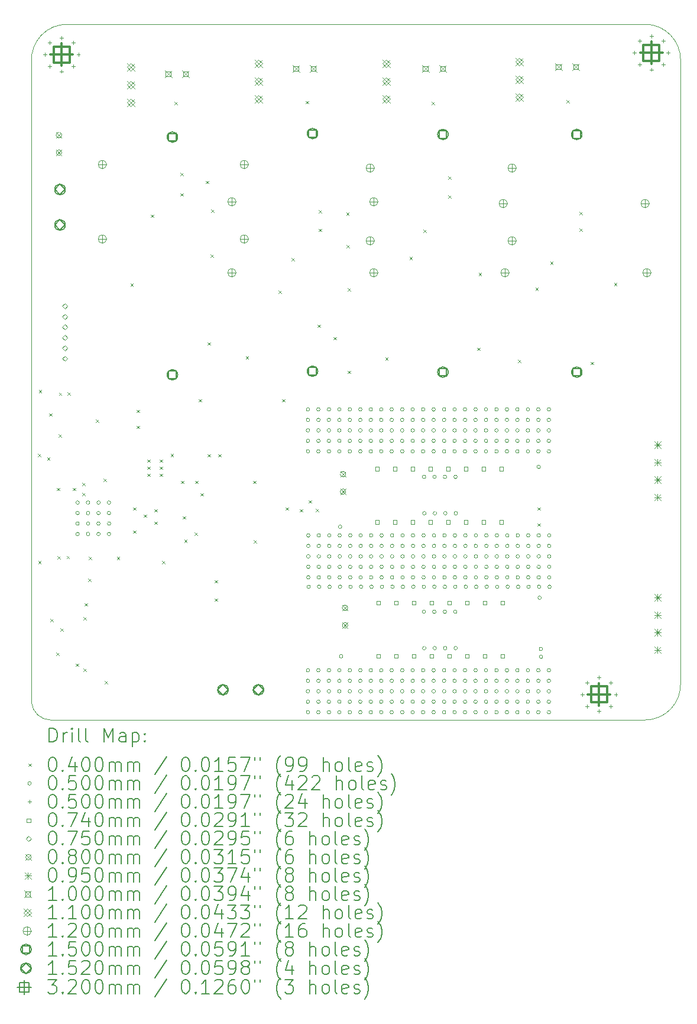
<source format=gbr>
%FSLAX45Y45*%
G04 Gerber Fmt 4.5, Leading zero omitted, Abs format (unit mm)*
G04 Created by KiCad (PCBNEW (6.0.2)) date 2022-05-10 14:08:21*
%MOMM*%
%LPD*%
G01*
G04 APERTURE LIST*
%TA.AperFunction,Profile*%
%ADD10C,0.050000*%
%TD*%
%ADD11C,0.200000*%
%ADD12C,0.040000*%
%ADD13C,0.050000*%
%ADD14C,0.074000*%
%ADD15C,0.075000*%
%ADD16C,0.080000*%
%ADD17C,0.095000*%
%ADD18C,0.100000*%
%ADD19C,0.110000*%
%ADD20C,0.120000*%
%ADD21C,0.150000*%
%ADD22C,0.152000*%
%ADD23C,0.320000*%
G04 APERTURE END LIST*
D10*
X8787000Y9956952D02*
X506600Y9956952D01*
X9295000Y533552D02*
X9295000Y9448952D01*
X-825Y9424789D02*
X-1400Y254152D01*
X-1400Y254152D02*
G75*
G03*
X278000Y-1000I279400J25400D01*
G01*
X8787634Y184D02*
G75*
G03*
X9295000Y533552I0J508000D01*
G01*
X9295000Y9448952D02*
G75*
G03*
X8787000Y9956952I-508000J0D01*
G01*
X506600Y9956952D02*
G75*
G03*
X-825Y9424789I0J-508000D01*
G01*
X8787634Y184D02*
X278000Y-1000D01*
D11*
D12*
X90360Y3809832D02*
X130360Y3769832D01*
X130360Y3809832D02*
X90360Y3769832D01*
X95440Y2275672D02*
X135440Y2235672D01*
X135440Y2275672D02*
X95440Y2235672D01*
X103060Y4726772D02*
X143060Y4686772D01*
X143060Y4726772D02*
X103060Y4686772D01*
X222440Y3759032D02*
X262440Y3719032D01*
X262440Y3759032D02*
X222440Y3719032D01*
X250380Y4388952D02*
X290380Y4348952D01*
X290380Y4388952D02*
X250380Y4348952D01*
X270700Y1447632D02*
X310700Y1407632D01*
X310700Y1447632D02*
X270700Y1407632D01*
X351980Y962492D02*
X391980Y922492D01*
X391980Y962492D02*
X351980Y922492D01*
X359600Y3322152D02*
X399600Y3282152D01*
X399600Y3322152D02*
X359600Y3282152D01*
X372300Y2346792D02*
X412300Y2306792D01*
X412300Y2346792D02*
X372300Y2306792D01*
X387540Y4091452D02*
X427540Y4051452D01*
X427540Y4091452D02*
X387540Y4051452D01*
X392620Y4686452D02*
X432620Y4646452D01*
X432620Y4686452D02*
X392620Y4646452D01*
X415480Y1310472D02*
X455480Y1270472D01*
X455480Y1310472D02*
X415480Y1270472D01*
X501840Y2349332D02*
X541840Y2309332D01*
X541840Y2349332D02*
X501840Y2309332D01*
X512000Y4688672D02*
X552000Y4648672D01*
X552000Y4688672D02*
X512000Y4648672D01*
X588200Y3322152D02*
X628200Y3282152D01*
X628200Y3322152D02*
X588200Y3282152D01*
X631380Y807552D02*
X671380Y767552D01*
X671380Y807552D02*
X631380Y767552D01*
X727900Y3394652D02*
X767900Y3354652D01*
X767900Y3394652D02*
X727900Y3354652D01*
X727900Y3249652D02*
X767900Y3209652D01*
X767900Y3249652D02*
X727900Y3209652D01*
X740600Y1470492D02*
X780600Y1430492D01*
X780600Y1470492D02*
X740600Y1430492D01*
X745680Y736432D02*
X785680Y696432D01*
X785680Y736432D02*
X745680Y696432D01*
X760920Y1671152D02*
X800920Y1631152D01*
X800920Y1671152D02*
X760920Y1631152D01*
X811720Y2025202D02*
X851720Y1985202D01*
X851720Y2025202D02*
X811720Y1985202D01*
X816800Y2336632D02*
X856800Y2296632D01*
X856800Y2336632D02*
X816800Y2296632D01*
X918400Y4300052D02*
X958400Y4260052D01*
X958400Y4300052D02*
X918400Y4260052D01*
X1032700Y3452852D02*
X1072700Y3412852D01*
X1072700Y3452852D02*
X1032700Y3412852D01*
X1050480Y558632D02*
X1090480Y518632D01*
X1090480Y558632D02*
X1050480Y518632D01*
X1220660Y2336632D02*
X1260660Y2296632D01*
X1260660Y2336632D02*
X1220660Y2296632D01*
X1416240Y6248232D02*
X1456240Y6208232D01*
X1456240Y6248232D02*
X1416240Y6208232D01*
X1451800Y3042752D02*
X1491800Y3002752D01*
X1491800Y3042752D02*
X1451800Y3002752D01*
X1451800Y2712552D02*
X1491800Y2672552D01*
X1491800Y2712552D02*
X1451800Y2672552D01*
X1502600Y4439752D02*
X1542600Y4399752D01*
X1542600Y4439752D02*
X1502600Y4399752D01*
X1502600Y4211152D02*
X1542600Y4171152D01*
X1542600Y4211152D02*
X1502600Y4171152D01*
X1604200Y2941152D02*
X1644200Y2901152D01*
X1644200Y2941152D02*
X1604200Y2901152D01*
X1655000Y3728552D02*
X1695000Y3688552D01*
X1695000Y3728552D02*
X1655000Y3688552D01*
X1655000Y3626952D02*
X1695000Y3586952D01*
X1695000Y3626952D02*
X1655000Y3586952D01*
X1655000Y3525352D02*
X1695000Y3485352D01*
X1695000Y3525352D02*
X1655000Y3485352D01*
X1705800Y7233752D02*
X1745800Y7193752D01*
X1745800Y7233752D02*
X1705800Y7193752D01*
X1756600Y3017352D02*
X1796600Y2977352D01*
X1796600Y3017352D02*
X1756600Y2977352D01*
X1756600Y2839552D02*
X1796600Y2799552D01*
X1796600Y2839552D02*
X1756600Y2799552D01*
X1832800Y3728552D02*
X1872800Y3688552D01*
X1872800Y3728552D02*
X1832800Y3688552D01*
X1832800Y3626952D02*
X1872800Y3586952D01*
X1872800Y3626952D02*
X1832800Y3586952D01*
X1832800Y3525352D02*
X1872800Y3485352D01*
X1872800Y3525352D02*
X1832800Y3485352D01*
X1868360Y2275672D02*
X1908360Y2235672D01*
X1908360Y2275672D02*
X1868360Y2235672D01*
X1992820Y3807292D02*
X2032820Y3767292D01*
X2032820Y3807292D02*
X1992820Y3767292D01*
X2048700Y8846652D02*
X2088700Y8806652D01*
X2088700Y8846652D02*
X2048700Y8806652D01*
X2132520Y7828112D02*
X2172520Y7788112D01*
X2172520Y7828112D02*
X2132520Y7788112D01*
X2132520Y7538552D02*
X2172520Y7498552D01*
X2172520Y7538552D02*
X2132520Y7498552D01*
X2137600Y3423752D02*
X2177600Y3383752D01*
X2177600Y3423752D02*
X2137600Y3383752D01*
X2163000Y2915752D02*
X2203000Y2875752D01*
X2203000Y2915752D02*
X2163000Y2875752D01*
X2185860Y2580472D02*
X2225860Y2540472D01*
X2225860Y2580472D02*
X2185860Y2540472D01*
X2335720Y2684612D02*
X2375720Y2644612D01*
X2375720Y2684612D02*
X2335720Y2644612D01*
X2340800Y3423752D02*
X2380800Y3383752D01*
X2380800Y3423752D02*
X2340800Y3383752D01*
X2391600Y4592152D02*
X2431600Y4552152D01*
X2431600Y4592152D02*
X2391600Y4552152D01*
X2417000Y3245952D02*
X2457000Y3205952D01*
X2457000Y3245952D02*
X2417000Y3205952D01*
X2498280Y7716352D02*
X2538280Y7676352D01*
X2538280Y7716352D02*
X2498280Y7676352D01*
X2518600Y5404952D02*
X2558600Y5364952D01*
X2558600Y5404952D02*
X2518600Y5364952D01*
X2518600Y3804752D02*
X2558600Y3764752D01*
X2558600Y3804752D02*
X2518600Y3764752D01*
X2561780Y6662252D02*
X2601780Y6622252D01*
X2601780Y6662252D02*
X2561780Y6622252D01*
X2574480Y7304872D02*
X2614480Y7264872D01*
X2614480Y7304872D02*
X2574480Y7264872D01*
X2620200Y2001352D02*
X2660200Y1961352D01*
X2660200Y2001352D02*
X2620200Y1961352D01*
X2620200Y1740313D02*
X2660200Y1700313D01*
X2660200Y1740313D02*
X2620200Y1700313D01*
X2671000Y3804752D02*
X2711000Y3764752D01*
X2711000Y3804752D02*
X2671000Y3764752D01*
X3067240Y5204292D02*
X3107240Y5164292D01*
X3107240Y5204292D02*
X3067240Y5164292D01*
X3173920Y3423752D02*
X3213920Y3383752D01*
X3213920Y3423752D02*
X3173920Y3383752D01*
X3181540Y2575392D02*
X3221540Y2535392D01*
X3221540Y2575392D02*
X3181540Y2535392D01*
X3537140Y6144092D02*
X3577140Y6104092D01*
X3577140Y6144092D02*
X3537140Y6104092D01*
X3585400Y4592152D02*
X3625400Y4552152D01*
X3625400Y4592152D02*
X3585400Y4552152D01*
X3636200Y3042752D02*
X3676200Y3002752D01*
X3676200Y3042752D02*
X3636200Y3002752D01*
X3722560Y6613992D02*
X3762560Y6573992D01*
X3762560Y6613992D02*
X3722560Y6573992D01*
X3839400Y3017352D02*
X3879400Y2977352D01*
X3879400Y3017352D02*
X3839400Y2977352D01*
X3928300Y8859352D02*
X3968300Y8819352D01*
X3968300Y8859352D02*
X3928300Y8819352D01*
X3966400Y3144352D02*
X4006400Y3104352D01*
X4006400Y3144352D02*
X3966400Y3104352D01*
X4068465Y3019652D02*
X4108465Y2979652D01*
X4108465Y3019652D02*
X4068465Y2979652D01*
X4093400Y5658952D02*
X4133400Y5618952D01*
X4133400Y5658952D02*
X4093400Y5618952D01*
X4111180Y7294712D02*
X4151180Y7254712D01*
X4151180Y7294712D02*
X4111180Y7254712D01*
X4111180Y7030552D02*
X4151180Y6990552D01*
X4151180Y7030552D02*
X4111180Y6990552D01*
X4322000Y5481152D02*
X4362000Y5441152D01*
X4362000Y5481152D02*
X4322000Y5441152D01*
X4507420Y7266772D02*
X4547420Y7226772D01*
X4547420Y7266772D02*
X4507420Y7226772D01*
X4509960Y6799412D02*
X4549960Y6759412D01*
X4549960Y6799412D02*
X4509960Y6759412D01*
X4525200Y4998552D02*
X4565200Y4958552D01*
X4565200Y4998552D02*
X4525200Y4958552D01*
X4530280Y6179652D02*
X4570280Y6139652D01*
X4570280Y6179652D02*
X4530280Y6139652D01*
X5066220Y5191592D02*
X5106220Y5151592D01*
X5106220Y5191592D02*
X5066220Y5151592D01*
X5411660Y6631772D02*
X5451660Y6591772D01*
X5451660Y6631772D02*
X5411660Y6591772D01*
X5612320Y7017852D02*
X5652320Y6977852D01*
X5652320Y7017852D02*
X5612320Y6977852D01*
X5731700Y8846652D02*
X5771700Y8806652D01*
X5771700Y8846652D02*
X5731700Y8806652D01*
X5967920Y7782392D02*
X6007920Y7742392D01*
X6007920Y7782392D02*
X5967920Y7742392D01*
X5967920Y7510612D02*
X6007920Y7470612D01*
X6007920Y7510612D02*
X5967920Y7470612D01*
X6379400Y5328752D02*
X6419400Y5288752D01*
X6419400Y5328752D02*
X6379400Y5288752D01*
X6402260Y6403172D02*
X6442260Y6363172D01*
X6442260Y6403172D02*
X6402260Y6363172D01*
X6963600Y5158572D02*
X7003600Y5118572D01*
X7003600Y5158572D02*
X6963600Y5118572D01*
X7215060Y6189812D02*
X7255060Y6149812D01*
X7255060Y6189812D02*
X7215060Y6149812D01*
X7243000Y3042752D02*
X7283000Y3002752D01*
X7283000Y3042752D02*
X7243000Y3002752D01*
X7243000Y2814152D02*
X7283000Y2774152D01*
X7283000Y2814152D02*
X7243000Y2774152D01*
X7428420Y6563192D02*
X7468420Y6523192D01*
X7468420Y6563192D02*
X7428420Y6523192D01*
X7662100Y8872052D02*
X7702100Y8832052D01*
X7702100Y8872052D02*
X7662100Y8832052D01*
X7844980Y7269312D02*
X7884980Y7229312D01*
X7884980Y7269312D02*
X7844980Y7229312D01*
X7844980Y7033092D02*
X7884980Y6993092D01*
X7884980Y7033092D02*
X7844980Y6993092D01*
X8005000Y5125552D02*
X8045000Y5085552D01*
X8045000Y5125552D02*
X8005000Y5085552D01*
X8342820Y6258392D02*
X8382820Y6218392D01*
X8382820Y6258392D02*
X8342820Y6218392D01*
D13*
X684000Y3111652D02*
G75*
G03*
X684000Y3111652I-25000J0D01*
G01*
X684000Y2961652D02*
G75*
G03*
X684000Y2961652I-25000J0D01*
G01*
X684000Y2811652D02*
G75*
G03*
X684000Y2811652I-25000J0D01*
G01*
X684000Y2661652D02*
G75*
G03*
X684000Y2661652I-25000J0D01*
G01*
X834000Y3111652D02*
G75*
G03*
X834000Y3111652I-25000J0D01*
G01*
X834000Y2961652D02*
G75*
G03*
X834000Y2961652I-25000J0D01*
G01*
X834000Y2811652D02*
G75*
G03*
X834000Y2811652I-25000J0D01*
G01*
X834000Y2661652D02*
G75*
G03*
X834000Y2661652I-25000J0D01*
G01*
X984000Y3111652D02*
G75*
G03*
X984000Y3111652I-25000J0D01*
G01*
X984000Y2961652D02*
G75*
G03*
X984000Y2961652I-25000J0D01*
G01*
X984000Y2811652D02*
G75*
G03*
X984000Y2811652I-25000J0D01*
G01*
X984000Y2661652D02*
G75*
G03*
X984000Y2661652I-25000J0D01*
G01*
X1134000Y3111652D02*
G75*
G03*
X1134000Y3111652I-25000J0D01*
G01*
X1134000Y2961652D02*
G75*
G03*
X1134000Y2961652I-25000J0D01*
G01*
X1134000Y2811652D02*
G75*
G03*
X1134000Y2811652I-25000J0D01*
G01*
X1134000Y2661652D02*
G75*
G03*
X1134000Y2661652I-25000J0D01*
G01*
X3983460Y4445152D02*
G75*
G03*
X3983460Y4445152I-25000J0D01*
G01*
X3983460Y4295152D02*
G75*
G03*
X3983460Y4295152I-25000J0D01*
G01*
X3983460Y4145152D02*
G75*
G03*
X3983460Y4145152I-25000J0D01*
G01*
X3983460Y3995152D02*
G75*
G03*
X3983460Y3995152I-25000J0D01*
G01*
X3983460Y3845152D02*
G75*
G03*
X3983460Y3845152I-25000J0D01*
G01*
X3983460Y711352D02*
G75*
G03*
X3983460Y711352I-25000J0D01*
G01*
X3983460Y561352D02*
G75*
G03*
X3983460Y561352I-25000J0D01*
G01*
X3983460Y411352D02*
G75*
G03*
X3983460Y411352I-25000J0D01*
G01*
X3983460Y261352D02*
G75*
G03*
X3983460Y261352I-25000J0D01*
G01*
X3983460Y111352D02*
G75*
G03*
X3983460Y111352I-25000J0D01*
G01*
X3988540Y2641752D02*
G75*
G03*
X3988540Y2641752I-25000J0D01*
G01*
X3988540Y2491752D02*
G75*
G03*
X3988540Y2491752I-25000J0D01*
G01*
X3988540Y2341752D02*
G75*
G03*
X3988540Y2341752I-25000J0D01*
G01*
X3988540Y2191752D02*
G75*
G03*
X3988540Y2191752I-25000J0D01*
G01*
X3988540Y2041752D02*
G75*
G03*
X3988540Y2041752I-25000J0D01*
G01*
X3993620Y1907132D02*
G75*
G03*
X3993620Y1907132I-25000J0D01*
G01*
X4133460Y4445152D02*
G75*
G03*
X4133460Y4445152I-25000J0D01*
G01*
X4133460Y4295152D02*
G75*
G03*
X4133460Y4295152I-25000J0D01*
G01*
X4133460Y4145152D02*
G75*
G03*
X4133460Y4145152I-25000J0D01*
G01*
X4133460Y3995152D02*
G75*
G03*
X4133460Y3995152I-25000J0D01*
G01*
X4133460Y3845152D02*
G75*
G03*
X4133460Y3845152I-25000J0D01*
G01*
X4133460Y711352D02*
G75*
G03*
X4133460Y711352I-25000J0D01*
G01*
X4133460Y561352D02*
G75*
G03*
X4133460Y561352I-25000J0D01*
G01*
X4133460Y411352D02*
G75*
G03*
X4133460Y411352I-25000J0D01*
G01*
X4133460Y261352D02*
G75*
G03*
X4133460Y261352I-25000J0D01*
G01*
X4133460Y111352D02*
G75*
G03*
X4133460Y111352I-25000J0D01*
G01*
X4138540Y2641752D02*
G75*
G03*
X4138540Y2641752I-25000J0D01*
G01*
X4138540Y2491752D02*
G75*
G03*
X4138540Y2491752I-25000J0D01*
G01*
X4138540Y2341752D02*
G75*
G03*
X4138540Y2341752I-25000J0D01*
G01*
X4138540Y2191752D02*
G75*
G03*
X4138540Y2191752I-25000J0D01*
G01*
X4138540Y2041752D02*
G75*
G03*
X4138540Y2041752I-25000J0D01*
G01*
X4143620Y1907132D02*
G75*
G03*
X4143620Y1907132I-25000J0D01*
G01*
X4283460Y4445152D02*
G75*
G03*
X4283460Y4445152I-25000J0D01*
G01*
X4283460Y4295152D02*
G75*
G03*
X4283460Y4295152I-25000J0D01*
G01*
X4283460Y4145152D02*
G75*
G03*
X4283460Y4145152I-25000J0D01*
G01*
X4283460Y3995152D02*
G75*
G03*
X4283460Y3995152I-25000J0D01*
G01*
X4283460Y3845152D02*
G75*
G03*
X4283460Y3845152I-25000J0D01*
G01*
X4283460Y711352D02*
G75*
G03*
X4283460Y711352I-25000J0D01*
G01*
X4283460Y561352D02*
G75*
G03*
X4283460Y561352I-25000J0D01*
G01*
X4283460Y411352D02*
G75*
G03*
X4283460Y411352I-25000J0D01*
G01*
X4283460Y261352D02*
G75*
G03*
X4283460Y261352I-25000J0D01*
G01*
X4283460Y111352D02*
G75*
G03*
X4283460Y111352I-25000J0D01*
G01*
X4288540Y2641752D02*
G75*
G03*
X4288540Y2641752I-25000J0D01*
G01*
X4288540Y2491752D02*
G75*
G03*
X4288540Y2491752I-25000J0D01*
G01*
X4288540Y2341752D02*
G75*
G03*
X4288540Y2341752I-25000J0D01*
G01*
X4288540Y2191752D02*
G75*
G03*
X4288540Y2191752I-25000J0D01*
G01*
X4288540Y2041752D02*
G75*
G03*
X4288540Y2041752I-25000J0D01*
G01*
X4293620Y1907132D02*
G75*
G03*
X4293620Y1907132I-25000J0D01*
G01*
X4433460Y4445152D02*
G75*
G03*
X4433460Y4445152I-25000J0D01*
G01*
X4433460Y4295152D02*
G75*
G03*
X4433460Y4295152I-25000J0D01*
G01*
X4433460Y4145152D02*
G75*
G03*
X4433460Y4145152I-25000J0D01*
G01*
X4433460Y3995152D02*
G75*
G03*
X4433460Y3995152I-25000J0D01*
G01*
X4433460Y3845152D02*
G75*
G03*
X4433460Y3845152I-25000J0D01*
G01*
X4433460Y711352D02*
G75*
G03*
X4433460Y711352I-25000J0D01*
G01*
X4433460Y561352D02*
G75*
G03*
X4433460Y561352I-25000J0D01*
G01*
X4433460Y411352D02*
G75*
G03*
X4433460Y411352I-25000J0D01*
G01*
X4433460Y261352D02*
G75*
G03*
X4433460Y261352I-25000J0D01*
G01*
X4433460Y111352D02*
G75*
G03*
X4433460Y111352I-25000J0D01*
G01*
X4438540Y2641752D02*
G75*
G03*
X4438540Y2641752I-25000J0D01*
G01*
X4438540Y2491752D02*
G75*
G03*
X4438540Y2491752I-25000J0D01*
G01*
X4438540Y2341752D02*
G75*
G03*
X4438540Y2341752I-25000J0D01*
G01*
X4438540Y2191752D02*
G75*
G03*
X4438540Y2191752I-25000J0D01*
G01*
X4438540Y2041752D02*
G75*
G03*
X4438540Y2041752I-25000J0D01*
G01*
X4443200Y2766212D02*
G75*
G03*
X4443200Y2766212I-25000J0D01*
G01*
X4443620Y1907132D02*
G75*
G03*
X4443620Y1907132I-25000J0D01*
G01*
X4458440Y912012D02*
G75*
G03*
X4458440Y912012I-25000J0D01*
G01*
X4583460Y4445152D02*
G75*
G03*
X4583460Y4445152I-25000J0D01*
G01*
X4583460Y4295152D02*
G75*
G03*
X4583460Y4295152I-25000J0D01*
G01*
X4583460Y4145152D02*
G75*
G03*
X4583460Y4145152I-25000J0D01*
G01*
X4583460Y3995152D02*
G75*
G03*
X4583460Y3995152I-25000J0D01*
G01*
X4583460Y3845152D02*
G75*
G03*
X4583460Y3845152I-25000J0D01*
G01*
X4583460Y711352D02*
G75*
G03*
X4583460Y711352I-25000J0D01*
G01*
X4583460Y561352D02*
G75*
G03*
X4583460Y561352I-25000J0D01*
G01*
X4583460Y411352D02*
G75*
G03*
X4583460Y411352I-25000J0D01*
G01*
X4583460Y261352D02*
G75*
G03*
X4583460Y261352I-25000J0D01*
G01*
X4583460Y111352D02*
G75*
G03*
X4583460Y111352I-25000J0D01*
G01*
X4588540Y2641752D02*
G75*
G03*
X4588540Y2641752I-25000J0D01*
G01*
X4588540Y2491752D02*
G75*
G03*
X4588540Y2491752I-25000J0D01*
G01*
X4588540Y2341752D02*
G75*
G03*
X4588540Y2341752I-25000J0D01*
G01*
X4588540Y2191752D02*
G75*
G03*
X4588540Y2191752I-25000J0D01*
G01*
X4588540Y2041752D02*
G75*
G03*
X4588540Y2041752I-25000J0D01*
G01*
X4593620Y1907132D02*
G75*
G03*
X4593620Y1907132I-25000J0D01*
G01*
X4733460Y4445152D02*
G75*
G03*
X4733460Y4445152I-25000J0D01*
G01*
X4733460Y4295152D02*
G75*
G03*
X4733460Y4295152I-25000J0D01*
G01*
X4733460Y4145152D02*
G75*
G03*
X4733460Y4145152I-25000J0D01*
G01*
X4733460Y3995152D02*
G75*
G03*
X4733460Y3995152I-25000J0D01*
G01*
X4733460Y3845152D02*
G75*
G03*
X4733460Y3845152I-25000J0D01*
G01*
X4733460Y711352D02*
G75*
G03*
X4733460Y711352I-25000J0D01*
G01*
X4733460Y561352D02*
G75*
G03*
X4733460Y561352I-25000J0D01*
G01*
X4733460Y411352D02*
G75*
G03*
X4733460Y411352I-25000J0D01*
G01*
X4733460Y261352D02*
G75*
G03*
X4733460Y261352I-25000J0D01*
G01*
X4733460Y111352D02*
G75*
G03*
X4733460Y111352I-25000J0D01*
G01*
X4738540Y2641752D02*
G75*
G03*
X4738540Y2641752I-25000J0D01*
G01*
X4738540Y2491752D02*
G75*
G03*
X4738540Y2491752I-25000J0D01*
G01*
X4738540Y2341752D02*
G75*
G03*
X4738540Y2341752I-25000J0D01*
G01*
X4738540Y2191752D02*
G75*
G03*
X4738540Y2191752I-25000J0D01*
G01*
X4738540Y2041752D02*
G75*
G03*
X4738540Y2041752I-25000J0D01*
G01*
X4743620Y1907132D02*
G75*
G03*
X4743620Y1907132I-25000J0D01*
G01*
X4883460Y4445152D02*
G75*
G03*
X4883460Y4445152I-25000J0D01*
G01*
X4883460Y4295152D02*
G75*
G03*
X4883460Y4295152I-25000J0D01*
G01*
X4883460Y4145152D02*
G75*
G03*
X4883460Y4145152I-25000J0D01*
G01*
X4883460Y3995152D02*
G75*
G03*
X4883460Y3995152I-25000J0D01*
G01*
X4883460Y3845152D02*
G75*
G03*
X4883460Y3845152I-25000J0D01*
G01*
X4883460Y711352D02*
G75*
G03*
X4883460Y711352I-25000J0D01*
G01*
X4883460Y561352D02*
G75*
G03*
X4883460Y561352I-25000J0D01*
G01*
X4883460Y411352D02*
G75*
G03*
X4883460Y411352I-25000J0D01*
G01*
X4883460Y261352D02*
G75*
G03*
X4883460Y261352I-25000J0D01*
G01*
X4883460Y111352D02*
G75*
G03*
X4883460Y111352I-25000J0D01*
G01*
X4888540Y2641752D02*
G75*
G03*
X4888540Y2641752I-25000J0D01*
G01*
X4888540Y2491752D02*
G75*
G03*
X4888540Y2491752I-25000J0D01*
G01*
X4888540Y2341752D02*
G75*
G03*
X4888540Y2341752I-25000J0D01*
G01*
X4888540Y2191752D02*
G75*
G03*
X4888540Y2191752I-25000J0D01*
G01*
X4888540Y2041752D02*
G75*
G03*
X4888540Y2041752I-25000J0D01*
G01*
X4893620Y1907132D02*
G75*
G03*
X4893620Y1907132I-25000J0D01*
G01*
X5033460Y4445152D02*
G75*
G03*
X5033460Y4445152I-25000J0D01*
G01*
X5033460Y4295152D02*
G75*
G03*
X5033460Y4295152I-25000J0D01*
G01*
X5033460Y4145152D02*
G75*
G03*
X5033460Y4145152I-25000J0D01*
G01*
X5033460Y3995152D02*
G75*
G03*
X5033460Y3995152I-25000J0D01*
G01*
X5033460Y3845152D02*
G75*
G03*
X5033460Y3845152I-25000J0D01*
G01*
X5033460Y711352D02*
G75*
G03*
X5033460Y711352I-25000J0D01*
G01*
X5033460Y561352D02*
G75*
G03*
X5033460Y561352I-25000J0D01*
G01*
X5033460Y411352D02*
G75*
G03*
X5033460Y411352I-25000J0D01*
G01*
X5033460Y261352D02*
G75*
G03*
X5033460Y261352I-25000J0D01*
G01*
X5033460Y111352D02*
G75*
G03*
X5033460Y111352I-25000J0D01*
G01*
X5038540Y2641752D02*
G75*
G03*
X5038540Y2641752I-25000J0D01*
G01*
X5038540Y2491752D02*
G75*
G03*
X5038540Y2491752I-25000J0D01*
G01*
X5038540Y2341752D02*
G75*
G03*
X5038540Y2341752I-25000J0D01*
G01*
X5038540Y2191752D02*
G75*
G03*
X5038540Y2191752I-25000J0D01*
G01*
X5038540Y2041752D02*
G75*
G03*
X5038540Y2041752I-25000J0D01*
G01*
X5043620Y1907132D02*
G75*
G03*
X5043620Y1907132I-25000J0D01*
G01*
X5183460Y4445152D02*
G75*
G03*
X5183460Y4445152I-25000J0D01*
G01*
X5183460Y4295152D02*
G75*
G03*
X5183460Y4295152I-25000J0D01*
G01*
X5183460Y4145152D02*
G75*
G03*
X5183460Y4145152I-25000J0D01*
G01*
X5183460Y3995152D02*
G75*
G03*
X5183460Y3995152I-25000J0D01*
G01*
X5183460Y3845152D02*
G75*
G03*
X5183460Y3845152I-25000J0D01*
G01*
X5183460Y711352D02*
G75*
G03*
X5183460Y711352I-25000J0D01*
G01*
X5183460Y561352D02*
G75*
G03*
X5183460Y561352I-25000J0D01*
G01*
X5183460Y411352D02*
G75*
G03*
X5183460Y411352I-25000J0D01*
G01*
X5183460Y261352D02*
G75*
G03*
X5183460Y261352I-25000J0D01*
G01*
X5183460Y111352D02*
G75*
G03*
X5183460Y111352I-25000J0D01*
G01*
X5188540Y2641752D02*
G75*
G03*
X5188540Y2641752I-25000J0D01*
G01*
X5188540Y2491752D02*
G75*
G03*
X5188540Y2491752I-25000J0D01*
G01*
X5188540Y2341752D02*
G75*
G03*
X5188540Y2341752I-25000J0D01*
G01*
X5188540Y2191752D02*
G75*
G03*
X5188540Y2191752I-25000J0D01*
G01*
X5188540Y2041752D02*
G75*
G03*
X5188540Y2041752I-25000J0D01*
G01*
X5193620Y1907132D02*
G75*
G03*
X5193620Y1907132I-25000J0D01*
G01*
X5333460Y4445152D02*
G75*
G03*
X5333460Y4445152I-25000J0D01*
G01*
X5333460Y4295152D02*
G75*
G03*
X5333460Y4295152I-25000J0D01*
G01*
X5333460Y4145152D02*
G75*
G03*
X5333460Y4145152I-25000J0D01*
G01*
X5333460Y3995152D02*
G75*
G03*
X5333460Y3995152I-25000J0D01*
G01*
X5333460Y3845152D02*
G75*
G03*
X5333460Y3845152I-25000J0D01*
G01*
X5333460Y711352D02*
G75*
G03*
X5333460Y711352I-25000J0D01*
G01*
X5333460Y561352D02*
G75*
G03*
X5333460Y561352I-25000J0D01*
G01*
X5333460Y411352D02*
G75*
G03*
X5333460Y411352I-25000J0D01*
G01*
X5333460Y261352D02*
G75*
G03*
X5333460Y261352I-25000J0D01*
G01*
X5333460Y111352D02*
G75*
G03*
X5333460Y111352I-25000J0D01*
G01*
X5338540Y2641752D02*
G75*
G03*
X5338540Y2641752I-25000J0D01*
G01*
X5338540Y2491752D02*
G75*
G03*
X5338540Y2491752I-25000J0D01*
G01*
X5338540Y2341752D02*
G75*
G03*
X5338540Y2341752I-25000J0D01*
G01*
X5338540Y2191752D02*
G75*
G03*
X5338540Y2191752I-25000J0D01*
G01*
X5338540Y2041752D02*
G75*
G03*
X5338540Y2041752I-25000J0D01*
G01*
X5343620Y1907132D02*
G75*
G03*
X5343620Y1907132I-25000J0D01*
G01*
X5483460Y4445152D02*
G75*
G03*
X5483460Y4445152I-25000J0D01*
G01*
X5483460Y4295152D02*
G75*
G03*
X5483460Y4295152I-25000J0D01*
G01*
X5483460Y4145152D02*
G75*
G03*
X5483460Y4145152I-25000J0D01*
G01*
X5483460Y3995152D02*
G75*
G03*
X5483460Y3995152I-25000J0D01*
G01*
X5483460Y3845152D02*
G75*
G03*
X5483460Y3845152I-25000J0D01*
G01*
X5483460Y711352D02*
G75*
G03*
X5483460Y711352I-25000J0D01*
G01*
X5483460Y561352D02*
G75*
G03*
X5483460Y561352I-25000J0D01*
G01*
X5483460Y411352D02*
G75*
G03*
X5483460Y411352I-25000J0D01*
G01*
X5483460Y261352D02*
G75*
G03*
X5483460Y261352I-25000J0D01*
G01*
X5483460Y111352D02*
G75*
G03*
X5483460Y111352I-25000J0D01*
G01*
X5488540Y2641752D02*
G75*
G03*
X5488540Y2641752I-25000J0D01*
G01*
X5488540Y2491752D02*
G75*
G03*
X5488540Y2491752I-25000J0D01*
G01*
X5488540Y2341752D02*
G75*
G03*
X5488540Y2341752I-25000J0D01*
G01*
X5488540Y2191752D02*
G75*
G03*
X5488540Y2191752I-25000J0D01*
G01*
X5488540Y2041752D02*
G75*
G03*
X5488540Y2041752I-25000J0D01*
G01*
X5493620Y1907132D02*
G75*
G03*
X5493620Y1907132I-25000J0D01*
G01*
X5633460Y4445152D02*
G75*
G03*
X5633460Y4445152I-25000J0D01*
G01*
X5633460Y4295152D02*
G75*
G03*
X5633460Y4295152I-25000J0D01*
G01*
X5633460Y4145152D02*
G75*
G03*
X5633460Y4145152I-25000J0D01*
G01*
X5633460Y3995152D02*
G75*
G03*
X5633460Y3995152I-25000J0D01*
G01*
X5633460Y3845152D02*
G75*
G03*
X5633460Y3845152I-25000J0D01*
G01*
X5633460Y711352D02*
G75*
G03*
X5633460Y711352I-25000J0D01*
G01*
X5633460Y561352D02*
G75*
G03*
X5633460Y561352I-25000J0D01*
G01*
X5633460Y411352D02*
G75*
G03*
X5633460Y411352I-25000J0D01*
G01*
X5633460Y261352D02*
G75*
G03*
X5633460Y261352I-25000J0D01*
G01*
X5633460Y111352D02*
G75*
G03*
X5633460Y111352I-25000J0D01*
G01*
X5638540Y2641752D02*
G75*
G03*
X5638540Y2641752I-25000J0D01*
G01*
X5638540Y2491752D02*
G75*
G03*
X5638540Y2491752I-25000J0D01*
G01*
X5638540Y2341752D02*
G75*
G03*
X5638540Y2341752I-25000J0D01*
G01*
X5638540Y2191752D02*
G75*
G03*
X5638540Y2191752I-25000J0D01*
G01*
X5638540Y2041752D02*
G75*
G03*
X5638540Y2041752I-25000J0D01*
G01*
X5643620Y1907132D02*
G75*
G03*
X5643620Y1907132I-25000J0D01*
G01*
X5643620Y1548992D02*
G75*
G03*
X5643620Y1548992I-25000J0D01*
G01*
X5646160Y3479392D02*
G75*
G03*
X5646160Y3479392I-25000J0D01*
G01*
X5648700Y1028292D02*
G75*
G03*
X5648700Y1028292I-25000J0D01*
G01*
X5651240Y2958692D02*
G75*
G03*
X5651240Y2958692I-25000J0D01*
G01*
X5783460Y4445152D02*
G75*
G03*
X5783460Y4445152I-25000J0D01*
G01*
X5783460Y4295152D02*
G75*
G03*
X5783460Y4295152I-25000J0D01*
G01*
X5783460Y4145152D02*
G75*
G03*
X5783460Y4145152I-25000J0D01*
G01*
X5783460Y3995152D02*
G75*
G03*
X5783460Y3995152I-25000J0D01*
G01*
X5783460Y3845152D02*
G75*
G03*
X5783460Y3845152I-25000J0D01*
G01*
X5783460Y711352D02*
G75*
G03*
X5783460Y711352I-25000J0D01*
G01*
X5783460Y561352D02*
G75*
G03*
X5783460Y561352I-25000J0D01*
G01*
X5783460Y411352D02*
G75*
G03*
X5783460Y411352I-25000J0D01*
G01*
X5783460Y261352D02*
G75*
G03*
X5783460Y261352I-25000J0D01*
G01*
X5783460Y111352D02*
G75*
G03*
X5783460Y111352I-25000J0D01*
G01*
X5788540Y2641752D02*
G75*
G03*
X5788540Y2641752I-25000J0D01*
G01*
X5788540Y2491752D02*
G75*
G03*
X5788540Y2491752I-25000J0D01*
G01*
X5788540Y2341752D02*
G75*
G03*
X5788540Y2341752I-25000J0D01*
G01*
X5788540Y2191752D02*
G75*
G03*
X5788540Y2191752I-25000J0D01*
G01*
X5788540Y2041752D02*
G75*
G03*
X5788540Y2041752I-25000J0D01*
G01*
X5793620Y1907132D02*
G75*
G03*
X5793620Y1907132I-25000J0D01*
G01*
X5793620Y1548992D02*
G75*
G03*
X5793620Y1548992I-25000J0D01*
G01*
X5796160Y3479392D02*
G75*
G03*
X5796160Y3479392I-25000J0D01*
G01*
X5798700Y1028292D02*
G75*
G03*
X5798700Y1028292I-25000J0D01*
G01*
X5801240Y2958692D02*
G75*
G03*
X5801240Y2958692I-25000J0D01*
G01*
X5933460Y4445152D02*
G75*
G03*
X5933460Y4445152I-25000J0D01*
G01*
X5933460Y4295152D02*
G75*
G03*
X5933460Y4295152I-25000J0D01*
G01*
X5933460Y4145152D02*
G75*
G03*
X5933460Y4145152I-25000J0D01*
G01*
X5933460Y3995152D02*
G75*
G03*
X5933460Y3995152I-25000J0D01*
G01*
X5933460Y3845152D02*
G75*
G03*
X5933460Y3845152I-25000J0D01*
G01*
X5933460Y711352D02*
G75*
G03*
X5933460Y711352I-25000J0D01*
G01*
X5933460Y561352D02*
G75*
G03*
X5933460Y561352I-25000J0D01*
G01*
X5933460Y411352D02*
G75*
G03*
X5933460Y411352I-25000J0D01*
G01*
X5933460Y261352D02*
G75*
G03*
X5933460Y261352I-25000J0D01*
G01*
X5933460Y111352D02*
G75*
G03*
X5933460Y111352I-25000J0D01*
G01*
X5938540Y2641752D02*
G75*
G03*
X5938540Y2641752I-25000J0D01*
G01*
X5938540Y2491752D02*
G75*
G03*
X5938540Y2491752I-25000J0D01*
G01*
X5938540Y2341752D02*
G75*
G03*
X5938540Y2341752I-25000J0D01*
G01*
X5938540Y2191752D02*
G75*
G03*
X5938540Y2191752I-25000J0D01*
G01*
X5938540Y2041752D02*
G75*
G03*
X5938540Y2041752I-25000J0D01*
G01*
X5943620Y1907132D02*
G75*
G03*
X5943620Y1907132I-25000J0D01*
G01*
X5943620Y1548992D02*
G75*
G03*
X5943620Y1548992I-25000J0D01*
G01*
X5946160Y3479392D02*
G75*
G03*
X5946160Y3479392I-25000J0D01*
G01*
X5948700Y1028292D02*
G75*
G03*
X5948700Y1028292I-25000J0D01*
G01*
X5951240Y2958692D02*
G75*
G03*
X5951240Y2958692I-25000J0D01*
G01*
X6083460Y4445152D02*
G75*
G03*
X6083460Y4445152I-25000J0D01*
G01*
X6083460Y4295152D02*
G75*
G03*
X6083460Y4295152I-25000J0D01*
G01*
X6083460Y4145152D02*
G75*
G03*
X6083460Y4145152I-25000J0D01*
G01*
X6083460Y3995152D02*
G75*
G03*
X6083460Y3995152I-25000J0D01*
G01*
X6083460Y3845152D02*
G75*
G03*
X6083460Y3845152I-25000J0D01*
G01*
X6083460Y711352D02*
G75*
G03*
X6083460Y711352I-25000J0D01*
G01*
X6083460Y561352D02*
G75*
G03*
X6083460Y561352I-25000J0D01*
G01*
X6083460Y411352D02*
G75*
G03*
X6083460Y411352I-25000J0D01*
G01*
X6083460Y261352D02*
G75*
G03*
X6083460Y261352I-25000J0D01*
G01*
X6083460Y111352D02*
G75*
G03*
X6083460Y111352I-25000J0D01*
G01*
X6088540Y2641752D02*
G75*
G03*
X6088540Y2641752I-25000J0D01*
G01*
X6088540Y2491752D02*
G75*
G03*
X6088540Y2491752I-25000J0D01*
G01*
X6088540Y2341752D02*
G75*
G03*
X6088540Y2341752I-25000J0D01*
G01*
X6088540Y2191752D02*
G75*
G03*
X6088540Y2191752I-25000J0D01*
G01*
X6088540Y2041752D02*
G75*
G03*
X6088540Y2041752I-25000J0D01*
G01*
X6093620Y1907132D02*
G75*
G03*
X6093620Y1907132I-25000J0D01*
G01*
X6093620Y1548992D02*
G75*
G03*
X6093620Y1548992I-25000J0D01*
G01*
X6096160Y3479392D02*
G75*
G03*
X6096160Y3479392I-25000J0D01*
G01*
X6098700Y1028292D02*
G75*
G03*
X6098700Y1028292I-25000J0D01*
G01*
X6101240Y2958692D02*
G75*
G03*
X6101240Y2958692I-25000J0D01*
G01*
X6233460Y4445152D02*
G75*
G03*
X6233460Y4445152I-25000J0D01*
G01*
X6233460Y4295152D02*
G75*
G03*
X6233460Y4295152I-25000J0D01*
G01*
X6233460Y4145152D02*
G75*
G03*
X6233460Y4145152I-25000J0D01*
G01*
X6233460Y3995152D02*
G75*
G03*
X6233460Y3995152I-25000J0D01*
G01*
X6233460Y3845152D02*
G75*
G03*
X6233460Y3845152I-25000J0D01*
G01*
X6233460Y711352D02*
G75*
G03*
X6233460Y711352I-25000J0D01*
G01*
X6233460Y561352D02*
G75*
G03*
X6233460Y561352I-25000J0D01*
G01*
X6233460Y411352D02*
G75*
G03*
X6233460Y411352I-25000J0D01*
G01*
X6233460Y261352D02*
G75*
G03*
X6233460Y261352I-25000J0D01*
G01*
X6233460Y111352D02*
G75*
G03*
X6233460Y111352I-25000J0D01*
G01*
X6238540Y2641752D02*
G75*
G03*
X6238540Y2641752I-25000J0D01*
G01*
X6238540Y2491752D02*
G75*
G03*
X6238540Y2491752I-25000J0D01*
G01*
X6238540Y2341752D02*
G75*
G03*
X6238540Y2341752I-25000J0D01*
G01*
X6238540Y2191752D02*
G75*
G03*
X6238540Y2191752I-25000J0D01*
G01*
X6238540Y2041752D02*
G75*
G03*
X6238540Y2041752I-25000J0D01*
G01*
X6243620Y1907132D02*
G75*
G03*
X6243620Y1907132I-25000J0D01*
G01*
X6383460Y4445152D02*
G75*
G03*
X6383460Y4445152I-25000J0D01*
G01*
X6383460Y4295152D02*
G75*
G03*
X6383460Y4295152I-25000J0D01*
G01*
X6383460Y4145152D02*
G75*
G03*
X6383460Y4145152I-25000J0D01*
G01*
X6383460Y3995152D02*
G75*
G03*
X6383460Y3995152I-25000J0D01*
G01*
X6383460Y3845152D02*
G75*
G03*
X6383460Y3845152I-25000J0D01*
G01*
X6383460Y711352D02*
G75*
G03*
X6383460Y711352I-25000J0D01*
G01*
X6383460Y561352D02*
G75*
G03*
X6383460Y561352I-25000J0D01*
G01*
X6383460Y411352D02*
G75*
G03*
X6383460Y411352I-25000J0D01*
G01*
X6383460Y261352D02*
G75*
G03*
X6383460Y261352I-25000J0D01*
G01*
X6383460Y111352D02*
G75*
G03*
X6383460Y111352I-25000J0D01*
G01*
X6388540Y2641752D02*
G75*
G03*
X6388540Y2641752I-25000J0D01*
G01*
X6388540Y2491752D02*
G75*
G03*
X6388540Y2491752I-25000J0D01*
G01*
X6388540Y2341752D02*
G75*
G03*
X6388540Y2341752I-25000J0D01*
G01*
X6388540Y2191752D02*
G75*
G03*
X6388540Y2191752I-25000J0D01*
G01*
X6388540Y2041752D02*
G75*
G03*
X6388540Y2041752I-25000J0D01*
G01*
X6393620Y1907132D02*
G75*
G03*
X6393620Y1907132I-25000J0D01*
G01*
X6533460Y4445152D02*
G75*
G03*
X6533460Y4445152I-25000J0D01*
G01*
X6533460Y4295152D02*
G75*
G03*
X6533460Y4295152I-25000J0D01*
G01*
X6533460Y4145152D02*
G75*
G03*
X6533460Y4145152I-25000J0D01*
G01*
X6533460Y3995152D02*
G75*
G03*
X6533460Y3995152I-25000J0D01*
G01*
X6533460Y3845152D02*
G75*
G03*
X6533460Y3845152I-25000J0D01*
G01*
X6533460Y711352D02*
G75*
G03*
X6533460Y711352I-25000J0D01*
G01*
X6533460Y561352D02*
G75*
G03*
X6533460Y561352I-25000J0D01*
G01*
X6533460Y411352D02*
G75*
G03*
X6533460Y411352I-25000J0D01*
G01*
X6533460Y261352D02*
G75*
G03*
X6533460Y261352I-25000J0D01*
G01*
X6533460Y111352D02*
G75*
G03*
X6533460Y111352I-25000J0D01*
G01*
X6538540Y2641752D02*
G75*
G03*
X6538540Y2641752I-25000J0D01*
G01*
X6538540Y2491752D02*
G75*
G03*
X6538540Y2491752I-25000J0D01*
G01*
X6538540Y2341752D02*
G75*
G03*
X6538540Y2341752I-25000J0D01*
G01*
X6538540Y2191752D02*
G75*
G03*
X6538540Y2191752I-25000J0D01*
G01*
X6538540Y2041752D02*
G75*
G03*
X6538540Y2041752I-25000J0D01*
G01*
X6543620Y1907132D02*
G75*
G03*
X6543620Y1907132I-25000J0D01*
G01*
X6683460Y4445152D02*
G75*
G03*
X6683460Y4445152I-25000J0D01*
G01*
X6683460Y4295152D02*
G75*
G03*
X6683460Y4295152I-25000J0D01*
G01*
X6683460Y4145152D02*
G75*
G03*
X6683460Y4145152I-25000J0D01*
G01*
X6683460Y3995152D02*
G75*
G03*
X6683460Y3995152I-25000J0D01*
G01*
X6683460Y3845152D02*
G75*
G03*
X6683460Y3845152I-25000J0D01*
G01*
X6683460Y711352D02*
G75*
G03*
X6683460Y711352I-25000J0D01*
G01*
X6683460Y561352D02*
G75*
G03*
X6683460Y561352I-25000J0D01*
G01*
X6683460Y411352D02*
G75*
G03*
X6683460Y411352I-25000J0D01*
G01*
X6683460Y261352D02*
G75*
G03*
X6683460Y261352I-25000J0D01*
G01*
X6683460Y111352D02*
G75*
G03*
X6683460Y111352I-25000J0D01*
G01*
X6688540Y2641752D02*
G75*
G03*
X6688540Y2641752I-25000J0D01*
G01*
X6688540Y2491752D02*
G75*
G03*
X6688540Y2491752I-25000J0D01*
G01*
X6688540Y2341752D02*
G75*
G03*
X6688540Y2341752I-25000J0D01*
G01*
X6688540Y2191752D02*
G75*
G03*
X6688540Y2191752I-25000J0D01*
G01*
X6688540Y2041752D02*
G75*
G03*
X6688540Y2041752I-25000J0D01*
G01*
X6693620Y1907132D02*
G75*
G03*
X6693620Y1907132I-25000J0D01*
G01*
X6833460Y4445152D02*
G75*
G03*
X6833460Y4445152I-25000J0D01*
G01*
X6833460Y4295152D02*
G75*
G03*
X6833460Y4295152I-25000J0D01*
G01*
X6833460Y4145152D02*
G75*
G03*
X6833460Y4145152I-25000J0D01*
G01*
X6833460Y3995152D02*
G75*
G03*
X6833460Y3995152I-25000J0D01*
G01*
X6833460Y3845152D02*
G75*
G03*
X6833460Y3845152I-25000J0D01*
G01*
X6833460Y711352D02*
G75*
G03*
X6833460Y711352I-25000J0D01*
G01*
X6833460Y561352D02*
G75*
G03*
X6833460Y561352I-25000J0D01*
G01*
X6833460Y411352D02*
G75*
G03*
X6833460Y411352I-25000J0D01*
G01*
X6833460Y261352D02*
G75*
G03*
X6833460Y261352I-25000J0D01*
G01*
X6833460Y111352D02*
G75*
G03*
X6833460Y111352I-25000J0D01*
G01*
X6838540Y2641752D02*
G75*
G03*
X6838540Y2641752I-25000J0D01*
G01*
X6838540Y2491752D02*
G75*
G03*
X6838540Y2491752I-25000J0D01*
G01*
X6838540Y2341752D02*
G75*
G03*
X6838540Y2341752I-25000J0D01*
G01*
X6838540Y2191752D02*
G75*
G03*
X6838540Y2191752I-25000J0D01*
G01*
X6838540Y2041752D02*
G75*
G03*
X6838540Y2041752I-25000J0D01*
G01*
X6843620Y1907132D02*
G75*
G03*
X6843620Y1907132I-25000J0D01*
G01*
X6983460Y4445152D02*
G75*
G03*
X6983460Y4445152I-25000J0D01*
G01*
X6983460Y4295152D02*
G75*
G03*
X6983460Y4295152I-25000J0D01*
G01*
X6983460Y4145152D02*
G75*
G03*
X6983460Y4145152I-25000J0D01*
G01*
X6983460Y3995152D02*
G75*
G03*
X6983460Y3995152I-25000J0D01*
G01*
X6983460Y3845152D02*
G75*
G03*
X6983460Y3845152I-25000J0D01*
G01*
X6983460Y711352D02*
G75*
G03*
X6983460Y711352I-25000J0D01*
G01*
X6983460Y561352D02*
G75*
G03*
X6983460Y561352I-25000J0D01*
G01*
X6983460Y411352D02*
G75*
G03*
X6983460Y411352I-25000J0D01*
G01*
X6983460Y261352D02*
G75*
G03*
X6983460Y261352I-25000J0D01*
G01*
X6983460Y111352D02*
G75*
G03*
X6983460Y111352I-25000J0D01*
G01*
X6988540Y2641752D02*
G75*
G03*
X6988540Y2641752I-25000J0D01*
G01*
X6988540Y2491752D02*
G75*
G03*
X6988540Y2491752I-25000J0D01*
G01*
X6988540Y2341752D02*
G75*
G03*
X6988540Y2341752I-25000J0D01*
G01*
X6988540Y2191752D02*
G75*
G03*
X6988540Y2191752I-25000J0D01*
G01*
X6988540Y2041752D02*
G75*
G03*
X6988540Y2041752I-25000J0D01*
G01*
X6993620Y1907132D02*
G75*
G03*
X6993620Y1907132I-25000J0D01*
G01*
X7133460Y4445152D02*
G75*
G03*
X7133460Y4445152I-25000J0D01*
G01*
X7133460Y4295152D02*
G75*
G03*
X7133460Y4295152I-25000J0D01*
G01*
X7133460Y4145152D02*
G75*
G03*
X7133460Y4145152I-25000J0D01*
G01*
X7133460Y3995152D02*
G75*
G03*
X7133460Y3995152I-25000J0D01*
G01*
X7133460Y3845152D02*
G75*
G03*
X7133460Y3845152I-25000J0D01*
G01*
X7133460Y711352D02*
G75*
G03*
X7133460Y711352I-25000J0D01*
G01*
X7133460Y561352D02*
G75*
G03*
X7133460Y561352I-25000J0D01*
G01*
X7133460Y411352D02*
G75*
G03*
X7133460Y411352I-25000J0D01*
G01*
X7133460Y261352D02*
G75*
G03*
X7133460Y261352I-25000J0D01*
G01*
X7133460Y111352D02*
G75*
G03*
X7133460Y111352I-25000J0D01*
G01*
X7138540Y2641752D02*
G75*
G03*
X7138540Y2641752I-25000J0D01*
G01*
X7138540Y2491752D02*
G75*
G03*
X7138540Y2491752I-25000J0D01*
G01*
X7138540Y2341752D02*
G75*
G03*
X7138540Y2341752I-25000J0D01*
G01*
X7138540Y2191752D02*
G75*
G03*
X7138540Y2191752I-25000J0D01*
G01*
X7138540Y2041752D02*
G75*
G03*
X7138540Y2041752I-25000J0D01*
G01*
X7143620Y1907132D02*
G75*
G03*
X7143620Y1907132I-25000J0D01*
G01*
X7283460Y4445152D02*
G75*
G03*
X7283460Y4445152I-25000J0D01*
G01*
X7283460Y4295152D02*
G75*
G03*
X7283460Y4295152I-25000J0D01*
G01*
X7283460Y4145152D02*
G75*
G03*
X7283460Y4145152I-25000J0D01*
G01*
X7283460Y3995152D02*
G75*
G03*
X7283460Y3995152I-25000J0D01*
G01*
X7283460Y3845152D02*
G75*
G03*
X7283460Y3845152I-25000J0D01*
G01*
X7283460Y711352D02*
G75*
G03*
X7283460Y711352I-25000J0D01*
G01*
X7283460Y561352D02*
G75*
G03*
X7283460Y561352I-25000J0D01*
G01*
X7283460Y411352D02*
G75*
G03*
X7283460Y411352I-25000J0D01*
G01*
X7283460Y261352D02*
G75*
G03*
X7283460Y261352I-25000J0D01*
G01*
X7283460Y111352D02*
G75*
G03*
X7283460Y111352I-25000J0D01*
G01*
X7288000Y3622192D02*
G75*
G03*
X7288000Y3622192I-25000J0D01*
G01*
X7288540Y2641752D02*
G75*
G03*
X7288540Y2641752I-25000J0D01*
G01*
X7288540Y2491752D02*
G75*
G03*
X7288540Y2491752I-25000J0D01*
G01*
X7288540Y2341752D02*
G75*
G03*
X7288540Y2341752I-25000J0D01*
G01*
X7288540Y2191752D02*
G75*
G03*
X7288540Y2191752I-25000J0D01*
G01*
X7288540Y2041752D02*
G75*
G03*
X7288540Y2041752I-25000J0D01*
G01*
X7293620Y1907132D02*
G75*
G03*
X7293620Y1907132I-25000J0D01*
G01*
X7300700Y1750212D02*
G75*
G03*
X7300700Y1750212I-25000J0D01*
G01*
X7318480Y1016152D02*
G75*
G03*
X7318480Y1016152I-25000J0D01*
G01*
X7321020Y904392D02*
G75*
G03*
X7321020Y904392I-25000J0D01*
G01*
X7433460Y4445152D02*
G75*
G03*
X7433460Y4445152I-25000J0D01*
G01*
X7433460Y4295152D02*
G75*
G03*
X7433460Y4295152I-25000J0D01*
G01*
X7433460Y4145152D02*
G75*
G03*
X7433460Y4145152I-25000J0D01*
G01*
X7433460Y3995152D02*
G75*
G03*
X7433460Y3995152I-25000J0D01*
G01*
X7433460Y3845152D02*
G75*
G03*
X7433460Y3845152I-25000J0D01*
G01*
X7433460Y711352D02*
G75*
G03*
X7433460Y711352I-25000J0D01*
G01*
X7433460Y561352D02*
G75*
G03*
X7433460Y561352I-25000J0D01*
G01*
X7433460Y411352D02*
G75*
G03*
X7433460Y411352I-25000J0D01*
G01*
X7433460Y261352D02*
G75*
G03*
X7433460Y261352I-25000J0D01*
G01*
X7433460Y111352D02*
G75*
G03*
X7433460Y111352I-25000J0D01*
G01*
X7438540Y2641752D02*
G75*
G03*
X7438540Y2641752I-25000J0D01*
G01*
X7438540Y2491752D02*
G75*
G03*
X7438540Y2491752I-25000J0D01*
G01*
X7438540Y2341752D02*
G75*
G03*
X7438540Y2341752I-25000J0D01*
G01*
X7438540Y2191752D02*
G75*
G03*
X7438540Y2191752I-25000J0D01*
G01*
X7438540Y2041752D02*
G75*
G03*
X7438540Y2041752I-25000J0D01*
G01*
X7443620Y1907132D02*
G75*
G03*
X7443620Y1907132I-25000J0D01*
G01*
X190400Y9549000D02*
X190400Y9499000D01*
X165400Y9524000D02*
X215400Y9524000D01*
X260694Y9718706D02*
X260694Y9668706D01*
X235694Y9693706D02*
X285694Y9693706D01*
X260694Y9379294D02*
X260694Y9329294D01*
X235694Y9354294D02*
X285694Y9354294D01*
X430400Y9789000D02*
X430400Y9739000D01*
X405400Y9764000D02*
X455400Y9764000D01*
X430400Y9309000D02*
X430400Y9259000D01*
X405400Y9284000D02*
X455400Y9284000D01*
X600106Y9718706D02*
X600106Y9668706D01*
X575106Y9693706D02*
X625106Y9693706D01*
X600106Y9379294D02*
X600106Y9329294D01*
X575106Y9354294D02*
X625106Y9354294D01*
X670400Y9549000D02*
X670400Y9499000D01*
X645400Y9524000D02*
X695400Y9524000D01*
X7886600Y392300D02*
X7886600Y342300D01*
X7861600Y367300D02*
X7911600Y367300D01*
X7956894Y562006D02*
X7956894Y512006D01*
X7931894Y537006D02*
X7981894Y537006D01*
X7956894Y222594D02*
X7956894Y172594D01*
X7931894Y197594D02*
X7981894Y197594D01*
X8126600Y632300D02*
X8126600Y582300D01*
X8101600Y607300D02*
X8151600Y607300D01*
X8126600Y152300D02*
X8126600Y102300D01*
X8101600Y127300D02*
X8151600Y127300D01*
X8296306Y562006D02*
X8296306Y512006D01*
X8271306Y537006D02*
X8321306Y537006D01*
X8296306Y222594D02*
X8296306Y172594D01*
X8271306Y197594D02*
X8321306Y197594D01*
X8366600Y392300D02*
X8366600Y342300D01*
X8341600Y367300D02*
X8391600Y367300D01*
X8635900Y9574400D02*
X8635900Y9524400D01*
X8610900Y9549400D02*
X8660900Y9549400D01*
X8706194Y9744106D02*
X8706194Y9694106D01*
X8681194Y9719106D02*
X8731194Y9719106D01*
X8706194Y9404694D02*
X8706194Y9354694D01*
X8681194Y9379694D02*
X8731194Y9379694D01*
X8875900Y9814400D02*
X8875900Y9764400D01*
X8850900Y9789400D02*
X8900900Y9789400D01*
X8875900Y9334400D02*
X8875900Y9284400D01*
X8850900Y9309400D02*
X8900900Y9309400D01*
X9045606Y9744106D02*
X9045606Y9694106D01*
X9020606Y9719106D02*
X9070606Y9719106D01*
X9045606Y9404694D02*
X9045606Y9354694D01*
X9020606Y9379694D02*
X9070606Y9379694D01*
X9115900Y9574400D02*
X9115900Y9524400D01*
X9090900Y9549400D02*
X9140900Y9549400D01*
D14*
X4977763Y3568089D02*
X4977763Y3620415D01*
X4925437Y3620415D01*
X4925437Y3568089D01*
X4977763Y3568089D01*
X4977763Y2806089D02*
X4977763Y2858415D01*
X4925437Y2858415D01*
X4925437Y2806089D01*
X4977763Y2806089D01*
X4995543Y1647849D02*
X4995543Y1700175D01*
X4943217Y1700175D01*
X4943217Y1647849D01*
X4995543Y1647849D01*
X4995543Y885849D02*
X4995543Y938175D01*
X4943217Y938175D01*
X4943217Y885849D01*
X4995543Y885849D01*
X5231763Y3568089D02*
X5231763Y3620415D01*
X5179437Y3620415D01*
X5179437Y3568089D01*
X5231763Y3568089D01*
X5231763Y2806089D02*
X5231763Y2858415D01*
X5179437Y2858415D01*
X5179437Y2806089D01*
X5231763Y2806089D01*
X5249543Y1647849D02*
X5249543Y1700175D01*
X5197217Y1700175D01*
X5197217Y1647849D01*
X5249543Y1647849D01*
X5249543Y885849D02*
X5249543Y938175D01*
X5197217Y938175D01*
X5197217Y885849D01*
X5249543Y885849D01*
X5485763Y3568089D02*
X5485763Y3620415D01*
X5433437Y3620415D01*
X5433437Y3568089D01*
X5485763Y3568089D01*
X5485763Y2806089D02*
X5485763Y2858415D01*
X5433437Y2858415D01*
X5433437Y2806089D01*
X5485763Y2806089D01*
X5503543Y1647849D02*
X5503543Y1700175D01*
X5451217Y1700175D01*
X5451217Y1647849D01*
X5503543Y1647849D01*
X5503543Y885849D02*
X5503543Y938175D01*
X5451217Y938175D01*
X5451217Y885849D01*
X5503543Y885849D01*
X5739763Y3568089D02*
X5739763Y3620415D01*
X5687437Y3620415D01*
X5687437Y3568089D01*
X5739763Y3568089D01*
X5739763Y2806089D02*
X5739763Y2858415D01*
X5687437Y2858415D01*
X5687437Y2806089D01*
X5739763Y2806089D01*
X5757543Y1647849D02*
X5757543Y1700175D01*
X5705217Y1700175D01*
X5705217Y1647849D01*
X5757543Y1647849D01*
X5757543Y885849D02*
X5757543Y938175D01*
X5705217Y938175D01*
X5705217Y885849D01*
X5757543Y885849D01*
X5993763Y3568089D02*
X5993763Y3620415D01*
X5941437Y3620415D01*
X5941437Y3568089D01*
X5993763Y3568089D01*
X5993763Y2806089D02*
X5993763Y2858415D01*
X5941437Y2858415D01*
X5941437Y2806089D01*
X5993763Y2806089D01*
X6011543Y1647849D02*
X6011543Y1700175D01*
X5959217Y1700175D01*
X5959217Y1647849D01*
X6011543Y1647849D01*
X6011543Y885849D02*
X6011543Y938175D01*
X5959217Y938175D01*
X5959217Y885849D01*
X6011543Y885849D01*
X6247763Y3568089D02*
X6247763Y3620415D01*
X6195437Y3620415D01*
X6195437Y3568089D01*
X6247763Y3568089D01*
X6247763Y2806089D02*
X6247763Y2858415D01*
X6195437Y2858415D01*
X6195437Y2806089D01*
X6247763Y2806089D01*
X6265543Y1647849D02*
X6265543Y1700175D01*
X6213217Y1700175D01*
X6213217Y1647849D01*
X6265543Y1647849D01*
X6265543Y885849D02*
X6265543Y938175D01*
X6213217Y938175D01*
X6213217Y885849D01*
X6265543Y885849D01*
X6501763Y3568089D02*
X6501763Y3620415D01*
X6449437Y3620415D01*
X6449437Y3568089D01*
X6501763Y3568089D01*
X6501763Y2806089D02*
X6501763Y2858415D01*
X6449437Y2858415D01*
X6449437Y2806089D01*
X6501763Y2806089D01*
X6519543Y1647849D02*
X6519543Y1700175D01*
X6467217Y1700175D01*
X6467217Y1647849D01*
X6519543Y1647849D01*
X6519543Y885849D02*
X6519543Y938175D01*
X6467217Y938175D01*
X6467217Y885849D01*
X6519543Y885849D01*
X6755763Y3568089D02*
X6755763Y3620415D01*
X6703437Y3620415D01*
X6703437Y3568089D01*
X6755763Y3568089D01*
X6755763Y2806089D02*
X6755763Y2858415D01*
X6703437Y2858415D01*
X6703437Y2806089D01*
X6755763Y2806089D01*
X6773543Y1647849D02*
X6773543Y1700175D01*
X6721217Y1700175D01*
X6721217Y1647849D01*
X6773543Y1647849D01*
X6773543Y885849D02*
X6773543Y938175D01*
X6721217Y938175D01*
X6721217Y885849D01*
X6773543Y885849D01*
D15*
X476120Y5886632D02*
X513620Y5924132D01*
X476120Y5961632D01*
X438620Y5924132D01*
X476120Y5886632D01*
X476120Y5736632D02*
X513620Y5774132D01*
X476120Y5811632D01*
X438620Y5774132D01*
X476120Y5736632D01*
X476120Y5586632D02*
X513620Y5624132D01*
X476120Y5661632D01*
X438620Y5624132D01*
X476120Y5586632D01*
X476120Y5436632D02*
X513620Y5474132D01*
X476120Y5511632D01*
X438620Y5474132D01*
X476120Y5436632D01*
X476120Y5286632D02*
X513620Y5324132D01*
X476120Y5361632D01*
X438620Y5324132D01*
X476120Y5286632D01*
X476120Y5136632D02*
X513620Y5174132D01*
X476120Y5211632D01*
X438620Y5174132D01*
X476120Y5136632D01*
D16*
X352300Y8410532D02*
X432300Y8330532D01*
X432300Y8410532D02*
X352300Y8330532D01*
X432300Y8370532D02*
G75*
G03*
X432300Y8370532I-40000J0D01*
G01*
X352300Y8160532D02*
X432300Y8080532D01*
X432300Y8160532D02*
X352300Y8080532D01*
X432300Y8120532D02*
G75*
G03*
X432300Y8120532I-40000J0D01*
G01*
X4421380Y3558052D02*
X4501380Y3478052D01*
X4501380Y3558052D02*
X4421380Y3478052D01*
X4501380Y3518052D02*
G75*
G03*
X4501380Y3518052I-40000J0D01*
G01*
X4421380Y3308052D02*
X4501380Y3228052D01*
X4501380Y3308052D02*
X4421380Y3228052D01*
X4501380Y3268052D02*
G75*
G03*
X4501380Y3268052I-40000J0D01*
G01*
X4449320Y1645432D02*
X4529320Y1565432D01*
X4529320Y1645432D02*
X4449320Y1565432D01*
X4529320Y1605432D02*
G75*
G03*
X4529320Y1605432I-40000J0D01*
G01*
X4449320Y1395432D02*
X4529320Y1315432D01*
X4529320Y1395432D02*
X4449320Y1315432D01*
X4529320Y1355432D02*
G75*
G03*
X4529320Y1355432I-40000J0D01*
G01*
D17*
X8917300Y3984652D02*
X9012300Y3889652D01*
X9012300Y3984652D02*
X8917300Y3889652D01*
X8964800Y3984652D02*
X8964800Y3889652D01*
X8917300Y3937152D02*
X9012300Y3937152D01*
X8917300Y3734652D02*
X9012300Y3639652D01*
X9012300Y3734652D02*
X8917300Y3639652D01*
X8964800Y3734652D02*
X8964800Y3639652D01*
X8917300Y3687152D02*
X9012300Y3687152D01*
X8917300Y3484652D02*
X9012300Y3389652D01*
X9012300Y3484652D02*
X8917300Y3389652D01*
X8964800Y3484652D02*
X8964800Y3389652D01*
X8917300Y3437152D02*
X9012300Y3437152D01*
X8917300Y3234652D02*
X9012300Y3139652D01*
X9012300Y3234652D02*
X8917300Y3139652D01*
X8964800Y3234652D02*
X8964800Y3139652D01*
X8917300Y3187152D02*
X9012300Y3187152D01*
X8917300Y1800252D02*
X9012300Y1705252D01*
X9012300Y1800252D02*
X8917300Y1705252D01*
X8964800Y1800252D02*
X8964800Y1705252D01*
X8917300Y1752752D02*
X9012300Y1752752D01*
X8917300Y1550252D02*
X9012300Y1455252D01*
X9012300Y1550252D02*
X8917300Y1455252D01*
X8964800Y1550252D02*
X8964800Y1455252D01*
X8917300Y1502752D02*
X9012300Y1502752D01*
X8917300Y1300252D02*
X9012300Y1205252D01*
X9012300Y1300252D02*
X8917300Y1205252D01*
X8964800Y1300252D02*
X8964800Y1205252D01*
X8917300Y1252752D02*
X9012300Y1252752D01*
X8917300Y1050252D02*
X9012300Y955252D01*
X9012300Y1050252D02*
X8917300Y955252D01*
X8964800Y1050252D02*
X8964800Y955252D01*
X8917300Y1002752D02*
X9012300Y1002752D01*
D18*
X1908400Y9295752D02*
X2008400Y9195752D01*
X2008400Y9295752D02*
X1908400Y9195752D01*
X1993756Y9210397D02*
X1993756Y9281108D01*
X1923044Y9281108D01*
X1923044Y9210397D01*
X1993756Y9210397D01*
X2158400Y9295752D02*
X2258400Y9195752D01*
X2258400Y9295752D02*
X2158400Y9195752D01*
X2243756Y9210397D02*
X2243756Y9281108D01*
X2173044Y9281108D01*
X2173044Y9210397D01*
X2243756Y9210397D01*
X3737200Y9371952D02*
X3837200Y9271952D01*
X3837200Y9371952D02*
X3737200Y9271952D01*
X3822556Y9286597D02*
X3822556Y9357308D01*
X3751844Y9357308D01*
X3751844Y9286597D01*
X3822556Y9286597D01*
X3987200Y9371952D02*
X4087200Y9271952D01*
X4087200Y9371952D02*
X3987200Y9271952D01*
X4072556Y9286597D02*
X4072556Y9357308D01*
X4001844Y9357308D01*
X4001844Y9286597D01*
X4072556Y9286597D01*
X5591400Y9371952D02*
X5691400Y9271952D01*
X5691400Y9371952D02*
X5591400Y9271952D01*
X5676756Y9286597D02*
X5676756Y9357308D01*
X5606044Y9357308D01*
X5606044Y9286597D01*
X5676756Y9286597D01*
X5841400Y9371952D02*
X5941400Y9271952D01*
X5941400Y9371952D02*
X5841400Y9271952D01*
X5926756Y9286597D02*
X5926756Y9357308D01*
X5856044Y9357308D01*
X5856044Y9286597D01*
X5926756Y9286597D01*
X7496400Y9397352D02*
X7596400Y9297352D01*
X7596400Y9397352D02*
X7496400Y9297352D01*
X7581756Y9311997D02*
X7581756Y9382708D01*
X7511044Y9382708D01*
X7511044Y9311997D01*
X7581756Y9311997D01*
X7746400Y9397352D02*
X7846400Y9297352D01*
X7846400Y9397352D02*
X7746400Y9297352D01*
X7831756Y9311997D02*
X7831756Y9382708D01*
X7761044Y9382708D01*
X7761044Y9311997D01*
X7831756Y9311997D01*
D19*
X1366000Y9402352D02*
X1476000Y9292352D01*
X1476000Y9402352D02*
X1366000Y9292352D01*
X1421000Y9292352D02*
X1476000Y9347352D01*
X1421000Y9402352D01*
X1366000Y9347352D01*
X1421000Y9292352D01*
X1366000Y9148352D02*
X1476000Y9038352D01*
X1476000Y9148352D02*
X1366000Y9038352D01*
X1421000Y9038352D02*
X1476000Y9093352D01*
X1421000Y9148352D01*
X1366000Y9093352D01*
X1421000Y9038352D01*
X1366000Y8894352D02*
X1476000Y8784352D01*
X1476000Y8894352D02*
X1366000Y8784352D01*
X1421000Y8784352D02*
X1476000Y8839352D01*
X1421000Y8894352D01*
X1366000Y8839352D01*
X1421000Y8784352D01*
X3194800Y9453152D02*
X3304800Y9343152D01*
X3304800Y9453152D02*
X3194800Y9343152D01*
X3249800Y9343152D02*
X3304800Y9398152D01*
X3249800Y9453152D01*
X3194800Y9398152D01*
X3249800Y9343152D01*
X3194800Y9199152D02*
X3304800Y9089152D01*
X3304800Y9199152D02*
X3194800Y9089152D01*
X3249800Y9089152D02*
X3304800Y9144152D01*
X3249800Y9199152D01*
X3194800Y9144152D01*
X3249800Y9089152D01*
X3194800Y8945152D02*
X3304800Y8835152D01*
X3304800Y8945152D02*
X3194800Y8835152D01*
X3249800Y8835152D02*
X3304800Y8890152D01*
X3249800Y8945152D01*
X3194800Y8890152D01*
X3249800Y8835152D01*
X5023600Y9453152D02*
X5133600Y9343152D01*
X5133600Y9453152D02*
X5023600Y9343152D01*
X5078600Y9343152D02*
X5133600Y9398152D01*
X5078600Y9453152D01*
X5023600Y9398152D01*
X5078600Y9343152D01*
X5023600Y9199152D02*
X5133600Y9089152D01*
X5133600Y9199152D02*
X5023600Y9089152D01*
X5078600Y9089152D02*
X5133600Y9144152D01*
X5078600Y9199152D01*
X5023600Y9144152D01*
X5078600Y9089152D01*
X5023600Y8945152D02*
X5133600Y8835152D01*
X5133600Y8945152D02*
X5023600Y8835152D01*
X5078600Y8835152D02*
X5133600Y8890152D01*
X5078600Y8945152D01*
X5023600Y8890152D01*
X5078600Y8835152D01*
X6928600Y9478552D02*
X7038600Y9368552D01*
X7038600Y9478552D02*
X6928600Y9368552D01*
X6983600Y9368552D02*
X7038600Y9423552D01*
X6983600Y9478552D01*
X6928600Y9423552D01*
X6983600Y9368552D01*
X6928600Y9224552D02*
X7038600Y9114552D01*
X7038600Y9224552D02*
X6928600Y9114552D01*
X6983600Y9114552D02*
X7038600Y9169552D01*
X6983600Y9224552D01*
X6928600Y9169552D01*
X6983600Y9114552D01*
X6928600Y8970552D02*
X7038600Y8860552D01*
X7038600Y8970552D02*
X6928600Y8860552D01*
X6983600Y8860552D02*
X7038600Y8915552D01*
X6983600Y8970552D01*
X6928600Y8915552D01*
X6983600Y8860552D01*
D20*
X1014600Y8010352D02*
X1014600Y7890352D01*
X954600Y7950352D02*
X1074600Y7950352D01*
X1074600Y7950352D02*
G75*
G03*
X1074600Y7950352I-60000J0D01*
G01*
X1014600Y6943552D02*
X1014600Y6823552D01*
X954600Y6883552D02*
X1074600Y6883552D01*
X1074600Y6883552D02*
G75*
G03*
X1074600Y6883552I-60000J0D01*
G01*
X2868800Y7476952D02*
X2868800Y7356952D01*
X2808800Y7416952D02*
X2928800Y7416952D01*
X2928800Y7416952D02*
G75*
G03*
X2928800Y7416952I-60000J0D01*
G01*
X2868800Y6460952D02*
X2868800Y6340952D01*
X2808800Y6400952D02*
X2928800Y6400952D01*
X2928800Y6400952D02*
G75*
G03*
X2928800Y6400952I-60000J0D01*
G01*
X3046600Y8010352D02*
X3046600Y7890352D01*
X2986600Y7950352D02*
X3106600Y7950352D01*
X3106600Y7950352D02*
G75*
G03*
X3106600Y7950352I-60000J0D01*
G01*
X3046600Y6943552D02*
X3046600Y6823552D01*
X2986600Y6883552D02*
X3106600Y6883552D01*
X3106600Y6883552D02*
G75*
G03*
X3106600Y6883552I-60000J0D01*
G01*
X4850000Y7959552D02*
X4850000Y7839552D01*
X4790000Y7899552D02*
X4910000Y7899552D01*
X4910000Y7899552D02*
G75*
G03*
X4910000Y7899552I-60000J0D01*
G01*
X4850000Y6918152D02*
X4850000Y6798152D01*
X4790000Y6858152D02*
X4910000Y6858152D01*
X4910000Y6858152D02*
G75*
G03*
X4910000Y6858152I-60000J0D01*
G01*
X4900800Y7476952D02*
X4900800Y7356952D01*
X4840800Y7416952D02*
X4960800Y7416952D01*
X4960800Y7416952D02*
G75*
G03*
X4960800Y7416952I-60000J0D01*
G01*
X4900800Y6460952D02*
X4900800Y6340952D01*
X4840800Y6400952D02*
X4960800Y6400952D01*
X4960800Y6400952D02*
G75*
G03*
X4960800Y6400952I-60000J0D01*
G01*
X6755000Y7451552D02*
X6755000Y7331552D01*
X6695000Y7391552D02*
X6815000Y7391552D01*
X6815000Y7391552D02*
G75*
G03*
X6815000Y7391552I-60000J0D01*
G01*
X6780400Y6460952D02*
X6780400Y6340952D01*
X6720400Y6400952D02*
X6840400Y6400952D01*
X6840400Y6400952D02*
G75*
G03*
X6840400Y6400952I-60000J0D01*
G01*
X6882000Y7959552D02*
X6882000Y7839552D01*
X6822000Y7899552D02*
X6942000Y7899552D01*
X6942000Y7899552D02*
G75*
G03*
X6942000Y7899552I-60000J0D01*
G01*
X6882000Y6918152D02*
X6882000Y6798152D01*
X6822000Y6858152D02*
X6942000Y6858152D01*
X6942000Y6858152D02*
G75*
G03*
X6942000Y6858152I-60000J0D01*
G01*
X8787000Y7451552D02*
X8787000Y7331552D01*
X8727000Y7391552D02*
X8847000Y7391552D01*
X8847000Y7391552D02*
G75*
G03*
X8847000Y7391552I-60000J0D01*
G01*
X8812400Y6460952D02*
X8812400Y6340952D01*
X8752400Y6400952D02*
X8872400Y6400952D01*
X8872400Y6400952D02*
G75*
G03*
X8872400Y6400952I-60000J0D01*
G01*
D21*
X2070933Y8289219D02*
X2070933Y8395286D01*
X1964866Y8395286D01*
X1964866Y8289219D01*
X2070933Y8289219D01*
X2092900Y8342252D02*
G75*
G03*
X2092900Y8342252I-75000J0D01*
G01*
X2070933Y4887419D02*
X2070933Y4993486D01*
X1964866Y4993486D01*
X1964866Y4887419D01*
X2070933Y4887419D01*
X2092900Y4940452D02*
G75*
G03*
X2092900Y4940452I-75000J0D01*
G01*
X4077533Y8340019D02*
X4077533Y8446086D01*
X3971466Y8446086D01*
X3971466Y8340019D01*
X4077533Y8340019D01*
X4099500Y8393052D02*
G75*
G03*
X4099500Y8393052I-75000J0D01*
G01*
X4077533Y4938219D02*
X4077533Y5044286D01*
X3971466Y5044286D01*
X3971466Y4938219D01*
X4077533Y4938219D01*
X4099500Y4991252D02*
G75*
G03*
X4099500Y4991252I-75000J0D01*
G01*
X5944433Y8327319D02*
X5944433Y8433386D01*
X5838366Y8433386D01*
X5838366Y8327319D01*
X5944433Y8327319D01*
X5966400Y8380352D02*
G75*
G03*
X5966400Y8380352I-75000J0D01*
G01*
X5944433Y4925519D02*
X5944433Y5031586D01*
X5838366Y5031586D01*
X5838366Y4925519D01*
X5944433Y4925519D01*
X5966400Y4978552D02*
G75*
G03*
X5966400Y4978552I-75000J0D01*
G01*
X7862133Y8327319D02*
X7862133Y8433386D01*
X7756066Y8433386D01*
X7756066Y8327319D01*
X7862133Y8327319D01*
X7884100Y8380352D02*
G75*
G03*
X7884100Y8380352I-75000J0D01*
G01*
X7862133Y4925519D02*
X7862133Y5031586D01*
X7756066Y5031586D01*
X7756066Y4925519D01*
X7862133Y4925519D01*
X7884100Y4978552D02*
G75*
G03*
X7884100Y4978552I-75000J0D01*
G01*
D22*
X407540Y7516212D02*
X483540Y7592212D01*
X407540Y7668212D01*
X331540Y7592212D01*
X407540Y7516212D01*
X483540Y7592212D02*
G75*
G03*
X483540Y7592212I-76000J0D01*
G01*
X407540Y7008212D02*
X483540Y7084212D01*
X407540Y7160212D01*
X331540Y7084212D01*
X407540Y7008212D01*
X483540Y7084212D02*
G75*
G03*
X483540Y7084212I-76000J0D01*
G01*
X2741800Y355952D02*
X2817800Y431952D01*
X2741800Y507952D01*
X2665800Y431952D01*
X2741800Y355952D01*
X2817800Y431952D02*
G75*
G03*
X2817800Y431952I-76000J0D01*
G01*
X3249800Y355952D02*
X3325800Y431952D01*
X3249800Y507952D01*
X3173800Y431952D01*
X3249800Y355952D01*
X3325800Y431952D02*
G75*
G03*
X3325800Y431952I-76000J0D01*
G01*
D23*
X430400Y9684000D02*
X430400Y9364000D01*
X270400Y9524000D02*
X590400Y9524000D01*
X543538Y9410862D02*
X543538Y9637138D01*
X317262Y9637138D01*
X317262Y9410862D01*
X543538Y9410862D01*
X8126600Y527300D02*
X8126600Y207300D01*
X7966600Y367300D02*
X8286600Y367300D01*
X8239738Y254162D02*
X8239738Y480438D01*
X8013462Y480438D01*
X8013462Y254162D01*
X8239738Y254162D01*
X8875900Y9709400D02*
X8875900Y9389400D01*
X8715900Y9549400D02*
X9035900Y9549400D01*
X8989038Y9436262D02*
X8989038Y9662538D01*
X8762762Y9662538D01*
X8762762Y9436262D01*
X8989038Y9436262D01*
D11*
X253719Y-313976D02*
X253719Y-113976D01*
X301338Y-113976D01*
X329910Y-123500D01*
X348957Y-142548D01*
X358481Y-161595D01*
X368005Y-199690D01*
X368005Y-228262D01*
X358481Y-266357D01*
X348957Y-285405D01*
X329910Y-304452D01*
X301338Y-313976D01*
X253719Y-313976D01*
X453719Y-313976D02*
X453719Y-180643D01*
X453719Y-218738D02*
X463243Y-199690D01*
X472767Y-190167D01*
X491814Y-180643D01*
X510862Y-180643D01*
X577529Y-313976D02*
X577529Y-180643D01*
X577529Y-113976D02*
X568005Y-123500D01*
X577529Y-133024D01*
X587052Y-123500D01*
X577529Y-113976D01*
X577529Y-133024D01*
X701338Y-313976D02*
X682291Y-304452D01*
X672767Y-285405D01*
X672767Y-113976D01*
X806100Y-313976D02*
X787052Y-304452D01*
X777529Y-285405D01*
X777529Y-113976D01*
X1034671Y-313976D02*
X1034671Y-113976D01*
X1101338Y-256833D01*
X1168005Y-113976D01*
X1168005Y-313976D01*
X1348957Y-313976D02*
X1348957Y-209214D01*
X1339433Y-190167D01*
X1320386Y-180643D01*
X1282291Y-180643D01*
X1263243Y-190167D01*
X1348957Y-304452D02*
X1329910Y-313976D01*
X1282291Y-313976D01*
X1263243Y-304452D01*
X1253719Y-285405D01*
X1253719Y-266357D01*
X1263243Y-247310D01*
X1282291Y-237786D01*
X1329910Y-237786D01*
X1348957Y-228262D01*
X1444195Y-180643D02*
X1444195Y-380643D01*
X1444195Y-190167D02*
X1463243Y-180643D01*
X1501338Y-180643D01*
X1520386Y-190167D01*
X1529910Y-199690D01*
X1539433Y-218738D01*
X1539433Y-275881D01*
X1529910Y-294929D01*
X1520386Y-304452D01*
X1501338Y-313976D01*
X1463243Y-313976D01*
X1444195Y-304452D01*
X1625148Y-294929D02*
X1634671Y-304452D01*
X1625148Y-313976D01*
X1615624Y-304452D01*
X1625148Y-294929D01*
X1625148Y-313976D01*
X1625148Y-190167D02*
X1634671Y-199690D01*
X1625148Y-209214D01*
X1615624Y-199690D01*
X1625148Y-190167D01*
X1625148Y-209214D01*
D12*
X-43900Y-623500D02*
X-3900Y-663500D01*
X-3900Y-623500D02*
X-43900Y-663500D01*
D11*
X291814Y-533976D02*
X310862Y-533976D01*
X329910Y-543500D01*
X339433Y-553024D01*
X348957Y-572072D01*
X358481Y-610167D01*
X358481Y-657786D01*
X348957Y-695881D01*
X339433Y-714929D01*
X329910Y-724452D01*
X310862Y-733976D01*
X291814Y-733976D01*
X272767Y-724452D01*
X263243Y-714929D01*
X253719Y-695881D01*
X244195Y-657786D01*
X244195Y-610167D01*
X253719Y-572072D01*
X263243Y-553024D01*
X272767Y-543500D01*
X291814Y-533976D01*
X444195Y-714929D02*
X453719Y-724452D01*
X444195Y-733976D01*
X434671Y-724452D01*
X444195Y-714929D01*
X444195Y-733976D01*
X625148Y-600643D02*
X625148Y-733976D01*
X577529Y-524452D02*
X529910Y-667310D01*
X653719Y-667310D01*
X768005Y-533976D02*
X787052Y-533976D01*
X806100Y-543500D01*
X815624Y-553024D01*
X825148Y-572072D01*
X834671Y-610167D01*
X834671Y-657786D01*
X825148Y-695881D01*
X815624Y-714929D01*
X806100Y-724452D01*
X787052Y-733976D01*
X768005Y-733976D01*
X748957Y-724452D01*
X739433Y-714929D01*
X729910Y-695881D01*
X720386Y-657786D01*
X720386Y-610167D01*
X729910Y-572072D01*
X739433Y-553024D01*
X748957Y-543500D01*
X768005Y-533976D01*
X958481Y-533976D02*
X977529Y-533976D01*
X996576Y-543500D01*
X1006100Y-553024D01*
X1015624Y-572072D01*
X1025148Y-610167D01*
X1025148Y-657786D01*
X1015624Y-695881D01*
X1006100Y-714929D01*
X996576Y-724452D01*
X977529Y-733976D01*
X958481Y-733976D01*
X939433Y-724452D01*
X929910Y-714929D01*
X920386Y-695881D01*
X910862Y-657786D01*
X910862Y-610167D01*
X920386Y-572072D01*
X929910Y-553024D01*
X939433Y-543500D01*
X958481Y-533976D01*
X1110862Y-733976D02*
X1110862Y-600643D01*
X1110862Y-619691D02*
X1120386Y-610167D01*
X1139433Y-600643D01*
X1168005Y-600643D01*
X1187052Y-610167D01*
X1196576Y-629214D01*
X1196576Y-733976D01*
X1196576Y-629214D02*
X1206100Y-610167D01*
X1225148Y-600643D01*
X1253719Y-600643D01*
X1272767Y-610167D01*
X1282291Y-629214D01*
X1282291Y-733976D01*
X1377529Y-733976D02*
X1377529Y-600643D01*
X1377529Y-619691D02*
X1387052Y-610167D01*
X1406100Y-600643D01*
X1434671Y-600643D01*
X1453719Y-610167D01*
X1463243Y-629214D01*
X1463243Y-733976D01*
X1463243Y-629214D02*
X1472767Y-610167D01*
X1491814Y-600643D01*
X1520386Y-600643D01*
X1539433Y-610167D01*
X1548957Y-629214D01*
X1548957Y-733976D01*
X1939433Y-524452D02*
X1768005Y-781595D01*
X2196576Y-533976D02*
X2215624Y-533976D01*
X2234672Y-543500D01*
X2244195Y-553024D01*
X2253719Y-572072D01*
X2263243Y-610167D01*
X2263243Y-657786D01*
X2253719Y-695881D01*
X2244195Y-714929D01*
X2234672Y-724452D01*
X2215624Y-733976D01*
X2196576Y-733976D01*
X2177529Y-724452D01*
X2168005Y-714929D01*
X2158481Y-695881D01*
X2148957Y-657786D01*
X2148957Y-610167D01*
X2158481Y-572072D01*
X2168005Y-553024D01*
X2177529Y-543500D01*
X2196576Y-533976D01*
X2348957Y-714929D02*
X2358481Y-724452D01*
X2348957Y-733976D01*
X2339433Y-724452D01*
X2348957Y-714929D01*
X2348957Y-733976D01*
X2482291Y-533976D02*
X2501338Y-533976D01*
X2520386Y-543500D01*
X2529910Y-553024D01*
X2539433Y-572072D01*
X2548957Y-610167D01*
X2548957Y-657786D01*
X2539433Y-695881D01*
X2529910Y-714929D01*
X2520386Y-724452D01*
X2501338Y-733976D01*
X2482291Y-733976D01*
X2463243Y-724452D01*
X2453719Y-714929D01*
X2444195Y-695881D01*
X2434672Y-657786D01*
X2434672Y-610167D01*
X2444195Y-572072D01*
X2453719Y-553024D01*
X2463243Y-543500D01*
X2482291Y-533976D01*
X2739433Y-733976D02*
X2625148Y-733976D01*
X2682291Y-733976D02*
X2682291Y-533976D01*
X2663243Y-562548D01*
X2644195Y-581595D01*
X2625148Y-591119D01*
X2920386Y-533976D02*
X2825148Y-533976D01*
X2815624Y-629214D01*
X2825148Y-619691D01*
X2844195Y-610167D01*
X2891814Y-610167D01*
X2910862Y-619691D01*
X2920386Y-629214D01*
X2929910Y-648262D01*
X2929910Y-695881D01*
X2920386Y-714929D01*
X2910862Y-724452D01*
X2891814Y-733976D01*
X2844195Y-733976D01*
X2825148Y-724452D01*
X2815624Y-714929D01*
X2996576Y-533976D02*
X3129910Y-533976D01*
X3044195Y-733976D01*
X3196576Y-533976D02*
X3196576Y-572072D01*
X3272767Y-533976D02*
X3272767Y-572072D01*
X3568005Y-810167D02*
X3558481Y-800643D01*
X3539433Y-772071D01*
X3529910Y-753024D01*
X3520386Y-724452D01*
X3510862Y-676833D01*
X3510862Y-638738D01*
X3520386Y-591119D01*
X3529910Y-562548D01*
X3539433Y-543500D01*
X3558481Y-514929D01*
X3568005Y-505405D01*
X3653719Y-733976D02*
X3691814Y-733976D01*
X3710862Y-724452D01*
X3720386Y-714929D01*
X3739433Y-686357D01*
X3748957Y-648262D01*
X3748957Y-572072D01*
X3739433Y-553024D01*
X3729910Y-543500D01*
X3710862Y-533976D01*
X3672767Y-533976D01*
X3653719Y-543500D01*
X3644195Y-553024D01*
X3634671Y-572072D01*
X3634671Y-619691D01*
X3644195Y-638738D01*
X3653719Y-648262D01*
X3672767Y-657786D01*
X3710862Y-657786D01*
X3729910Y-648262D01*
X3739433Y-638738D01*
X3748957Y-619691D01*
X3844195Y-733976D02*
X3882290Y-733976D01*
X3901338Y-724452D01*
X3910862Y-714929D01*
X3929910Y-686357D01*
X3939433Y-648262D01*
X3939433Y-572072D01*
X3929910Y-553024D01*
X3920386Y-543500D01*
X3901338Y-533976D01*
X3863243Y-533976D01*
X3844195Y-543500D01*
X3834671Y-553024D01*
X3825148Y-572072D01*
X3825148Y-619691D01*
X3834671Y-638738D01*
X3844195Y-648262D01*
X3863243Y-657786D01*
X3901338Y-657786D01*
X3920386Y-648262D01*
X3929910Y-638738D01*
X3939433Y-619691D01*
X4177529Y-733976D02*
X4177529Y-533976D01*
X4263243Y-733976D02*
X4263243Y-629214D01*
X4253719Y-610167D01*
X4234672Y-600643D01*
X4206100Y-600643D01*
X4187052Y-610167D01*
X4177529Y-619691D01*
X4387052Y-733976D02*
X4368005Y-724452D01*
X4358481Y-714929D01*
X4348957Y-695881D01*
X4348957Y-638738D01*
X4358481Y-619691D01*
X4368005Y-610167D01*
X4387052Y-600643D01*
X4415624Y-600643D01*
X4434672Y-610167D01*
X4444195Y-619691D01*
X4453719Y-638738D01*
X4453719Y-695881D01*
X4444195Y-714929D01*
X4434672Y-724452D01*
X4415624Y-733976D01*
X4387052Y-733976D01*
X4568005Y-733976D02*
X4548957Y-724452D01*
X4539433Y-705405D01*
X4539433Y-533976D01*
X4720386Y-724452D02*
X4701338Y-733976D01*
X4663243Y-733976D01*
X4644195Y-724452D01*
X4634672Y-705405D01*
X4634672Y-629214D01*
X4644195Y-610167D01*
X4663243Y-600643D01*
X4701338Y-600643D01*
X4720386Y-610167D01*
X4729910Y-629214D01*
X4729910Y-648262D01*
X4634672Y-667310D01*
X4806100Y-724452D02*
X4825148Y-733976D01*
X4863243Y-733976D01*
X4882291Y-724452D01*
X4891814Y-705405D01*
X4891814Y-695881D01*
X4882291Y-676833D01*
X4863243Y-667310D01*
X4834672Y-667310D01*
X4815624Y-657786D01*
X4806100Y-638738D01*
X4806100Y-629214D01*
X4815624Y-610167D01*
X4834672Y-600643D01*
X4863243Y-600643D01*
X4882291Y-610167D01*
X4958481Y-810167D02*
X4968005Y-800643D01*
X4987052Y-772071D01*
X4996576Y-753024D01*
X5006100Y-724452D01*
X5015624Y-676833D01*
X5015624Y-638738D01*
X5006100Y-591119D01*
X4996576Y-562548D01*
X4987052Y-543500D01*
X4968005Y-514929D01*
X4958481Y-505405D01*
D13*
X-3900Y-907500D02*
G75*
G03*
X-3900Y-907500I-25000J0D01*
G01*
D11*
X291814Y-797976D02*
X310862Y-797976D01*
X329910Y-807500D01*
X339433Y-817024D01*
X348957Y-836071D01*
X358481Y-874167D01*
X358481Y-921786D01*
X348957Y-959881D01*
X339433Y-978929D01*
X329910Y-988452D01*
X310862Y-997976D01*
X291814Y-997976D01*
X272767Y-988452D01*
X263243Y-978929D01*
X253719Y-959881D01*
X244195Y-921786D01*
X244195Y-874167D01*
X253719Y-836071D01*
X263243Y-817024D01*
X272767Y-807500D01*
X291814Y-797976D01*
X444195Y-978929D02*
X453719Y-988452D01*
X444195Y-997976D01*
X434671Y-988452D01*
X444195Y-978929D01*
X444195Y-997976D01*
X634672Y-797976D02*
X539433Y-797976D01*
X529910Y-893214D01*
X539433Y-883690D01*
X558481Y-874167D01*
X606100Y-874167D01*
X625148Y-883690D01*
X634672Y-893214D01*
X644195Y-912262D01*
X644195Y-959881D01*
X634672Y-978929D01*
X625148Y-988452D01*
X606100Y-997976D01*
X558481Y-997976D01*
X539433Y-988452D01*
X529910Y-978929D01*
X768005Y-797976D02*
X787052Y-797976D01*
X806100Y-807500D01*
X815624Y-817024D01*
X825148Y-836071D01*
X834671Y-874167D01*
X834671Y-921786D01*
X825148Y-959881D01*
X815624Y-978929D01*
X806100Y-988452D01*
X787052Y-997976D01*
X768005Y-997976D01*
X748957Y-988452D01*
X739433Y-978929D01*
X729910Y-959881D01*
X720386Y-921786D01*
X720386Y-874167D01*
X729910Y-836071D01*
X739433Y-817024D01*
X748957Y-807500D01*
X768005Y-797976D01*
X958481Y-797976D02*
X977529Y-797976D01*
X996576Y-807500D01*
X1006100Y-817024D01*
X1015624Y-836071D01*
X1025148Y-874167D01*
X1025148Y-921786D01*
X1015624Y-959881D01*
X1006100Y-978929D01*
X996576Y-988452D01*
X977529Y-997976D01*
X958481Y-997976D01*
X939433Y-988452D01*
X929910Y-978929D01*
X920386Y-959881D01*
X910862Y-921786D01*
X910862Y-874167D01*
X920386Y-836071D01*
X929910Y-817024D01*
X939433Y-807500D01*
X958481Y-797976D01*
X1110862Y-997976D02*
X1110862Y-864643D01*
X1110862Y-883690D02*
X1120386Y-874167D01*
X1139433Y-864643D01*
X1168005Y-864643D01*
X1187052Y-874167D01*
X1196576Y-893214D01*
X1196576Y-997976D01*
X1196576Y-893214D02*
X1206100Y-874167D01*
X1225148Y-864643D01*
X1253719Y-864643D01*
X1272767Y-874167D01*
X1282291Y-893214D01*
X1282291Y-997976D01*
X1377529Y-997976D02*
X1377529Y-864643D01*
X1377529Y-883690D02*
X1387052Y-874167D01*
X1406100Y-864643D01*
X1434671Y-864643D01*
X1453719Y-874167D01*
X1463243Y-893214D01*
X1463243Y-997976D01*
X1463243Y-893214D02*
X1472767Y-874167D01*
X1491814Y-864643D01*
X1520386Y-864643D01*
X1539433Y-874167D01*
X1548957Y-893214D01*
X1548957Y-997976D01*
X1939433Y-788452D02*
X1768005Y-1045595D01*
X2196576Y-797976D02*
X2215624Y-797976D01*
X2234672Y-807500D01*
X2244195Y-817024D01*
X2253719Y-836071D01*
X2263243Y-874167D01*
X2263243Y-921786D01*
X2253719Y-959881D01*
X2244195Y-978929D01*
X2234672Y-988452D01*
X2215624Y-997976D01*
X2196576Y-997976D01*
X2177529Y-988452D01*
X2168005Y-978929D01*
X2158481Y-959881D01*
X2148957Y-921786D01*
X2148957Y-874167D01*
X2158481Y-836071D01*
X2168005Y-817024D01*
X2177529Y-807500D01*
X2196576Y-797976D01*
X2348957Y-978929D02*
X2358481Y-988452D01*
X2348957Y-997976D01*
X2339433Y-988452D01*
X2348957Y-978929D01*
X2348957Y-997976D01*
X2482291Y-797976D02*
X2501338Y-797976D01*
X2520386Y-807500D01*
X2529910Y-817024D01*
X2539433Y-836071D01*
X2548957Y-874167D01*
X2548957Y-921786D01*
X2539433Y-959881D01*
X2529910Y-978929D01*
X2520386Y-988452D01*
X2501338Y-997976D01*
X2482291Y-997976D01*
X2463243Y-988452D01*
X2453719Y-978929D01*
X2444195Y-959881D01*
X2434672Y-921786D01*
X2434672Y-874167D01*
X2444195Y-836071D01*
X2453719Y-817024D01*
X2463243Y-807500D01*
X2482291Y-797976D01*
X2739433Y-997976D02*
X2625148Y-997976D01*
X2682291Y-997976D02*
X2682291Y-797976D01*
X2663243Y-826548D01*
X2644195Y-845595D01*
X2625148Y-855119D01*
X2834671Y-997976D02*
X2872767Y-997976D01*
X2891814Y-988452D01*
X2901338Y-978929D01*
X2920386Y-950357D01*
X2929910Y-912262D01*
X2929910Y-836071D01*
X2920386Y-817024D01*
X2910862Y-807500D01*
X2891814Y-797976D01*
X2853719Y-797976D01*
X2834671Y-807500D01*
X2825148Y-817024D01*
X2815624Y-836071D01*
X2815624Y-883690D01*
X2825148Y-902738D01*
X2834671Y-912262D01*
X2853719Y-921786D01*
X2891814Y-921786D01*
X2910862Y-912262D01*
X2920386Y-902738D01*
X2929910Y-883690D01*
X2996576Y-797976D02*
X3129910Y-797976D01*
X3044195Y-997976D01*
X3196576Y-797976D02*
X3196576Y-836071D01*
X3272767Y-797976D02*
X3272767Y-836071D01*
X3568005Y-1074167D02*
X3558481Y-1064643D01*
X3539433Y-1036071D01*
X3529910Y-1017024D01*
X3520386Y-988452D01*
X3510862Y-940833D01*
X3510862Y-902738D01*
X3520386Y-855119D01*
X3529910Y-826548D01*
X3539433Y-807500D01*
X3558481Y-778929D01*
X3568005Y-769405D01*
X3729910Y-864643D02*
X3729910Y-997976D01*
X3682290Y-788452D02*
X3634671Y-931310D01*
X3758481Y-931310D01*
X3825148Y-817024D02*
X3834671Y-807500D01*
X3853719Y-797976D01*
X3901338Y-797976D01*
X3920386Y-807500D01*
X3929910Y-817024D01*
X3939433Y-836071D01*
X3939433Y-855119D01*
X3929910Y-883690D01*
X3815624Y-997976D01*
X3939433Y-997976D01*
X4015624Y-817024D02*
X4025148Y-807500D01*
X4044195Y-797976D01*
X4091814Y-797976D01*
X4110862Y-807500D01*
X4120386Y-817024D01*
X4129910Y-836071D01*
X4129910Y-855119D01*
X4120386Y-883690D01*
X4006100Y-997976D01*
X4129910Y-997976D01*
X4368005Y-997976D02*
X4368005Y-797976D01*
X4453719Y-997976D02*
X4453719Y-893214D01*
X4444195Y-874167D01*
X4425148Y-864643D01*
X4396576Y-864643D01*
X4377529Y-874167D01*
X4368005Y-883690D01*
X4577529Y-997976D02*
X4558481Y-988452D01*
X4548957Y-978929D01*
X4539433Y-959881D01*
X4539433Y-902738D01*
X4548957Y-883690D01*
X4558481Y-874167D01*
X4577529Y-864643D01*
X4606100Y-864643D01*
X4625148Y-874167D01*
X4634672Y-883690D01*
X4644195Y-902738D01*
X4644195Y-959881D01*
X4634672Y-978929D01*
X4625148Y-988452D01*
X4606100Y-997976D01*
X4577529Y-997976D01*
X4758481Y-997976D02*
X4739433Y-988452D01*
X4729910Y-969405D01*
X4729910Y-797976D01*
X4910862Y-988452D02*
X4891814Y-997976D01*
X4853719Y-997976D01*
X4834672Y-988452D01*
X4825148Y-969405D01*
X4825148Y-893214D01*
X4834672Y-874167D01*
X4853719Y-864643D01*
X4891814Y-864643D01*
X4910862Y-874167D01*
X4920386Y-893214D01*
X4920386Y-912262D01*
X4825148Y-931310D01*
X4996576Y-988452D02*
X5015624Y-997976D01*
X5053719Y-997976D01*
X5072767Y-988452D01*
X5082291Y-969405D01*
X5082291Y-959881D01*
X5072767Y-940833D01*
X5053719Y-931310D01*
X5025148Y-931310D01*
X5006100Y-921786D01*
X4996576Y-902738D01*
X4996576Y-893214D01*
X5006100Y-874167D01*
X5025148Y-864643D01*
X5053719Y-864643D01*
X5072767Y-874167D01*
X5148957Y-1074167D02*
X5158481Y-1064643D01*
X5177529Y-1036071D01*
X5187052Y-1017024D01*
X5196576Y-988452D01*
X5206100Y-940833D01*
X5206100Y-902738D01*
X5196576Y-855119D01*
X5187052Y-826548D01*
X5177529Y-807500D01*
X5158481Y-778929D01*
X5148957Y-769405D01*
D13*
X-28900Y-1146500D02*
X-28900Y-1196500D01*
X-53900Y-1171500D02*
X-3900Y-1171500D01*
D11*
X291814Y-1061976D02*
X310862Y-1061976D01*
X329910Y-1071500D01*
X339433Y-1081024D01*
X348957Y-1100072D01*
X358481Y-1138167D01*
X358481Y-1185786D01*
X348957Y-1223881D01*
X339433Y-1242929D01*
X329910Y-1252452D01*
X310862Y-1261976D01*
X291814Y-1261976D01*
X272767Y-1252452D01*
X263243Y-1242929D01*
X253719Y-1223881D01*
X244195Y-1185786D01*
X244195Y-1138167D01*
X253719Y-1100072D01*
X263243Y-1081024D01*
X272767Y-1071500D01*
X291814Y-1061976D01*
X444195Y-1242929D02*
X453719Y-1252452D01*
X444195Y-1261976D01*
X434671Y-1252452D01*
X444195Y-1242929D01*
X444195Y-1261976D01*
X634672Y-1061976D02*
X539433Y-1061976D01*
X529910Y-1157214D01*
X539433Y-1147691D01*
X558481Y-1138167D01*
X606100Y-1138167D01*
X625148Y-1147691D01*
X634672Y-1157214D01*
X644195Y-1176262D01*
X644195Y-1223881D01*
X634672Y-1242929D01*
X625148Y-1252452D01*
X606100Y-1261976D01*
X558481Y-1261976D01*
X539433Y-1252452D01*
X529910Y-1242929D01*
X768005Y-1061976D02*
X787052Y-1061976D01*
X806100Y-1071500D01*
X815624Y-1081024D01*
X825148Y-1100072D01*
X834671Y-1138167D01*
X834671Y-1185786D01*
X825148Y-1223881D01*
X815624Y-1242929D01*
X806100Y-1252452D01*
X787052Y-1261976D01*
X768005Y-1261976D01*
X748957Y-1252452D01*
X739433Y-1242929D01*
X729910Y-1223881D01*
X720386Y-1185786D01*
X720386Y-1138167D01*
X729910Y-1100072D01*
X739433Y-1081024D01*
X748957Y-1071500D01*
X768005Y-1061976D01*
X958481Y-1061976D02*
X977529Y-1061976D01*
X996576Y-1071500D01*
X1006100Y-1081024D01*
X1015624Y-1100072D01*
X1025148Y-1138167D01*
X1025148Y-1185786D01*
X1015624Y-1223881D01*
X1006100Y-1242929D01*
X996576Y-1252452D01*
X977529Y-1261976D01*
X958481Y-1261976D01*
X939433Y-1252452D01*
X929910Y-1242929D01*
X920386Y-1223881D01*
X910862Y-1185786D01*
X910862Y-1138167D01*
X920386Y-1100072D01*
X929910Y-1081024D01*
X939433Y-1071500D01*
X958481Y-1061976D01*
X1110862Y-1261976D02*
X1110862Y-1128643D01*
X1110862Y-1147691D02*
X1120386Y-1138167D01*
X1139433Y-1128643D01*
X1168005Y-1128643D01*
X1187052Y-1138167D01*
X1196576Y-1157214D01*
X1196576Y-1261976D01*
X1196576Y-1157214D02*
X1206100Y-1138167D01*
X1225148Y-1128643D01*
X1253719Y-1128643D01*
X1272767Y-1138167D01*
X1282291Y-1157214D01*
X1282291Y-1261976D01*
X1377529Y-1261976D02*
X1377529Y-1128643D01*
X1377529Y-1147691D02*
X1387052Y-1138167D01*
X1406100Y-1128643D01*
X1434671Y-1128643D01*
X1453719Y-1138167D01*
X1463243Y-1157214D01*
X1463243Y-1261976D01*
X1463243Y-1157214D02*
X1472767Y-1138167D01*
X1491814Y-1128643D01*
X1520386Y-1128643D01*
X1539433Y-1138167D01*
X1548957Y-1157214D01*
X1548957Y-1261976D01*
X1939433Y-1052452D02*
X1768005Y-1309595D01*
X2196576Y-1061976D02*
X2215624Y-1061976D01*
X2234672Y-1071500D01*
X2244195Y-1081024D01*
X2253719Y-1100072D01*
X2263243Y-1138167D01*
X2263243Y-1185786D01*
X2253719Y-1223881D01*
X2244195Y-1242929D01*
X2234672Y-1252452D01*
X2215624Y-1261976D01*
X2196576Y-1261976D01*
X2177529Y-1252452D01*
X2168005Y-1242929D01*
X2158481Y-1223881D01*
X2148957Y-1185786D01*
X2148957Y-1138167D01*
X2158481Y-1100072D01*
X2168005Y-1081024D01*
X2177529Y-1071500D01*
X2196576Y-1061976D01*
X2348957Y-1242929D02*
X2358481Y-1252452D01*
X2348957Y-1261976D01*
X2339433Y-1252452D01*
X2348957Y-1242929D01*
X2348957Y-1261976D01*
X2482291Y-1061976D02*
X2501338Y-1061976D01*
X2520386Y-1071500D01*
X2529910Y-1081024D01*
X2539433Y-1100072D01*
X2548957Y-1138167D01*
X2548957Y-1185786D01*
X2539433Y-1223881D01*
X2529910Y-1242929D01*
X2520386Y-1252452D01*
X2501338Y-1261976D01*
X2482291Y-1261976D01*
X2463243Y-1252452D01*
X2453719Y-1242929D01*
X2444195Y-1223881D01*
X2434672Y-1185786D01*
X2434672Y-1138167D01*
X2444195Y-1100072D01*
X2453719Y-1081024D01*
X2463243Y-1071500D01*
X2482291Y-1061976D01*
X2739433Y-1261976D02*
X2625148Y-1261976D01*
X2682291Y-1261976D02*
X2682291Y-1061976D01*
X2663243Y-1090548D01*
X2644195Y-1109595D01*
X2625148Y-1119119D01*
X2834671Y-1261976D02*
X2872767Y-1261976D01*
X2891814Y-1252452D01*
X2901338Y-1242929D01*
X2920386Y-1214357D01*
X2929910Y-1176262D01*
X2929910Y-1100072D01*
X2920386Y-1081024D01*
X2910862Y-1071500D01*
X2891814Y-1061976D01*
X2853719Y-1061976D01*
X2834671Y-1071500D01*
X2825148Y-1081024D01*
X2815624Y-1100072D01*
X2815624Y-1147691D01*
X2825148Y-1166738D01*
X2834671Y-1176262D01*
X2853719Y-1185786D01*
X2891814Y-1185786D01*
X2910862Y-1176262D01*
X2920386Y-1166738D01*
X2929910Y-1147691D01*
X2996576Y-1061976D02*
X3129910Y-1061976D01*
X3044195Y-1261976D01*
X3196576Y-1061976D02*
X3196576Y-1100072D01*
X3272767Y-1061976D02*
X3272767Y-1100072D01*
X3568005Y-1338167D02*
X3558481Y-1328643D01*
X3539433Y-1300072D01*
X3529910Y-1281024D01*
X3520386Y-1252452D01*
X3510862Y-1204833D01*
X3510862Y-1166738D01*
X3520386Y-1119119D01*
X3529910Y-1090548D01*
X3539433Y-1071500D01*
X3558481Y-1042929D01*
X3568005Y-1033405D01*
X3634671Y-1081024D02*
X3644195Y-1071500D01*
X3663243Y-1061976D01*
X3710862Y-1061976D01*
X3729910Y-1071500D01*
X3739433Y-1081024D01*
X3748957Y-1100072D01*
X3748957Y-1119119D01*
X3739433Y-1147691D01*
X3625148Y-1261976D01*
X3748957Y-1261976D01*
X3920386Y-1128643D02*
X3920386Y-1261976D01*
X3872767Y-1052452D02*
X3825148Y-1195310D01*
X3948957Y-1195310D01*
X4177529Y-1261976D02*
X4177529Y-1061976D01*
X4263243Y-1261976D02*
X4263243Y-1157214D01*
X4253719Y-1138167D01*
X4234672Y-1128643D01*
X4206100Y-1128643D01*
X4187052Y-1138167D01*
X4177529Y-1147691D01*
X4387052Y-1261976D02*
X4368005Y-1252452D01*
X4358481Y-1242929D01*
X4348957Y-1223881D01*
X4348957Y-1166738D01*
X4358481Y-1147691D01*
X4368005Y-1138167D01*
X4387052Y-1128643D01*
X4415624Y-1128643D01*
X4434672Y-1138167D01*
X4444195Y-1147691D01*
X4453719Y-1166738D01*
X4453719Y-1223881D01*
X4444195Y-1242929D01*
X4434672Y-1252452D01*
X4415624Y-1261976D01*
X4387052Y-1261976D01*
X4568005Y-1261976D02*
X4548957Y-1252452D01*
X4539433Y-1233405D01*
X4539433Y-1061976D01*
X4720386Y-1252452D02*
X4701338Y-1261976D01*
X4663243Y-1261976D01*
X4644195Y-1252452D01*
X4634672Y-1233405D01*
X4634672Y-1157214D01*
X4644195Y-1138167D01*
X4663243Y-1128643D01*
X4701338Y-1128643D01*
X4720386Y-1138167D01*
X4729910Y-1157214D01*
X4729910Y-1176262D01*
X4634672Y-1195310D01*
X4806100Y-1252452D02*
X4825148Y-1261976D01*
X4863243Y-1261976D01*
X4882291Y-1252452D01*
X4891814Y-1233405D01*
X4891814Y-1223881D01*
X4882291Y-1204833D01*
X4863243Y-1195310D01*
X4834672Y-1195310D01*
X4815624Y-1185786D01*
X4806100Y-1166738D01*
X4806100Y-1157214D01*
X4815624Y-1138167D01*
X4834672Y-1128643D01*
X4863243Y-1128643D01*
X4882291Y-1138167D01*
X4958481Y-1338167D02*
X4968005Y-1328643D01*
X4987052Y-1300072D01*
X4996576Y-1281024D01*
X5006100Y-1252452D01*
X5015624Y-1204833D01*
X5015624Y-1166738D01*
X5006100Y-1119119D01*
X4996576Y-1090548D01*
X4987052Y-1071500D01*
X4968005Y-1042929D01*
X4958481Y-1033405D01*
D14*
X-14737Y-1461663D02*
X-14737Y-1409337D01*
X-67063Y-1409337D01*
X-67063Y-1461663D01*
X-14737Y-1461663D01*
D11*
X291814Y-1325976D02*
X310862Y-1325976D01*
X329910Y-1335500D01*
X339433Y-1345024D01*
X348957Y-1364072D01*
X358481Y-1402167D01*
X358481Y-1449786D01*
X348957Y-1487881D01*
X339433Y-1506929D01*
X329910Y-1516452D01*
X310862Y-1525976D01*
X291814Y-1525976D01*
X272767Y-1516452D01*
X263243Y-1506929D01*
X253719Y-1487881D01*
X244195Y-1449786D01*
X244195Y-1402167D01*
X253719Y-1364072D01*
X263243Y-1345024D01*
X272767Y-1335500D01*
X291814Y-1325976D01*
X444195Y-1506929D02*
X453719Y-1516452D01*
X444195Y-1525976D01*
X434671Y-1516452D01*
X444195Y-1506929D01*
X444195Y-1525976D01*
X520386Y-1325976D02*
X653719Y-1325976D01*
X568005Y-1525976D01*
X815624Y-1392643D02*
X815624Y-1525976D01*
X768005Y-1316452D02*
X720386Y-1459310D01*
X844195Y-1459310D01*
X958481Y-1325976D02*
X977529Y-1325976D01*
X996576Y-1335500D01*
X1006100Y-1345024D01*
X1015624Y-1364072D01*
X1025148Y-1402167D01*
X1025148Y-1449786D01*
X1015624Y-1487881D01*
X1006100Y-1506929D01*
X996576Y-1516452D01*
X977529Y-1525976D01*
X958481Y-1525976D01*
X939433Y-1516452D01*
X929910Y-1506929D01*
X920386Y-1487881D01*
X910862Y-1449786D01*
X910862Y-1402167D01*
X920386Y-1364072D01*
X929910Y-1345024D01*
X939433Y-1335500D01*
X958481Y-1325976D01*
X1110862Y-1525976D02*
X1110862Y-1392643D01*
X1110862Y-1411690D02*
X1120386Y-1402167D01*
X1139433Y-1392643D01*
X1168005Y-1392643D01*
X1187052Y-1402167D01*
X1196576Y-1421214D01*
X1196576Y-1525976D01*
X1196576Y-1421214D02*
X1206100Y-1402167D01*
X1225148Y-1392643D01*
X1253719Y-1392643D01*
X1272767Y-1402167D01*
X1282291Y-1421214D01*
X1282291Y-1525976D01*
X1377529Y-1525976D02*
X1377529Y-1392643D01*
X1377529Y-1411690D02*
X1387052Y-1402167D01*
X1406100Y-1392643D01*
X1434671Y-1392643D01*
X1453719Y-1402167D01*
X1463243Y-1421214D01*
X1463243Y-1525976D01*
X1463243Y-1421214D02*
X1472767Y-1402167D01*
X1491814Y-1392643D01*
X1520386Y-1392643D01*
X1539433Y-1402167D01*
X1548957Y-1421214D01*
X1548957Y-1525976D01*
X1939433Y-1316452D02*
X1768005Y-1573595D01*
X2196576Y-1325976D02*
X2215624Y-1325976D01*
X2234672Y-1335500D01*
X2244195Y-1345024D01*
X2253719Y-1364072D01*
X2263243Y-1402167D01*
X2263243Y-1449786D01*
X2253719Y-1487881D01*
X2244195Y-1506929D01*
X2234672Y-1516452D01*
X2215624Y-1525976D01*
X2196576Y-1525976D01*
X2177529Y-1516452D01*
X2168005Y-1506929D01*
X2158481Y-1487881D01*
X2148957Y-1449786D01*
X2148957Y-1402167D01*
X2158481Y-1364072D01*
X2168005Y-1345024D01*
X2177529Y-1335500D01*
X2196576Y-1325976D01*
X2348957Y-1506929D02*
X2358481Y-1516452D01*
X2348957Y-1525976D01*
X2339433Y-1516452D01*
X2348957Y-1506929D01*
X2348957Y-1525976D01*
X2482291Y-1325976D02*
X2501338Y-1325976D01*
X2520386Y-1335500D01*
X2529910Y-1345024D01*
X2539433Y-1364072D01*
X2548957Y-1402167D01*
X2548957Y-1449786D01*
X2539433Y-1487881D01*
X2529910Y-1506929D01*
X2520386Y-1516452D01*
X2501338Y-1525976D01*
X2482291Y-1525976D01*
X2463243Y-1516452D01*
X2453719Y-1506929D01*
X2444195Y-1487881D01*
X2434672Y-1449786D01*
X2434672Y-1402167D01*
X2444195Y-1364072D01*
X2453719Y-1345024D01*
X2463243Y-1335500D01*
X2482291Y-1325976D01*
X2625148Y-1345024D02*
X2634672Y-1335500D01*
X2653719Y-1325976D01*
X2701338Y-1325976D01*
X2720386Y-1335500D01*
X2729910Y-1345024D01*
X2739433Y-1364072D01*
X2739433Y-1383119D01*
X2729910Y-1411690D01*
X2615624Y-1525976D01*
X2739433Y-1525976D01*
X2834671Y-1525976D02*
X2872767Y-1525976D01*
X2891814Y-1516452D01*
X2901338Y-1506929D01*
X2920386Y-1478357D01*
X2929910Y-1440262D01*
X2929910Y-1364072D01*
X2920386Y-1345024D01*
X2910862Y-1335500D01*
X2891814Y-1325976D01*
X2853719Y-1325976D01*
X2834671Y-1335500D01*
X2825148Y-1345024D01*
X2815624Y-1364072D01*
X2815624Y-1411690D01*
X2825148Y-1430738D01*
X2834671Y-1440262D01*
X2853719Y-1449786D01*
X2891814Y-1449786D01*
X2910862Y-1440262D01*
X2920386Y-1430738D01*
X2929910Y-1411690D01*
X3120386Y-1525976D02*
X3006100Y-1525976D01*
X3063243Y-1525976D02*
X3063243Y-1325976D01*
X3044195Y-1354548D01*
X3025148Y-1373595D01*
X3006100Y-1383119D01*
X3196576Y-1325976D02*
X3196576Y-1364072D01*
X3272767Y-1325976D02*
X3272767Y-1364072D01*
X3568005Y-1602167D02*
X3558481Y-1592643D01*
X3539433Y-1564071D01*
X3529910Y-1545024D01*
X3520386Y-1516452D01*
X3510862Y-1468833D01*
X3510862Y-1430738D01*
X3520386Y-1383119D01*
X3529910Y-1354548D01*
X3539433Y-1335500D01*
X3558481Y-1306929D01*
X3568005Y-1297405D01*
X3625148Y-1325976D02*
X3748957Y-1325976D01*
X3682290Y-1402167D01*
X3710862Y-1402167D01*
X3729910Y-1411690D01*
X3739433Y-1421214D01*
X3748957Y-1440262D01*
X3748957Y-1487881D01*
X3739433Y-1506929D01*
X3729910Y-1516452D01*
X3710862Y-1525976D01*
X3653719Y-1525976D01*
X3634671Y-1516452D01*
X3625148Y-1506929D01*
X3825148Y-1345024D02*
X3834671Y-1335500D01*
X3853719Y-1325976D01*
X3901338Y-1325976D01*
X3920386Y-1335500D01*
X3929910Y-1345024D01*
X3939433Y-1364072D01*
X3939433Y-1383119D01*
X3929910Y-1411690D01*
X3815624Y-1525976D01*
X3939433Y-1525976D01*
X4177529Y-1525976D02*
X4177529Y-1325976D01*
X4263243Y-1525976D02*
X4263243Y-1421214D01*
X4253719Y-1402167D01*
X4234672Y-1392643D01*
X4206100Y-1392643D01*
X4187052Y-1402167D01*
X4177529Y-1411690D01*
X4387052Y-1525976D02*
X4368005Y-1516452D01*
X4358481Y-1506929D01*
X4348957Y-1487881D01*
X4348957Y-1430738D01*
X4358481Y-1411690D01*
X4368005Y-1402167D01*
X4387052Y-1392643D01*
X4415624Y-1392643D01*
X4434672Y-1402167D01*
X4444195Y-1411690D01*
X4453719Y-1430738D01*
X4453719Y-1487881D01*
X4444195Y-1506929D01*
X4434672Y-1516452D01*
X4415624Y-1525976D01*
X4387052Y-1525976D01*
X4568005Y-1525976D02*
X4548957Y-1516452D01*
X4539433Y-1497405D01*
X4539433Y-1325976D01*
X4720386Y-1516452D02*
X4701338Y-1525976D01*
X4663243Y-1525976D01*
X4644195Y-1516452D01*
X4634672Y-1497405D01*
X4634672Y-1421214D01*
X4644195Y-1402167D01*
X4663243Y-1392643D01*
X4701338Y-1392643D01*
X4720386Y-1402167D01*
X4729910Y-1421214D01*
X4729910Y-1440262D01*
X4634672Y-1459310D01*
X4806100Y-1516452D02*
X4825148Y-1525976D01*
X4863243Y-1525976D01*
X4882291Y-1516452D01*
X4891814Y-1497405D01*
X4891814Y-1487881D01*
X4882291Y-1468833D01*
X4863243Y-1459310D01*
X4834672Y-1459310D01*
X4815624Y-1449786D01*
X4806100Y-1430738D01*
X4806100Y-1421214D01*
X4815624Y-1402167D01*
X4834672Y-1392643D01*
X4863243Y-1392643D01*
X4882291Y-1402167D01*
X4958481Y-1602167D02*
X4968005Y-1592643D01*
X4987052Y-1564071D01*
X4996576Y-1545024D01*
X5006100Y-1516452D01*
X5015624Y-1468833D01*
X5015624Y-1430738D01*
X5006100Y-1383119D01*
X4996576Y-1354548D01*
X4987052Y-1335500D01*
X4968005Y-1306929D01*
X4958481Y-1297405D01*
D15*
X-41400Y-1737000D02*
X-3900Y-1699500D01*
X-41400Y-1662000D01*
X-78900Y-1699500D01*
X-41400Y-1737000D01*
D11*
X291814Y-1589976D02*
X310862Y-1589976D01*
X329910Y-1599500D01*
X339433Y-1609024D01*
X348957Y-1628071D01*
X358481Y-1666167D01*
X358481Y-1713786D01*
X348957Y-1751881D01*
X339433Y-1770929D01*
X329910Y-1780452D01*
X310862Y-1789976D01*
X291814Y-1789976D01*
X272767Y-1780452D01*
X263243Y-1770929D01*
X253719Y-1751881D01*
X244195Y-1713786D01*
X244195Y-1666167D01*
X253719Y-1628071D01*
X263243Y-1609024D01*
X272767Y-1599500D01*
X291814Y-1589976D01*
X444195Y-1770929D02*
X453719Y-1780452D01*
X444195Y-1789976D01*
X434671Y-1780452D01*
X444195Y-1770929D01*
X444195Y-1789976D01*
X520386Y-1589976D02*
X653719Y-1589976D01*
X568005Y-1789976D01*
X825148Y-1589976D02*
X729910Y-1589976D01*
X720386Y-1685214D01*
X729910Y-1675690D01*
X748957Y-1666167D01*
X796576Y-1666167D01*
X815624Y-1675690D01*
X825148Y-1685214D01*
X834671Y-1704262D01*
X834671Y-1751881D01*
X825148Y-1770929D01*
X815624Y-1780452D01*
X796576Y-1789976D01*
X748957Y-1789976D01*
X729910Y-1780452D01*
X720386Y-1770929D01*
X958481Y-1589976D02*
X977529Y-1589976D01*
X996576Y-1599500D01*
X1006100Y-1609024D01*
X1015624Y-1628071D01*
X1025148Y-1666167D01*
X1025148Y-1713786D01*
X1015624Y-1751881D01*
X1006100Y-1770929D01*
X996576Y-1780452D01*
X977529Y-1789976D01*
X958481Y-1789976D01*
X939433Y-1780452D01*
X929910Y-1770929D01*
X920386Y-1751881D01*
X910862Y-1713786D01*
X910862Y-1666167D01*
X920386Y-1628071D01*
X929910Y-1609024D01*
X939433Y-1599500D01*
X958481Y-1589976D01*
X1110862Y-1789976D02*
X1110862Y-1656643D01*
X1110862Y-1675690D02*
X1120386Y-1666167D01*
X1139433Y-1656643D01*
X1168005Y-1656643D01*
X1187052Y-1666167D01*
X1196576Y-1685214D01*
X1196576Y-1789976D01*
X1196576Y-1685214D02*
X1206100Y-1666167D01*
X1225148Y-1656643D01*
X1253719Y-1656643D01*
X1272767Y-1666167D01*
X1282291Y-1685214D01*
X1282291Y-1789976D01*
X1377529Y-1789976D02*
X1377529Y-1656643D01*
X1377529Y-1675690D02*
X1387052Y-1666167D01*
X1406100Y-1656643D01*
X1434671Y-1656643D01*
X1453719Y-1666167D01*
X1463243Y-1685214D01*
X1463243Y-1789976D01*
X1463243Y-1685214D02*
X1472767Y-1666167D01*
X1491814Y-1656643D01*
X1520386Y-1656643D01*
X1539433Y-1666167D01*
X1548957Y-1685214D01*
X1548957Y-1789976D01*
X1939433Y-1580452D02*
X1768005Y-1837595D01*
X2196576Y-1589976D02*
X2215624Y-1589976D01*
X2234672Y-1599500D01*
X2244195Y-1609024D01*
X2253719Y-1628071D01*
X2263243Y-1666167D01*
X2263243Y-1713786D01*
X2253719Y-1751881D01*
X2244195Y-1770929D01*
X2234672Y-1780452D01*
X2215624Y-1789976D01*
X2196576Y-1789976D01*
X2177529Y-1780452D01*
X2168005Y-1770929D01*
X2158481Y-1751881D01*
X2148957Y-1713786D01*
X2148957Y-1666167D01*
X2158481Y-1628071D01*
X2168005Y-1609024D01*
X2177529Y-1599500D01*
X2196576Y-1589976D01*
X2348957Y-1770929D02*
X2358481Y-1780452D01*
X2348957Y-1789976D01*
X2339433Y-1780452D01*
X2348957Y-1770929D01*
X2348957Y-1789976D01*
X2482291Y-1589976D02*
X2501338Y-1589976D01*
X2520386Y-1599500D01*
X2529910Y-1609024D01*
X2539433Y-1628071D01*
X2548957Y-1666167D01*
X2548957Y-1713786D01*
X2539433Y-1751881D01*
X2529910Y-1770929D01*
X2520386Y-1780452D01*
X2501338Y-1789976D01*
X2482291Y-1789976D01*
X2463243Y-1780452D01*
X2453719Y-1770929D01*
X2444195Y-1751881D01*
X2434672Y-1713786D01*
X2434672Y-1666167D01*
X2444195Y-1628071D01*
X2453719Y-1609024D01*
X2463243Y-1599500D01*
X2482291Y-1589976D01*
X2625148Y-1609024D02*
X2634672Y-1599500D01*
X2653719Y-1589976D01*
X2701338Y-1589976D01*
X2720386Y-1599500D01*
X2729910Y-1609024D01*
X2739433Y-1628071D01*
X2739433Y-1647119D01*
X2729910Y-1675690D01*
X2615624Y-1789976D01*
X2739433Y-1789976D01*
X2834671Y-1789976D02*
X2872767Y-1789976D01*
X2891814Y-1780452D01*
X2901338Y-1770929D01*
X2920386Y-1742357D01*
X2929910Y-1704262D01*
X2929910Y-1628071D01*
X2920386Y-1609024D01*
X2910862Y-1599500D01*
X2891814Y-1589976D01*
X2853719Y-1589976D01*
X2834671Y-1599500D01*
X2825148Y-1609024D01*
X2815624Y-1628071D01*
X2815624Y-1675690D01*
X2825148Y-1694738D01*
X2834671Y-1704262D01*
X2853719Y-1713786D01*
X2891814Y-1713786D01*
X2910862Y-1704262D01*
X2920386Y-1694738D01*
X2929910Y-1675690D01*
X3110862Y-1589976D02*
X3015624Y-1589976D01*
X3006100Y-1685214D01*
X3015624Y-1675690D01*
X3034671Y-1666167D01*
X3082290Y-1666167D01*
X3101338Y-1675690D01*
X3110862Y-1685214D01*
X3120386Y-1704262D01*
X3120386Y-1751881D01*
X3110862Y-1770929D01*
X3101338Y-1780452D01*
X3082290Y-1789976D01*
X3034671Y-1789976D01*
X3015624Y-1780452D01*
X3006100Y-1770929D01*
X3196576Y-1589976D02*
X3196576Y-1628071D01*
X3272767Y-1589976D02*
X3272767Y-1628071D01*
X3568005Y-1866167D02*
X3558481Y-1856643D01*
X3539433Y-1828071D01*
X3529910Y-1809024D01*
X3520386Y-1780452D01*
X3510862Y-1732833D01*
X3510862Y-1694738D01*
X3520386Y-1647119D01*
X3529910Y-1618548D01*
X3539433Y-1599500D01*
X3558481Y-1570929D01*
X3568005Y-1561405D01*
X3729910Y-1589976D02*
X3691814Y-1589976D01*
X3672767Y-1599500D01*
X3663243Y-1609024D01*
X3644195Y-1637595D01*
X3634671Y-1675690D01*
X3634671Y-1751881D01*
X3644195Y-1770929D01*
X3653719Y-1780452D01*
X3672767Y-1789976D01*
X3710862Y-1789976D01*
X3729910Y-1780452D01*
X3739433Y-1770929D01*
X3748957Y-1751881D01*
X3748957Y-1704262D01*
X3739433Y-1685214D01*
X3729910Y-1675690D01*
X3710862Y-1666167D01*
X3672767Y-1666167D01*
X3653719Y-1675690D01*
X3644195Y-1685214D01*
X3634671Y-1704262D01*
X3987052Y-1789976D02*
X3987052Y-1589976D01*
X4072767Y-1789976D02*
X4072767Y-1685214D01*
X4063243Y-1666167D01*
X4044195Y-1656643D01*
X4015624Y-1656643D01*
X3996576Y-1666167D01*
X3987052Y-1675690D01*
X4196576Y-1789976D02*
X4177529Y-1780452D01*
X4168005Y-1770929D01*
X4158481Y-1751881D01*
X4158481Y-1694738D01*
X4168005Y-1675690D01*
X4177529Y-1666167D01*
X4196576Y-1656643D01*
X4225148Y-1656643D01*
X4244195Y-1666167D01*
X4253719Y-1675690D01*
X4263243Y-1694738D01*
X4263243Y-1751881D01*
X4253719Y-1770929D01*
X4244195Y-1780452D01*
X4225148Y-1789976D01*
X4196576Y-1789976D01*
X4377529Y-1789976D02*
X4358481Y-1780452D01*
X4348957Y-1761405D01*
X4348957Y-1589976D01*
X4529910Y-1780452D02*
X4510862Y-1789976D01*
X4472767Y-1789976D01*
X4453719Y-1780452D01*
X4444195Y-1761405D01*
X4444195Y-1685214D01*
X4453719Y-1666167D01*
X4472767Y-1656643D01*
X4510862Y-1656643D01*
X4529910Y-1666167D01*
X4539433Y-1685214D01*
X4539433Y-1704262D01*
X4444195Y-1723310D01*
X4615624Y-1780452D02*
X4634672Y-1789976D01*
X4672767Y-1789976D01*
X4691814Y-1780452D01*
X4701338Y-1761405D01*
X4701338Y-1751881D01*
X4691814Y-1732833D01*
X4672767Y-1723310D01*
X4644195Y-1723310D01*
X4625148Y-1713786D01*
X4615624Y-1694738D01*
X4615624Y-1685214D01*
X4625148Y-1666167D01*
X4644195Y-1656643D01*
X4672767Y-1656643D01*
X4691814Y-1666167D01*
X4768005Y-1866167D02*
X4777529Y-1856643D01*
X4796576Y-1828071D01*
X4806100Y-1809024D01*
X4815624Y-1780452D01*
X4825148Y-1732833D01*
X4825148Y-1694738D01*
X4815624Y-1647119D01*
X4806100Y-1618548D01*
X4796576Y-1599500D01*
X4777529Y-1570929D01*
X4768005Y-1561405D01*
D16*
X-83900Y-1923500D02*
X-3900Y-2003500D01*
X-3900Y-1923500D02*
X-83900Y-2003500D01*
X-3900Y-1963500D02*
G75*
G03*
X-3900Y-1963500I-40000J0D01*
G01*
D11*
X291814Y-1853976D02*
X310862Y-1853976D01*
X329910Y-1863500D01*
X339433Y-1873024D01*
X348957Y-1892071D01*
X358481Y-1930167D01*
X358481Y-1977786D01*
X348957Y-2015881D01*
X339433Y-2034929D01*
X329910Y-2044452D01*
X310862Y-2053976D01*
X291814Y-2053976D01*
X272767Y-2044452D01*
X263243Y-2034929D01*
X253719Y-2015881D01*
X244195Y-1977786D01*
X244195Y-1930167D01*
X253719Y-1892071D01*
X263243Y-1873024D01*
X272767Y-1863500D01*
X291814Y-1853976D01*
X444195Y-2034929D02*
X453719Y-2044452D01*
X444195Y-2053976D01*
X434671Y-2044452D01*
X444195Y-2034929D01*
X444195Y-2053976D01*
X568005Y-1939690D02*
X548957Y-1930167D01*
X539433Y-1920643D01*
X529910Y-1901595D01*
X529910Y-1892071D01*
X539433Y-1873024D01*
X548957Y-1863500D01*
X568005Y-1853976D01*
X606100Y-1853976D01*
X625148Y-1863500D01*
X634672Y-1873024D01*
X644195Y-1892071D01*
X644195Y-1901595D01*
X634672Y-1920643D01*
X625148Y-1930167D01*
X606100Y-1939690D01*
X568005Y-1939690D01*
X548957Y-1949214D01*
X539433Y-1958738D01*
X529910Y-1977786D01*
X529910Y-2015881D01*
X539433Y-2034929D01*
X548957Y-2044452D01*
X568005Y-2053976D01*
X606100Y-2053976D01*
X625148Y-2044452D01*
X634672Y-2034929D01*
X644195Y-2015881D01*
X644195Y-1977786D01*
X634672Y-1958738D01*
X625148Y-1949214D01*
X606100Y-1939690D01*
X768005Y-1853976D02*
X787052Y-1853976D01*
X806100Y-1863500D01*
X815624Y-1873024D01*
X825148Y-1892071D01*
X834671Y-1930167D01*
X834671Y-1977786D01*
X825148Y-2015881D01*
X815624Y-2034929D01*
X806100Y-2044452D01*
X787052Y-2053976D01*
X768005Y-2053976D01*
X748957Y-2044452D01*
X739433Y-2034929D01*
X729910Y-2015881D01*
X720386Y-1977786D01*
X720386Y-1930167D01*
X729910Y-1892071D01*
X739433Y-1873024D01*
X748957Y-1863500D01*
X768005Y-1853976D01*
X958481Y-1853976D02*
X977529Y-1853976D01*
X996576Y-1863500D01*
X1006100Y-1873024D01*
X1015624Y-1892071D01*
X1025148Y-1930167D01*
X1025148Y-1977786D01*
X1015624Y-2015881D01*
X1006100Y-2034929D01*
X996576Y-2044452D01*
X977529Y-2053976D01*
X958481Y-2053976D01*
X939433Y-2044452D01*
X929910Y-2034929D01*
X920386Y-2015881D01*
X910862Y-1977786D01*
X910862Y-1930167D01*
X920386Y-1892071D01*
X929910Y-1873024D01*
X939433Y-1863500D01*
X958481Y-1853976D01*
X1110862Y-2053976D02*
X1110862Y-1920643D01*
X1110862Y-1939690D02*
X1120386Y-1930167D01*
X1139433Y-1920643D01*
X1168005Y-1920643D01*
X1187052Y-1930167D01*
X1196576Y-1949214D01*
X1196576Y-2053976D01*
X1196576Y-1949214D02*
X1206100Y-1930167D01*
X1225148Y-1920643D01*
X1253719Y-1920643D01*
X1272767Y-1930167D01*
X1282291Y-1949214D01*
X1282291Y-2053976D01*
X1377529Y-2053976D02*
X1377529Y-1920643D01*
X1377529Y-1939690D02*
X1387052Y-1930167D01*
X1406100Y-1920643D01*
X1434671Y-1920643D01*
X1453719Y-1930167D01*
X1463243Y-1949214D01*
X1463243Y-2053976D01*
X1463243Y-1949214D02*
X1472767Y-1930167D01*
X1491814Y-1920643D01*
X1520386Y-1920643D01*
X1539433Y-1930167D01*
X1548957Y-1949214D01*
X1548957Y-2053976D01*
X1939433Y-1844452D02*
X1768005Y-2101595D01*
X2196576Y-1853976D02*
X2215624Y-1853976D01*
X2234672Y-1863500D01*
X2244195Y-1873024D01*
X2253719Y-1892071D01*
X2263243Y-1930167D01*
X2263243Y-1977786D01*
X2253719Y-2015881D01*
X2244195Y-2034929D01*
X2234672Y-2044452D01*
X2215624Y-2053976D01*
X2196576Y-2053976D01*
X2177529Y-2044452D01*
X2168005Y-2034929D01*
X2158481Y-2015881D01*
X2148957Y-1977786D01*
X2148957Y-1930167D01*
X2158481Y-1892071D01*
X2168005Y-1873024D01*
X2177529Y-1863500D01*
X2196576Y-1853976D01*
X2348957Y-2034929D02*
X2358481Y-2044452D01*
X2348957Y-2053976D01*
X2339433Y-2044452D01*
X2348957Y-2034929D01*
X2348957Y-2053976D01*
X2482291Y-1853976D02*
X2501338Y-1853976D01*
X2520386Y-1863500D01*
X2529910Y-1873024D01*
X2539433Y-1892071D01*
X2548957Y-1930167D01*
X2548957Y-1977786D01*
X2539433Y-2015881D01*
X2529910Y-2034929D01*
X2520386Y-2044452D01*
X2501338Y-2053976D01*
X2482291Y-2053976D01*
X2463243Y-2044452D01*
X2453719Y-2034929D01*
X2444195Y-2015881D01*
X2434672Y-1977786D01*
X2434672Y-1930167D01*
X2444195Y-1892071D01*
X2453719Y-1873024D01*
X2463243Y-1863500D01*
X2482291Y-1853976D01*
X2615624Y-1853976D02*
X2739433Y-1853976D01*
X2672767Y-1930167D01*
X2701338Y-1930167D01*
X2720386Y-1939690D01*
X2729910Y-1949214D01*
X2739433Y-1968262D01*
X2739433Y-2015881D01*
X2729910Y-2034929D01*
X2720386Y-2044452D01*
X2701338Y-2053976D01*
X2644195Y-2053976D01*
X2625148Y-2044452D01*
X2615624Y-2034929D01*
X2929910Y-2053976D02*
X2815624Y-2053976D01*
X2872767Y-2053976D02*
X2872767Y-1853976D01*
X2853719Y-1882548D01*
X2834671Y-1901595D01*
X2815624Y-1911119D01*
X3110862Y-1853976D02*
X3015624Y-1853976D01*
X3006100Y-1949214D01*
X3015624Y-1939690D01*
X3034671Y-1930167D01*
X3082290Y-1930167D01*
X3101338Y-1939690D01*
X3110862Y-1949214D01*
X3120386Y-1968262D01*
X3120386Y-2015881D01*
X3110862Y-2034929D01*
X3101338Y-2044452D01*
X3082290Y-2053976D01*
X3034671Y-2053976D01*
X3015624Y-2044452D01*
X3006100Y-2034929D01*
X3196576Y-1853976D02*
X3196576Y-1892071D01*
X3272767Y-1853976D02*
X3272767Y-1892071D01*
X3568005Y-2130167D02*
X3558481Y-2120643D01*
X3539433Y-2092071D01*
X3529910Y-2073024D01*
X3520386Y-2044452D01*
X3510862Y-1996833D01*
X3510862Y-1958738D01*
X3520386Y-1911119D01*
X3529910Y-1882548D01*
X3539433Y-1863500D01*
X3558481Y-1834929D01*
X3568005Y-1825405D01*
X3729910Y-1853976D02*
X3691814Y-1853976D01*
X3672767Y-1863500D01*
X3663243Y-1873024D01*
X3644195Y-1901595D01*
X3634671Y-1939690D01*
X3634671Y-2015881D01*
X3644195Y-2034929D01*
X3653719Y-2044452D01*
X3672767Y-2053976D01*
X3710862Y-2053976D01*
X3729910Y-2044452D01*
X3739433Y-2034929D01*
X3748957Y-2015881D01*
X3748957Y-1968262D01*
X3739433Y-1949214D01*
X3729910Y-1939690D01*
X3710862Y-1930167D01*
X3672767Y-1930167D01*
X3653719Y-1939690D01*
X3644195Y-1949214D01*
X3634671Y-1968262D01*
X3987052Y-2053976D02*
X3987052Y-1853976D01*
X4072767Y-2053976D02*
X4072767Y-1949214D01*
X4063243Y-1930167D01*
X4044195Y-1920643D01*
X4015624Y-1920643D01*
X3996576Y-1930167D01*
X3987052Y-1939690D01*
X4196576Y-2053976D02*
X4177529Y-2044452D01*
X4168005Y-2034929D01*
X4158481Y-2015881D01*
X4158481Y-1958738D01*
X4168005Y-1939690D01*
X4177529Y-1930167D01*
X4196576Y-1920643D01*
X4225148Y-1920643D01*
X4244195Y-1930167D01*
X4253719Y-1939690D01*
X4263243Y-1958738D01*
X4263243Y-2015881D01*
X4253719Y-2034929D01*
X4244195Y-2044452D01*
X4225148Y-2053976D01*
X4196576Y-2053976D01*
X4377529Y-2053976D02*
X4358481Y-2044452D01*
X4348957Y-2025405D01*
X4348957Y-1853976D01*
X4529910Y-2044452D02*
X4510862Y-2053976D01*
X4472767Y-2053976D01*
X4453719Y-2044452D01*
X4444195Y-2025405D01*
X4444195Y-1949214D01*
X4453719Y-1930167D01*
X4472767Y-1920643D01*
X4510862Y-1920643D01*
X4529910Y-1930167D01*
X4539433Y-1949214D01*
X4539433Y-1968262D01*
X4444195Y-1987310D01*
X4615624Y-2044452D02*
X4634672Y-2053976D01*
X4672767Y-2053976D01*
X4691814Y-2044452D01*
X4701338Y-2025405D01*
X4701338Y-2015881D01*
X4691814Y-1996833D01*
X4672767Y-1987310D01*
X4644195Y-1987310D01*
X4625148Y-1977786D01*
X4615624Y-1958738D01*
X4615624Y-1949214D01*
X4625148Y-1930167D01*
X4644195Y-1920643D01*
X4672767Y-1920643D01*
X4691814Y-1930167D01*
X4768005Y-2130167D02*
X4777529Y-2120643D01*
X4796576Y-2092071D01*
X4806100Y-2073024D01*
X4815624Y-2044452D01*
X4825148Y-1996833D01*
X4825148Y-1958738D01*
X4815624Y-1911119D01*
X4806100Y-1882548D01*
X4796576Y-1863500D01*
X4777529Y-1834929D01*
X4768005Y-1825405D01*
D17*
X-98900Y-2180000D02*
X-3900Y-2275000D01*
X-3900Y-2180000D02*
X-98900Y-2275000D01*
X-51400Y-2180000D02*
X-51400Y-2275000D01*
X-98900Y-2227500D02*
X-3900Y-2227500D01*
D11*
X291814Y-2117976D02*
X310862Y-2117976D01*
X329910Y-2127500D01*
X339433Y-2137024D01*
X348957Y-2156072D01*
X358481Y-2194167D01*
X358481Y-2241786D01*
X348957Y-2279881D01*
X339433Y-2298929D01*
X329910Y-2308452D01*
X310862Y-2317976D01*
X291814Y-2317976D01*
X272767Y-2308452D01*
X263243Y-2298929D01*
X253719Y-2279881D01*
X244195Y-2241786D01*
X244195Y-2194167D01*
X253719Y-2156072D01*
X263243Y-2137024D01*
X272767Y-2127500D01*
X291814Y-2117976D01*
X444195Y-2298929D02*
X453719Y-2308452D01*
X444195Y-2317976D01*
X434671Y-2308452D01*
X444195Y-2298929D01*
X444195Y-2317976D01*
X548957Y-2317976D02*
X587052Y-2317976D01*
X606100Y-2308452D01*
X615624Y-2298929D01*
X634672Y-2270357D01*
X644195Y-2232262D01*
X644195Y-2156072D01*
X634672Y-2137024D01*
X625148Y-2127500D01*
X606100Y-2117976D01*
X568005Y-2117976D01*
X548957Y-2127500D01*
X539433Y-2137024D01*
X529910Y-2156072D01*
X529910Y-2203691D01*
X539433Y-2222738D01*
X548957Y-2232262D01*
X568005Y-2241786D01*
X606100Y-2241786D01*
X625148Y-2232262D01*
X634672Y-2222738D01*
X644195Y-2203691D01*
X825148Y-2117976D02*
X729910Y-2117976D01*
X720386Y-2213214D01*
X729910Y-2203691D01*
X748957Y-2194167D01*
X796576Y-2194167D01*
X815624Y-2203691D01*
X825148Y-2213214D01*
X834671Y-2232262D01*
X834671Y-2279881D01*
X825148Y-2298929D01*
X815624Y-2308452D01*
X796576Y-2317976D01*
X748957Y-2317976D01*
X729910Y-2308452D01*
X720386Y-2298929D01*
X958481Y-2117976D02*
X977529Y-2117976D01*
X996576Y-2127500D01*
X1006100Y-2137024D01*
X1015624Y-2156072D01*
X1025148Y-2194167D01*
X1025148Y-2241786D01*
X1015624Y-2279881D01*
X1006100Y-2298929D01*
X996576Y-2308452D01*
X977529Y-2317976D01*
X958481Y-2317976D01*
X939433Y-2308452D01*
X929910Y-2298929D01*
X920386Y-2279881D01*
X910862Y-2241786D01*
X910862Y-2194167D01*
X920386Y-2156072D01*
X929910Y-2137024D01*
X939433Y-2127500D01*
X958481Y-2117976D01*
X1110862Y-2317976D02*
X1110862Y-2184643D01*
X1110862Y-2203691D02*
X1120386Y-2194167D01*
X1139433Y-2184643D01*
X1168005Y-2184643D01*
X1187052Y-2194167D01*
X1196576Y-2213214D01*
X1196576Y-2317976D01*
X1196576Y-2213214D02*
X1206100Y-2194167D01*
X1225148Y-2184643D01*
X1253719Y-2184643D01*
X1272767Y-2194167D01*
X1282291Y-2213214D01*
X1282291Y-2317976D01*
X1377529Y-2317976D02*
X1377529Y-2184643D01*
X1377529Y-2203691D02*
X1387052Y-2194167D01*
X1406100Y-2184643D01*
X1434671Y-2184643D01*
X1453719Y-2194167D01*
X1463243Y-2213214D01*
X1463243Y-2317976D01*
X1463243Y-2213214D02*
X1472767Y-2194167D01*
X1491814Y-2184643D01*
X1520386Y-2184643D01*
X1539433Y-2194167D01*
X1548957Y-2213214D01*
X1548957Y-2317976D01*
X1939433Y-2108452D02*
X1768005Y-2365595D01*
X2196576Y-2117976D02*
X2215624Y-2117976D01*
X2234672Y-2127500D01*
X2244195Y-2137024D01*
X2253719Y-2156072D01*
X2263243Y-2194167D01*
X2263243Y-2241786D01*
X2253719Y-2279881D01*
X2244195Y-2298929D01*
X2234672Y-2308452D01*
X2215624Y-2317976D01*
X2196576Y-2317976D01*
X2177529Y-2308452D01*
X2168005Y-2298929D01*
X2158481Y-2279881D01*
X2148957Y-2241786D01*
X2148957Y-2194167D01*
X2158481Y-2156072D01*
X2168005Y-2137024D01*
X2177529Y-2127500D01*
X2196576Y-2117976D01*
X2348957Y-2298929D02*
X2358481Y-2308452D01*
X2348957Y-2317976D01*
X2339433Y-2308452D01*
X2348957Y-2298929D01*
X2348957Y-2317976D01*
X2482291Y-2117976D02*
X2501338Y-2117976D01*
X2520386Y-2127500D01*
X2529910Y-2137024D01*
X2539433Y-2156072D01*
X2548957Y-2194167D01*
X2548957Y-2241786D01*
X2539433Y-2279881D01*
X2529910Y-2298929D01*
X2520386Y-2308452D01*
X2501338Y-2317976D01*
X2482291Y-2317976D01*
X2463243Y-2308452D01*
X2453719Y-2298929D01*
X2444195Y-2279881D01*
X2434672Y-2241786D01*
X2434672Y-2194167D01*
X2444195Y-2156072D01*
X2453719Y-2137024D01*
X2463243Y-2127500D01*
X2482291Y-2117976D01*
X2615624Y-2117976D02*
X2739433Y-2117976D01*
X2672767Y-2194167D01*
X2701338Y-2194167D01*
X2720386Y-2203691D01*
X2729910Y-2213214D01*
X2739433Y-2232262D01*
X2739433Y-2279881D01*
X2729910Y-2298929D01*
X2720386Y-2308452D01*
X2701338Y-2317976D01*
X2644195Y-2317976D01*
X2625148Y-2308452D01*
X2615624Y-2298929D01*
X2806100Y-2117976D02*
X2939433Y-2117976D01*
X2853719Y-2317976D01*
X3101338Y-2184643D02*
X3101338Y-2317976D01*
X3053719Y-2108452D02*
X3006100Y-2251310D01*
X3129910Y-2251310D01*
X3196576Y-2117976D02*
X3196576Y-2156072D01*
X3272767Y-2117976D02*
X3272767Y-2156072D01*
X3568005Y-2394167D02*
X3558481Y-2384643D01*
X3539433Y-2356072D01*
X3529910Y-2337024D01*
X3520386Y-2308452D01*
X3510862Y-2260833D01*
X3510862Y-2222738D01*
X3520386Y-2175119D01*
X3529910Y-2146548D01*
X3539433Y-2127500D01*
X3558481Y-2098929D01*
X3568005Y-2089405D01*
X3672767Y-2203691D02*
X3653719Y-2194167D01*
X3644195Y-2184643D01*
X3634671Y-2165595D01*
X3634671Y-2156072D01*
X3644195Y-2137024D01*
X3653719Y-2127500D01*
X3672767Y-2117976D01*
X3710862Y-2117976D01*
X3729910Y-2127500D01*
X3739433Y-2137024D01*
X3748957Y-2156072D01*
X3748957Y-2165595D01*
X3739433Y-2184643D01*
X3729910Y-2194167D01*
X3710862Y-2203691D01*
X3672767Y-2203691D01*
X3653719Y-2213214D01*
X3644195Y-2222738D01*
X3634671Y-2241786D01*
X3634671Y-2279881D01*
X3644195Y-2298929D01*
X3653719Y-2308452D01*
X3672767Y-2317976D01*
X3710862Y-2317976D01*
X3729910Y-2308452D01*
X3739433Y-2298929D01*
X3748957Y-2279881D01*
X3748957Y-2241786D01*
X3739433Y-2222738D01*
X3729910Y-2213214D01*
X3710862Y-2203691D01*
X3987052Y-2317976D02*
X3987052Y-2117976D01*
X4072767Y-2317976D02*
X4072767Y-2213214D01*
X4063243Y-2194167D01*
X4044195Y-2184643D01*
X4015624Y-2184643D01*
X3996576Y-2194167D01*
X3987052Y-2203691D01*
X4196576Y-2317976D02*
X4177529Y-2308452D01*
X4168005Y-2298929D01*
X4158481Y-2279881D01*
X4158481Y-2222738D01*
X4168005Y-2203691D01*
X4177529Y-2194167D01*
X4196576Y-2184643D01*
X4225148Y-2184643D01*
X4244195Y-2194167D01*
X4253719Y-2203691D01*
X4263243Y-2222738D01*
X4263243Y-2279881D01*
X4253719Y-2298929D01*
X4244195Y-2308452D01*
X4225148Y-2317976D01*
X4196576Y-2317976D01*
X4377529Y-2317976D02*
X4358481Y-2308452D01*
X4348957Y-2289405D01*
X4348957Y-2117976D01*
X4529910Y-2308452D02*
X4510862Y-2317976D01*
X4472767Y-2317976D01*
X4453719Y-2308452D01*
X4444195Y-2289405D01*
X4444195Y-2213214D01*
X4453719Y-2194167D01*
X4472767Y-2184643D01*
X4510862Y-2184643D01*
X4529910Y-2194167D01*
X4539433Y-2213214D01*
X4539433Y-2232262D01*
X4444195Y-2251310D01*
X4615624Y-2308452D02*
X4634672Y-2317976D01*
X4672767Y-2317976D01*
X4691814Y-2308452D01*
X4701338Y-2289405D01*
X4701338Y-2279881D01*
X4691814Y-2260833D01*
X4672767Y-2251310D01*
X4644195Y-2251310D01*
X4625148Y-2241786D01*
X4615624Y-2222738D01*
X4615624Y-2213214D01*
X4625148Y-2194167D01*
X4644195Y-2184643D01*
X4672767Y-2184643D01*
X4691814Y-2194167D01*
X4768005Y-2394167D02*
X4777529Y-2384643D01*
X4796576Y-2356072D01*
X4806100Y-2337024D01*
X4815624Y-2308452D01*
X4825148Y-2260833D01*
X4825148Y-2222738D01*
X4815624Y-2175119D01*
X4806100Y-2146548D01*
X4796576Y-2127500D01*
X4777529Y-2098929D01*
X4768005Y-2089405D01*
D18*
X-103900Y-2441500D02*
X-3900Y-2541500D01*
X-3900Y-2441500D02*
X-103900Y-2541500D01*
X-18544Y-2526856D02*
X-18544Y-2456144D01*
X-89256Y-2456144D01*
X-89256Y-2526856D01*
X-18544Y-2526856D01*
D11*
X358481Y-2581976D02*
X244195Y-2581976D01*
X301338Y-2581976D02*
X301338Y-2381976D01*
X282291Y-2410548D01*
X263243Y-2429595D01*
X244195Y-2439119D01*
X444195Y-2562929D02*
X453719Y-2572452D01*
X444195Y-2581976D01*
X434671Y-2572452D01*
X444195Y-2562929D01*
X444195Y-2581976D01*
X577529Y-2381976D02*
X596576Y-2381976D01*
X615624Y-2391500D01*
X625148Y-2401024D01*
X634672Y-2420072D01*
X644195Y-2458167D01*
X644195Y-2505786D01*
X634672Y-2543881D01*
X625148Y-2562929D01*
X615624Y-2572452D01*
X596576Y-2581976D01*
X577529Y-2581976D01*
X558481Y-2572452D01*
X548957Y-2562929D01*
X539433Y-2543881D01*
X529910Y-2505786D01*
X529910Y-2458167D01*
X539433Y-2420072D01*
X548957Y-2401024D01*
X558481Y-2391500D01*
X577529Y-2381976D01*
X768005Y-2381976D02*
X787052Y-2381976D01*
X806100Y-2391500D01*
X815624Y-2401024D01*
X825148Y-2420072D01*
X834671Y-2458167D01*
X834671Y-2505786D01*
X825148Y-2543881D01*
X815624Y-2562929D01*
X806100Y-2572452D01*
X787052Y-2581976D01*
X768005Y-2581976D01*
X748957Y-2572452D01*
X739433Y-2562929D01*
X729910Y-2543881D01*
X720386Y-2505786D01*
X720386Y-2458167D01*
X729910Y-2420072D01*
X739433Y-2401024D01*
X748957Y-2391500D01*
X768005Y-2381976D01*
X958481Y-2381976D02*
X977529Y-2381976D01*
X996576Y-2391500D01*
X1006100Y-2401024D01*
X1015624Y-2420072D01*
X1025148Y-2458167D01*
X1025148Y-2505786D01*
X1015624Y-2543881D01*
X1006100Y-2562929D01*
X996576Y-2572452D01*
X977529Y-2581976D01*
X958481Y-2581976D01*
X939433Y-2572452D01*
X929910Y-2562929D01*
X920386Y-2543881D01*
X910862Y-2505786D01*
X910862Y-2458167D01*
X920386Y-2420072D01*
X929910Y-2401024D01*
X939433Y-2391500D01*
X958481Y-2381976D01*
X1110862Y-2581976D02*
X1110862Y-2448643D01*
X1110862Y-2467691D02*
X1120386Y-2458167D01*
X1139433Y-2448643D01*
X1168005Y-2448643D01*
X1187052Y-2458167D01*
X1196576Y-2477214D01*
X1196576Y-2581976D01*
X1196576Y-2477214D02*
X1206100Y-2458167D01*
X1225148Y-2448643D01*
X1253719Y-2448643D01*
X1272767Y-2458167D01*
X1282291Y-2477214D01*
X1282291Y-2581976D01*
X1377529Y-2581976D02*
X1377529Y-2448643D01*
X1377529Y-2467691D02*
X1387052Y-2458167D01*
X1406100Y-2448643D01*
X1434671Y-2448643D01*
X1453719Y-2458167D01*
X1463243Y-2477214D01*
X1463243Y-2581976D01*
X1463243Y-2477214D02*
X1472767Y-2458167D01*
X1491814Y-2448643D01*
X1520386Y-2448643D01*
X1539433Y-2458167D01*
X1548957Y-2477214D01*
X1548957Y-2581976D01*
X1939433Y-2372452D02*
X1768005Y-2629595D01*
X2196576Y-2381976D02*
X2215624Y-2381976D01*
X2234672Y-2391500D01*
X2244195Y-2401024D01*
X2253719Y-2420072D01*
X2263243Y-2458167D01*
X2263243Y-2505786D01*
X2253719Y-2543881D01*
X2244195Y-2562929D01*
X2234672Y-2572452D01*
X2215624Y-2581976D01*
X2196576Y-2581976D01*
X2177529Y-2572452D01*
X2168005Y-2562929D01*
X2158481Y-2543881D01*
X2148957Y-2505786D01*
X2148957Y-2458167D01*
X2158481Y-2420072D01*
X2168005Y-2401024D01*
X2177529Y-2391500D01*
X2196576Y-2381976D01*
X2348957Y-2562929D02*
X2358481Y-2572452D01*
X2348957Y-2581976D01*
X2339433Y-2572452D01*
X2348957Y-2562929D01*
X2348957Y-2581976D01*
X2482291Y-2381976D02*
X2501338Y-2381976D01*
X2520386Y-2391500D01*
X2529910Y-2401024D01*
X2539433Y-2420072D01*
X2548957Y-2458167D01*
X2548957Y-2505786D01*
X2539433Y-2543881D01*
X2529910Y-2562929D01*
X2520386Y-2572452D01*
X2501338Y-2581976D01*
X2482291Y-2581976D01*
X2463243Y-2572452D01*
X2453719Y-2562929D01*
X2444195Y-2543881D01*
X2434672Y-2505786D01*
X2434672Y-2458167D01*
X2444195Y-2420072D01*
X2453719Y-2401024D01*
X2463243Y-2391500D01*
X2482291Y-2381976D01*
X2615624Y-2381976D02*
X2739433Y-2381976D01*
X2672767Y-2458167D01*
X2701338Y-2458167D01*
X2720386Y-2467691D01*
X2729910Y-2477214D01*
X2739433Y-2496262D01*
X2739433Y-2543881D01*
X2729910Y-2562929D01*
X2720386Y-2572452D01*
X2701338Y-2581976D01*
X2644195Y-2581976D01*
X2625148Y-2572452D01*
X2615624Y-2562929D01*
X2834671Y-2581976D02*
X2872767Y-2581976D01*
X2891814Y-2572452D01*
X2901338Y-2562929D01*
X2920386Y-2534357D01*
X2929910Y-2496262D01*
X2929910Y-2420072D01*
X2920386Y-2401024D01*
X2910862Y-2391500D01*
X2891814Y-2381976D01*
X2853719Y-2381976D01*
X2834671Y-2391500D01*
X2825148Y-2401024D01*
X2815624Y-2420072D01*
X2815624Y-2467691D01*
X2825148Y-2486738D01*
X2834671Y-2496262D01*
X2853719Y-2505786D01*
X2891814Y-2505786D01*
X2910862Y-2496262D01*
X2920386Y-2486738D01*
X2929910Y-2467691D01*
X3101338Y-2448643D02*
X3101338Y-2581976D01*
X3053719Y-2372452D02*
X3006100Y-2515310D01*
X3129910Y-2515310D01*
X3196576Y-2381976D02*
X3196576Y-2420072D01*
X3272767Y-2381976D02*
X3272767Y-2420072D01*
X3568005Y-2658167D02*
X3558481Y-2648643D01*
X3539433Y-2620072D01*
X3529910Y-2601024D01*
X3520386Y-2572452D01*
X3510862Y-2524833D01*
X3510862Y-2486738D01*
X3520386Y-2439119D01*
X3529910Y-2410548D01*
X3539433Y-2391500D01*
X3558481Y-2362929D01*
X3568005Y-2353405D01*
X3672767Y-2467691D02*
X3653719Y-2458167D01*
X3644195Y-2448643D01*
X3634671Y-2429595D01*
X3634671Y-2420072D01*
X3644195Y-2401024D01*
X3653719Y-2391500D01*
X3672767Y-2381976D01*
X3710862Y-2381976D01*
X3729910Y-2391500D01*
X3739433Y-2401024D01*
X3748957Y-2420072D01*
X3748957Y-2429595D01*
X3739433Y-2448643D01*
X3729910Y-2458167D01*
X3710862Y-2467691D01*
X3672767Y-2467691D01*
X3653719Y-2477214D01*
X3644195Y-2486738D01*
X3634671Y-2505786D01*
X3634671Y-2543881D01*
X3644195Y-2562929D01*
X3653719Y-2572452D01*
X3672767Y-2581976D01*
X3710862Y-2581976D01*
X3729910Y-2572452D01*
X3739433Y-2562929D01*
X3748957Y-2543881D01*
X3748957Y-2505786D01*
X3739433Y-2486738D01*
X3729910Y-2477214D01*
X3710862Y-2467691D01*
X3987052Y-2581976D02*
X3987052Y-2381976D01*
X4072767Y-2581976D02*
X4072767Y-2477214D01*
X4063243Y-2458167D01*
X4044195Y-2448643D01*
X4015624Y-2448643D01*
X3996576Y-2458167D01*
X3987052Y-2467691D01*
X4196576Y-2581976D02*
X4177529Y-2572452D01*
X4168005Y-2562929D01*
X4158481Y-2543881D01*
X4158481Y-2486738D01*
X4168005Y-2467691D01*
X4177529Y-2458167D01*
X4196576Y-2448643D01*
X4225148Y-2448643D01*
X4244195Y-2458167D01*
X4253719Y-2467691D01*
X4263243Y-2486738D01*
X4263243Y-2543881D01*
X4253719Y-2562929D01*
X4244195Y-2572452D01*
X4225148Y-2581976D01*
X4196576Y-2581976D01*
X4377529Y-2581976D02*
X4358481Y-2572452D01*
X4348957Y-2553405D01*
X4348957Y-2381976D01*
X4529910Y-2572452D02*
X4510862Y-2581976D01*
X4472767Y-2581976D01*
X4453719Y-2572452D01*
X4444195Y-2553405D01*
X4444195Y-2477214D01*
X4453719Y-2458167D01*
X4472767Y-2448643D01*
X4510862Y-2448643D01*
X4529910Y-2458167D01*
X4539433Y-2477214D01*
X4539433Y-2496262D01*
X4444195Y-2515310D01*
X4615624Y-2572452D02*
X4634672Y-2581976D01*
X4672767Y-2581976D01*
X4691814Y-2572452D01*
X4701338Y-2553405D01*
X4701338Y-2543881D01*
X4691814Y-2524833D01*
X4672767Y-2515310D01*
X4644195Y-2515310D01*
X4625148Y-2505786D01*
X4615624Y-2486738D01*
X4615624Y-2477214D01*
X4625148Y-2458167D01*
X4644195Y-2448643D01*
X4672767Y-2448643D01*
X4691814Y-2458167D01*
X4768005Y-2658167D02*
X4777529Y-2648643D01*
X4796576Y-2620072D01*
X4806100Y-2601024D01*
X4815624Y-2572452D01*
X4825148Y-2524833D01*
X4825148Y-2486738D01*
X4815624Y-2439119D01*
X4806100Y-2410548D01*
X4796576Y-2391500D01*
X4777529Y-2362929D01*
X4768005Y-2353405D01*
D19*
X-113900Y-2700500D02*
X-3900Y-2810500D01*
X-3900Y-2700500D02*
X-113900Y-2810500D01*
X-58900Y-2810500D02*
X-3900Y-2755500D01*
X-58900Y-2700500D01*
X-113900Y-2755500D01*
X-58900Y-2810500D01*
D11*
X358481Y-2845976D02*
X244195Y-2845976D01*
X301338Y-2845976D02*
X301338Y-2645976D01*
X282291Y-2674548D01*
X263243Y-2693595D01*
X244195Y-2703119D01*
X444195Y-2826929D02*
X453719Y-2836452D01*
X444195Y-2845976D01*
X434671Y-2836452D01*
X444195Y-2826929D01*
X444195Y-2845976D01*
X644195Y-2845976D02*
X529910Y-2845976D01*
X587052Y-2845976D02*
X587052Y-2645976D01*
X568005Y-2674548D01*
X548957Y-2693595D01*
X529910Y-2703119D01*
X768005Y-2645976D02*
X787052Y-2645976D01*
X806100Y-2655500D01*
X815624Y-2665024D01*
X825148Y-2684072D01*
X834671Y-2722167D01*
X834671Y-2769786D01*
X825148Y-2807881D01*
X815624Y-2826929D01*
X806100Y-2836452D01*
X787052Y-2845976D01*
X768005Y-2845976D01*
X748957Y-2836452D01*
X739433Y-2826929D01*
X729910Y-2807881D01*
X720386Y-2769786D01*
X720386Y-2722167D01*
X729910Y-2684072D01*
X739433Y-2665024D01*
X748957Y-2655500D01*
X768005Y-2645976D01*
X958481Y-2645976D02*
X977529Y-2645976D01*
X996576Y-2655500D01*
X1006100Y-2665024D01*
X1015624Y-2684072D01*
X1025148Y-2722167D01*
X1025148Y-2769786D01*
X1015624Y-2807881D01*
X1006100Y-2826929D01*
X996576Y-2836452D01*
X977529Y-2845976D01*
X958481Y-2845976D01*
X939433Y-2836452D01*
X929910Y-2826929D01*
X920386Y-2807881D01*
X910862Y-2769786D01*
X910862Y-2722167D01*
X920386Y-2684072D01*
X929910Y-2665024D01*
X939433Y-2655500D01*
X958481Y-2645976D01*
X1110862Y-2845976D02*
X1110862Y-2712643D01*
X1110862Y-2731691D02*
X1120386Y-2722167D01*
X1139433Y-2712643D01*
X1168005Y-2712643D01*
X1187052Y-2722167D01*
X1196576Y-2741214D01*
X1196576Y-2845976D01*
X1196576Y-2741214D02*
X1206100Y-2722167D01*
X1225148Y-2712643D01*
X1253719Y-2712643D01*
X1272767Y-2722167D01*
X1282291Y-2741214D01*
X1282291Y-2845976D01*
X1377529Y-2845976D02*
X1377529Y-2712643D01*
X1377529Y-2731691D02*
X1387052Y-2722167D01*
X1406100Y-2712643D01*
X1434671Y-2712643D01*
X1453719Y-2722167D01*
X1463243Y-2741214D01*
X1463243Y-2845976D01*
X1463243Y-2741214D02*
X1472767Y-2722167D01*
X1491814Y-2712643D01*
X1520386Y-2712643D01*
X1539433Y-2722167D01*
X1548957Y-2741214D01*
X1548957Y-2845976D01*
X1939433Y-2636452D02*
X1768005Y-2893595D01*
X2196576Y-2645976D02*
X2215624Y-2645976D01*
X2234672Y-2655500D01*
X2244195Y-2665024D01*
X2253719Y-2684072D01*
X2263243Y-2722167D01*
X2263243Y-2769786D01*
X2253719Y-2807881D01*
X2244195Y-2826929D01*
X2234672Y-2836452D01*
X2215624Y-2845976D01*
X2196576Y-2845976D01*
X2177529Y-2836452D01*
X2168005Y-2826929D01*
X2158481Y-2807881D01*
X2148957Y-2769786D01*
X2148957Y-2722167D01*
X2158481Y-2684072D01*
X2168005Y-2665024D01*
X2177529Y-2655500D01*
X2196576Y-2645976D01*
X2348957Y-2826929D02*
X2358481Y-2836452D01*
X2348957Y-2845976D01*
X2339433Y-2836452D01*
X2348957Y-2826929D01*
X2348957Y-2845976D01*
X2482291Y-2645976D02*
X2501338Y-2645976D01*
X2520386Y-2655500D01*
X2529910Y-2665024D01*
X2539433Y-2684072D01*
X2548957Y-2722167D01*
X2548957Y-2769786D01*
X2539433Y-2807881D01*
X2529910Y-2826929D01*
X2520386Y-2836452D01*
X2501338Y-2845976D01*
X2482291Y-2845976D01*
X2463243Y-2836452D01*
X2453719Y-2826929D01*
X2444195Y-2807881D01*
X2434672Y-2769786D01*
X2434672Y-2722167D01*
X2444195Y-2684072D01*
X2453719Y-2665024D01*
X2463243Y-2655500D01*
X2482291Y-2645976D01*
X2720386Y-2712643D02*
X2720386Y-2845976D01*
X2672767Y-2636452D02*
X2625148Y-2779310D01*
X2748957Y-2779310D01*
X2806100Y-2645976D02*
X2929910Y-2645976D01*
X2863243Y-2722167D01*
X2891814Y-2722167D01*
X2910862Y-2731691D01*
X2920386Y-2741214D01*
X2929910Y-2760262D01*
X2929910Y-2807881D01*
X2920386Y-2826929D01*
X2910862Y-2836452D01*
X2891814Y-2845976D01*
X2834671Y-2845976D01*
X2815624Y-2836452D01*
X2806100Y-2826929D01*
X2996576Y-2645976D02*
X3120386Y-2645976D01*
X3053719Y-2722167D01*
X3082290Y-2722167D01*
X3101338Y-2731691D01*
X3110862Y-2741214D01*
X3120386Y-2760262D01*
X3120386Y-2807881D01*
X3110862Y-2826929D01*
X3101338Y-2836452D01*
X3082290Y-2845976D01*
X3025148Y-2845976D01*
X3006100Y-2836452D01*
X2996576Y-2826929D01*
X3196576Y-2645976D02*
X3196576Y-2684072D01*
X3272767Y-2645976D02*
X3272767Y-2684072D01*
X3568005Y-2922167D02*
X3558481Y-2912643D01*
X3539433Y-2884071D01*
X3529910Y-2865024D01*
X3520386Y-2836452D01*
X3510862Y-2788833D01*
X3510862Y-2750738D01*
X3520386Y-2703119D01*
X3529910Y-2674548D01*
X3539433Y-2655500D01*
X3558481Y-2626929D01*
X3568005Y-2617405D01*
X3748957Y-2845976D02*
X3634671Y-2845976D01*
X3691814Y-2845976D02*
X3691814Y-2645976D01*
X3672767Y-2674548D01*
X3653719Y-2693595D01*
X3634671Y-2703119D01*
X3825148Y-2665024D02*
X3834671Y-2655500D01*
X3853719Y-2645976D01*
X3901338Y-2645976D01*
X3920386Y-2655500D01*
X3929910Y-2665024D01*
X3939433Y-2684072D01*
X3939433Y-2703119D01*
X3929910Y-2731691D01*
X3815624Y-2845976D01*
X3939433Y-2845976D01*
X4177529Y-2845976D02*
X4177529Y-2645976D01*
X4263243Y-2845976D02*
X4263243Y-2741214D01*
X4253719Y-2722167D01*
X4234672Y-2712643D01*
X4206100Y-2712643D01*
X4187052Y-2722167D01*
X4177529Y-2731691D01*
X4387052Y-2845976D02*
X4368005Y-2836452D01*
X4358481Y-2826929D01*
X4348957Y-2807881D01*
X4348957Y-2750738D01*
X4358481Y-2731691D01*
X4368005Y-2722167D01*
X4387052Y-2712643D01*
X4415624Y-2712643D01*
X4434672Y-2722167D01*
X4444195Y-2731691D01*
X4453719Y-2750738D01*
X4453719Y-2807881D01*
X4444195Y-2826929D01*
X4434672Y-2836452D01*
X4415624Y-2845976D01*
X4387052Y-2845976D01*
X4568005Y-2845976D02*
X4548957Y-2836452D01*
X4539433Y-2817405D01*
X4539433Y-2645976D01*
X4720386Y-2836452D02*
X4701338Y-2845976D01*
X4663243Y-2845976D01*
X4644195Y-2836452D01*
X4634672Y-2817405D01*
X4634672Y-2741214D01*
X4644195Y-2722167D01*
X4663243Y-2712643D01*
X4701338Y-2712643D01*
X4720386Y-2722167D01*
X4729910Y-2741214D01*
X4729910Y-2760262D01*
X4634672Y-2779310D01*
X4806100Y-2836452D02*
X4825148Y-2845976D01*
X4863243Y-2845976D01*
X4882291Y-2836452D01*
X4891814Y-2817405D01*
X4891814Y-2807881D01*
X4882291Y-2788833D01*
X4863243Y-2779310D01*
X4834672Y-2779310D01*
X4815624Y-2769786D01*
X4806100Y-2750738D01*
X4806100Y-2741214D01*
X4815624Y-2722167D01*
X4834672Y-2712643D01*
X4863243Y-2712643D01*
X4882291Y-2722167D01*
X4958481Y-2922167D02*
X4968005Y-2912643D01*
X4987052Y-2884071D01*
X4996576Y-2865024D01*
X5006100Y-2836452D01*
X5015624Y-2788833D01*
X5015624Y-2750738D01*
X5006100Y-2703119D01*
X4996576Y-2674548D01*
X4987052Y-2655500D01*
X4968005Y-2626929D01*
X4958481Y-2617405D01*
D20*
X-63900Y-2959500D02*
X-63900Y-3079500D01*
X-123900Y-3019500D02*
X-3900Y-3019500D01*
X-3900Y-3019500D02*
G75*
G03*
X-3900Y-3019500I-60000J0D01*
G01*
D11*
X358481Y-3109976D02*
X244195Y-3109976D01*
X301338Y-3109976D02*
X301338Y-2909976D01*
X282291Y-2938548D01*
X263243Y-2957595D01*
X244195Y-2967119D01*
X444195Y-3090929D02*
X453719Y-3100452D01*
X444195Y-3109976D01*
X434671Y-3100452D01*
X444195Y-3090929D01*
X444195Y-3109976D01*
X529910Y-2929024D02*
X539433Y-2919500D01*
X558481Y-2909976D01*
X606100Y-2909976D01*
X625148Y-2919500D01*
X634672Y-2929024D01*
X644195Y-2948071D01*
X644195Y-2967119D01*
X634672Y-2995690D01*
X520386Y-3109976D01*
X644195Y-3109976D01*
X768005Y-2909976D02*
X787052Y-2909976D01*
X806100Y-2919500D01*
X815624Y-2929024D01*
X825148Y-2948071D01*
X834671Y-2986167D01*
X834671Y-3033786D01*
X825148Y-3071881D01*
X815624Y-3090929D01*
X806100Y-3100452D01*
X787052Y-3109976D01*
X768005Y-3109976D01*
X748957Y-3100452D01*
X739433Y-3090929D01*
X729910Y-3071881D01*
X720386Y-3033786D01*
X720386Y-2986167D01*
X729910Y-2948071D01*
X739433Y-2929024D01*
X748957Y-2919500D01*
X768005Y-2909976D01*
X958481Y-2909976D02*
X977529Y-2909976D01*
X996576Y-2919500D01*
X1006100Y-2929024D01*
X1015624Y-2948071D01*
X1025148Y-2986167D01*
X1025148Y-3033786D01*
X1015624Y-3071881D01*
X1006100Y-3090929D01*
X996576Y-3100452D01*
X977529Y-3109976D01*
X958481Y-3109976D01*
X939433Y-3100452D01*
X929910Y-3090929D01*
X920386Y-3071881D01*
X910862Y-3033786D01*
X910862Y-2986167D01*
X920386Y-2948071D01*
X929910Y-2929024D01*
X939433Y-2919500D01*
X958481Y-2909976D01*
X1110862Y-3109976D02*
X1110862Y-2976643D01*
X1110862Y-2995690D02*
X1120386Y-2986167D01*
X1139433Y-2976643D01*
X1168005Y-2976643D01*
X1187052Y-2986167D01*
X1196576Y-3005214D01*
X1196576Y-3109976D01*
X1196576Y-3005214D02*
X1206100Y-2986167D01*
X1225148Y-2976643D01*
X1253719Y-2976643D01*
X1272767Y-2986167D01*
X1282291Y-3005214D01*
X1282291Y-3109976D01*
X1377529Y-3109976D02*
X1377529Y-2976643D01*
X1377529Y-2995690D02*
X1387052Y-2986167D01*
X1406100Y-2976643D01*
X1434671Y-2976643D01*
X1453719Y-2986167D01*
X1463243Y-3005214D01*
X1463243Y-3109976D01*
X1463243Y-3005214D02*
X1472767Y-2986167D01*
X1491814Y-2976643D01*
X1520386Y-2976643D01*
X1539433Y-2986167D01*
X1548957Y-3005214D01*
X1548957Y-3109976D01*
X1939433Y-2900452D02*
X1768005Y-3157595D01*
X2196576Y-2909976D02*
X2215624Y-2909976D01*
X2234672Y-2919500D01*
X2244195Y-2929024D01*
X2253719Y-2948071D01*
X2263243Y-2986167D01*
X2263243Y-3033786D01*
X2253719Y-3071881D01*
X2244195Y-3090929D01*
X2234672Y-3100452D01*
X2215624Y-3109976D01*
X2196576Y-3109976D01*
X2177529Y-3100452D01*
X2168005Y-3090929D01*
X2158481Y-3071881D01*
X2148957Y-3033786D01*
X2148957Y-2986167D01*
X2158481Y-2948071D01*
X2168005Y-2929024D01*
X2177529Y-2919500D01*
X2196576Y-2909976D01*
X2348957Y-3090929D02*
X2358481Y-3100452D01*
X2348957Y-3109976D01*
X2339433Y-3100452D01*
X2348957Y-3090929D01*
X2348957Y-3109976D01*
X2482291Y-2909976D02*
X2501338Y-2909976D01*
X2520386Y-2919500D01*
X2529910Y-2929024D01*
X2539433Y-2948071D01*
X2548957Y-2986167D01*
X2548957Y-3033786D01*
X2539433Y-3071881D01*
X2529910Y-3090929D01*
X2520386Y-3100452D01*
X2501338Y-3109976D01*
X2482291Y-3109976D01*
X2463243Y-3100452D01*
X2453719Y-3090929D01*
X2444195Y-3071881D01*
X2434672Y-3033786D01*
X2434672Y-2986167D01*
X2444195Y-2948071D01*
X2453719Y-2929024D01*
X2463243Y-2919500D01*
X2482291Y-2909976D01*
X2720386Y-2976643D02*
X2720386Y-3109976D01*
X2672767Y-2900452D02*
X2625148Y-3043310D01*
X2748957Y-3043310D01*
X2806100Y-2909976D02*
X2939433Y-2909976D01*
X2853719Y-3109976D01*
X3006100Y-2929024D02*
X3015624Y-2919500D01*
X3034671Y-2909976D01*
X3082290Y-2909976D01*
X3101338Y-2919500D01*
X3110862Y-2929024D01*
X3120386Y-2948071D01*
X3120386Y-2967119D01*
X3110862Y-2995690D01*
X2996576Y-3109976D01*
X3120386Y-3109976D01*
X3196576Y-2909976D02*
X3196576Y-2948071D01*
X3272767Y-2909976D02*
X3272767Y-2948071D01*
X3568005Y-3186167D02*
X3558481Y-3176643D01*
X3539433Y-3148071D01*
X3529910Y-3129024D01*
X3520386Y-3100452D01*
X3510862Y-3052833D01*
X3510862Y-3014738D01*
X3520386Y-2967119D01*
X3529910Y-2938548D01*
X3539433Y-2919500D01*
X3558481Y-2890929D01*
X3568005Y-2881405D01*
X3748957Y-3109976D02*
X3634671Y-3109976D01*
X3691814Y-3109976D02*
X3691814Y-2909976D01*
X3672767Y-2938548D01*
X3653719Y-2957595D01*
X3634671Y-2967119D01*
X3920386Y-2909976D02*
X3882290Y-2909976D01*
X3863243Y-2919500D01*
X3853719Y-2929024D01*
X3834671Y-2957595D01*
X3825148Y-2995690D01*
X3825148Y-3071881D01*
X3834671Y-3090929D01*
X3844195Y-3100452D01*
X3863243Y-3109976D01*
X3901338Y-3109976D01*
X3920386Y-3100452D01*
X3929910Y-3090929D01*
X3939433Y-3071881D01*
X3939433Y-3024262D01*
X3929910Y-3005214D01*
X3920386Y-2995690D01*
X3901338Y-2986167D01*
X3863243Y-2986167D01*
X3844195Y-2995690D01*
X3834671Y-3005214D01*
X3825148Y-3024262D01*
X4177529Y-3109976D02*
X4177529Y-2909976D01*
X4263243Y-3109976D02*
X4263243Y-3005214D01*
X4253719Y-2986167D01*
X4234672Y-2976643D01*
X4206100Y-2976643D01*
X4187052Y-2986167D01*
X4177529Y-2995690D01*
X4387052Y-3109976D02*
X4368005Y-3100452D01*
X4358481Y-3090929D01*
X4348957Y-3071881D01*
X4348957Y-3014738D01*
X4358481Y-2995690D01*
X4368005Y-2986167D01*
X4387052Y-2976643D01*
X4415624Y-2976643D01*
X4434672Y-2986167D01*
X4444195Y-2995690D01*
X4453719Y-3014738D01*
X4453719Y-3071881D01*
X4444195Y-3090929D01*
X4434672Y-3100452D01*
X4415624Y-3109976D01*
X4387052Y-3109976D01*
X4568005Y-3109976D02*
X4548957Y-3100452D01*
X4539433Y-3081405D01*
X4539433Y-2909976D01*
X4720386Y-3100452D02*
X4701338Y-3109976D01*
X4663243Y-3109976D01*
X4644195Y-3100452D01*
X4634672Y-3081405D01*
X4634672Y-3005214D01*
X4644195Y-2986167D01*
X4663243Y-2976643D01*
X4701338Y-2976643D01*
X4720386Y-2986167D01*
X4729910Y-3005214D01*
X4729910Y-3024262D01*
X4634672Y-3043310D01*
X4806100Y-3100452D02*
X4825148Y-3109976D01*
X4863243Y-3109976D01*
X4882291Y-3100452D01*
X4891814Y-3081405D01*
X4891814Y-3071881D01*
X4882291Y-3052833D01*
X4863243Y-3043310D01*
X4834672Y-3043310D01*
X4815624Y-3033786D01*
X4806100Y-3014738D01*
X4806100Y-3005214D01*
X4815624Y-2986167D01*
X4834672Y-2976643D01*
X4863243Y-2976643D01*
X4882291Y-2986167D01*
X4958481Y-3186167D02*
X4968005Y-3176643D01*
X4987052Y-3148071D01*
X4996576Y-3129024D01*
X5006100Y-3100452D01*
X5015624Y-3052833D01*
X5015624Y-3014738D01*
X5006100Y-2967119D01*
X4996576Y-2938548D01*
X4987052Y-2919500D01*
X4968005Y-2890929D01*
X4958481Y-2881405D01*
D21*
X-25866Y-3336533D02*
X-25866Y-3230466D01*
X-131934Y-3230466D01*
X-131934Y-3336533D01*
X-25866Y-3336533D01*
X-3900Y-3283500D02*
G75*
G03*
X-3900Y-3283500I-75000J0D01*
G01*
D11*
X358481Y-3373976D02*
X244195Y-3373976D01*
X301338Y-3373976D02*
X301338Y-3173976D01*
X282291Y-3202548D01*
X263243Y-3221595D01*
X244195Y-3231119D01*
X444195Y-3354929D02*
X453719Y-3364452D01*
X444195Y-3373976D01*
X434671Y-3364452D01*
X444195Y-3354929D01*
X444195Y-3373976D01*
X634672Y-3173976D02*
X539433Y-3173976D01*
X529910Y-3269214D01*
X539433Y-3259690D01*
X558481Y-3250167D01*
X606100Y-3250167D01*
X625148Y-3259690D01*
X634672Y-3269214D01*
X644195Y-3288262D01*
X644195Y-3335881D01*
X634672Y-3354929D01*
X625148Y-3364452D01*
X606100Y-3373976D01*
X558481Y-3373976D01*
X539433Y-3364452D01*
X529910Y-3354929D01*
X768005Y-3173976D02*
X787052Y-3173976D01*
X806100Y-3183500D01*
X815624Y-3193024D01*
X825148Y-3212071D01*
X834671Y-3250167D01*
X834671Y-3297786D01*
X825148Y-3335881D01*
X815624Y-3354929D01*
X806100Y-3364452D01*
X787052Y-3373976D01*
X768005Y-3373976D01*
X748957Y-3364452D01*
X739433Y-3354929D01*
X729910Y-3335881D01*
X720386Y-3297786D01*
X720386Y-3250167D01*
X729910Y-3212071D01*
X739433Y-3193024D01*
X748957Y-3183500D01*
X768005Y-3173976D01*
X958481Y-3173976D02*
X977529Y-3173976D01*
X996576Y-3183500D01*
X1006100Y-3193024D01*
X1015624Y-3212071D01*
X1025148Y-3250167D01*
X1025148Y-3297786D01*
X1015624Y-3335881D01*
X1006100Y-3354929D01*
X996576Y-3364452D01*
X977529Y-3373976D01*
X958481Y-3373976D01*
X939433Y-3364452D01*
X929910Y-3354929D01*
X920386Y-3335881D01*
X910862Y-3297786D01*
X910862Y-3250167D01*
X920386Y-3212071D01*
X929910Y-3193024D01*
X939433Y-3183500D01*
X958481Y-3173976D01*
X1110862Y-3373976D02*
X1110862Y-3240643D01*
X1110862Y-3259690D02*
X1120386Y-3250167D01*
X1139433Y-3240643D01*
X1168005Y-3240643D01*
X1187052Y-3250167D01*
X1196576Y-3269214D01*
X1196576Y-3373976D01*
X1196576Y-3269214D02*
X1206100Y-3250167D01*
X1225148Y-3240643D01*
X1253719Y-3240643D01*
X1272767Y-3250167D01*
X1282291Y-3269214D01*
X1282291Y-3373976D01*
X1377529Y-3373976D02*
X1377529Y-3240643D01*
X1377529Y-3259690D02*
X1387052Y-3250167D01*
X1406100Y-3240643D01*
X1434671Y-3240643D01*
X1453719Y-3250167D01*
X1463243Y-3269214D01*
X1463243Y-3373976D01*
X1463243Y-3269214D02*
X1472767Y-3250167D01*
X1491814Y-3240643D01*
X1520386Y-3240643D01*
X1539433Y-3250167D01*
X1548957Y-3269214D01*
X1548957Y-3373976D01*
X1939433Y-3164452D02*
X1768005Y-3421595D01*
X2196576Y-3173976D02*
X2215624Y-3173976D01*
X2234672Y-3183500D01*
X2244195Y-3193024D01*
X2253719Y-3212071D01*
X2263243Y-3250167D01*
X2263243Y-3297786D01*
X2253719Y-3335881D01*
X2244195Y-3354929D01*
X2234672Y-3364452D01*
X2215624Y-3373976D01*
X2196576Y-3373976D01*
X2177529Y-3364452D01*
X2168005Y-3354929D01*
X2158481Y-3335881D01*
X2148957Y-3297786D01*
X2148957Y-3250167D01*
X2158481Y-3212071D01*
X2168005Y-3193024D01*
X2177529Y-3183500D01*
X2196576Y-3173976D01*
X2348957Y-3354929D02*
X2358481Y-3364452D01*
X2348957Y-3373976D01*
X2339433Y-3364452D01*
X2348957Y-3354929D01*
X2348957Y-3373976D01*
X2482291Y-3173976D02*
X2501338Y-3173976D01*
X2520386Y-3183500D01*
X2529910Y-3193024D01*
X2539433Y-3212071D01*
X2548957Y-3250167D01*
X2548957Y-3297786D01*
X2539433Y-3335881D01*
X2529910Y-3354929D01*
X2520386Y-3364452D01*
X2501338Y-3373976D01*
X2482291Y-3373976D01*
X2463243Y-3364452D01*
X2453719Y-3354929D01*
X2444195Y-3335881D01*
X2434672Y-3297786D01*
X2434672Y-3250167D01*
X2444195Y-3212071D01*
X2453719Y-3193024D01*
X2463243Y-3183500D01*
X2482291Y-3173976D01*
X2729910Y-3173976D02*
X2634672Y-3173976D01*
X2625148Y-3269214D01*
X2634672Y-3259690D01*
X2653719Y-3250167D01*
X2701338Y-3250167D01*
X2720386Y-3259690D01*
X2729910Y-3269214D01*
X2739433Y-3288262D01*
X2739433Y-3335881D01*
X2729910Y-3354929D01*
X2720386Y-3364452D01*
X2701338Y-3373976D01*
X2653719Y-3373976D01*
X2634672Y-3364452D01*
X2625148Y-3354929D01*
X2834671Y-3373976D02*
X2872767Y-3373976D01*
X2891814Y-3364452D01*
X2901338Y-3354929D01*
X2920386Y-3326357D01*
X2929910Y-3288262D01*
X2929910Y-3212071D01*
X2920386Y-3193024D01*
X2910862Y-3183500D01*
X2891814Y-3173976D01*
X2853719Y-3173976D01*
X2834671Y-3183500D01*
X2825148Y-3193024D01*
X2815624Y-3212071D01*
X2815624Y-3259690D01*
X2825148Y-3278738D01*
X2834671Y-3288262D01*
X2853719Y-3297786D01*
X2891814Y-3297786D01*
X2910862Y-3288262D01*
X2920386Y-3278738D01*
X2929910Y-3259690D01*
X3120386Y-3373976D02*
X3006100Y-3373976D01*
X3063243Y-3373976D02*
X3063243Y-3173976D01*
X3044195Y-3202548D01*
X3025148Y-3221595D01*
X3006100Y-3231119D01*
X3196576Y-3173976D02*
X3196576Y-3212071D01*
X3272767Y-3173976D02*
X3272767Y-3212071D01*
X3568005Y-3450167D02*
X3558481Y-3440643D01*
X3539433Y-3412071D01*
X3529910Y-3393024D01*
X3520386Y-3364452D01*
X3510862Y-3316833D01*
X3510862Y-3278738D01*
X3520386Y-3231119D01*
X3529910Y-3202548D01*
X3539433Y-3183500D01*
X3558481Y-3154929D01*
X3568005Y-3145405D01*
X3672767Y-3259690D02*
X3653719Y-3250167D01*
X3644195Y-3240643D01*
X3634671Y-3221595D01*
X3634671Y-3212071D01*
X3644195Y-3193024D01*
X3653719Y-3183500D01*
X3672767Y-3173976D01*
X3710862Y-3173976D01*
X3729910Y-3183500D01*
X3739433Y-3193024D01*
X3748957Y-3212071D01*
X3748957Y-3221595D01*
X3739433Y-3240643D01*
X3729910Y-3250167D01*
X3710862Y-3259690D01*
X3672767Y-3259690D01*
X3653719Y-3269214D01*
X3644195Y-3278738D01*
X3634671Y-3297786D01*
X3634671Y-3335881D01*
X3644195Y-3354929D01*
X3653719Y-3364452D01*
X3672767Y-3373976D01*
X3710862Y-3373976D01*
X3729910Y-3364452D01*
X3739433Y-3354929D01*
X3748957Y-3335881D01*
X3748957Y-3297786D01*
X3739433Y-3278738D01*
X3729910Y-3269214D01*
X3710862Y-3259690D01*
X3987052Y-3373976D02*
X3987052Y-3173976D01*
X4072767Y-3373976D02*
X4072767Y-3269214D01*
X4063243Y-3250167D01*
X4044195Y-3240643D01*
X4015624Y-3240643D01*
X3996576Y-3250167D01*
X3987052Y-3259690D01*
X4196576Y-3373976D02*
X4177529Y-3364452D01*
X4168005Y-3354929D01*
X4158481Y-3335881D01*
X4158481Y-3278738D01*
X4168005Y-3259690D01*
X4177529Y-3250167D01*
X4196576Y-3240643D01*
X4225148Y-3240643D01*
X4244195Y-3250167D01*
X4253719Y-3259690D01*
X4263243Y-3278738D01*
X4263243Y-3335881D01*
X4253719Y-3354929D01*
X4244195Y-3364452D01*
X4225148Y-3373976D01*
X4196576Y-3373976D01*
X4377529Y-3373976D02*
X4358481Y-3364452D01*
X4348957Y-3345405D01*
X4348957Y-3173976D01*
X4529910Y-3364452D02*
X4510862Y-3373976D01*
X4472767Y-3373976D01*
X4453719Y-3364452D01*
X4444195Y-3345405D01*
X4444195Y-3269214D01*
X4453719Y-3250167D01*
X4472767Y-3240643D01*
X4510862Y-3240643D01*
X4529910Y-3250167D01*
X4539433Y-3269214D01*
X4539433Y-3288262D01*
X4444195Y-3307310D01*
X4615624Y-3364452D02*
X4634672Y-3373976D01*
X4672767Y-3373976D01*
X4691814Y-3364452D01*
X4701338Y-3345405D01*
X4701338Y-3335881D01*
X4691814Y-3316833D01*
X4672767Y-3307310D01*
X4644195Y-3307310D01*
X4625148Y-3297786D01*
X4615624Y-3278738D01*
X4615624Y-3269214D01*
X4625148Y-3250167D01*
X4644195Y-3240643D01*
X4672767Y-3240643D01*
X4691814Y-3250167D01*
X4768005Y-3450167D02*
X4777529Y-3440643D01*
X4796576Y-3412071D01*
X4806100Y-3393024D01*
X4815624Y-3364452D01*
X4825148Y-3316833D01*
X4825148Y-3278738D01*
X4815624Y-3231119D01*
X4806100Y-3202548D01*
X4796576Y-3183500D01*
X4777529Y-3154929D01*
X4768005Y-3145405D01*
D22*
X-79900Y-3629500D02*
X-3900Y-3553500D01*
X-79900Y-3477500D01*
X-155900Y-3553500D01*
X-79900Y-3629500D01*
X-3900Y-3553500D02*
G75*
G03*
X-3900Y-3553500I-76000J0D01*
G01*
D11*
X358481Y-3643976D02*
X244195Y-3643976D01*
X301338Y-3643976D02*
X301338Y-3443976D01*
X282291Y-3472548D01*
X263243Y-3491595D01*
X244195Y-3501119D01*
X444195Y-3624929D02*
X453719Y-3634452D01*
X444195Y-3643976D01*
X434671Y-3634452D01*
X444195Y-3624929D01*
X444195Y-3643976D01*
X634672Y-3443976D02*
X539433Y-3443976D01*
X529910Y-3539214D01*
X539433Y-3529690D01*
X558481Y-3520167D01*
X606100Y-3520167D01*
X625148Y-3529690D01*
X634672Y-3539214D01*
X644195Y-3558262D01*
X644195Y-3605881D01*
X634672Y-3624929D01*
X625148Y-3634452D01*
X606100Y-3643976D01*
X558481Y-3643976D01*
X539433Y-3634452D01*
X529910Y-3624929D01*
X720386Y-3463024D02*
X729910Y-3453500D01*
X748957Y-3443976D01*
X796576Y-3443976D01*
X815624Y-3453500D01*
X825148Y-3463024D01*
X834671Y-3482071D01*
X834671Y-3501119D01*
X825148Y-3529690D01*
X710862Y-3643976D01*
X834671Y-3643976D01*
X958481Y-3443976D02*
X977529Y-3443976D01*
X996576Y-3453500D01*
X1006100Y-3463024D01*
X1015624Y-3482071D01*
X1025148Y-3520167D01*
X1025148Y-3567786D01*
X1015624Y-3605881D01*
X1006100Y-3624929D01*
X996576Y-3634452D01*
X977529Y-3643976D01*
X958481Y-3643976D01*
X939433Y-3634452D01*
X929910Y-3624929D01*
X920386Y-3605881D01*
X910862Y-3567786D01*
X910862Y-3520167D01*
X920386Y-3482071D01*
X929910Y-3463024D01*
X939433Y-3453500D01*
X958481Y-3443976D01*
X1110862Y-3643976D02*
X1110862Y-3510643D01*
X1110862Y-3529690D02*
X1120386Y-3520167D01*
X1139433Y-3510643D01*
X1168005Y-3510643D01*
X1187052Y-3520167D01*
X1196576Y-3539214D01*
X1196576Y-3643976D01*
X1196576Y-3539214D02*
X1206100Y-3520167D01*
X1225148Y-3510643D01*
X1253719Y-3510643D01*
X1272767Y-3520167D01*
X1282291Y-3539214D01*
X1282291Y-3643976D01*
X1377529Y-3643976D02*
X1377529Y-3510643D01*
X1377529Y-3529690D02*
X1387052Y-3520167D01*
X1406100Y-3510643D01*
X1434671Y-3510643D01*
X1453719Y-3520167D01*
X1463243Y-3539214D01*
X1463243Y-3643976D01*
X1463243Y-3539214D02*
X1472767Y-3520167D01*
X1491814Y-3510643D01*
X1520386Y-3510643D01*
X1539433Y-3520167D01*
X1548957Y-3539214D01*
X1548957Y-3643976D01*
X1939433Y-3434452D02*
X1768005Y-3691595D01*
X2196576Y-3443976D02*
X2215624Y-3443976D01*
X2234672Y-3453500D01*
X2244195Y-3463024D01*
X2253719Y-3482071D01*
X2263243Y-3520167D01*
X2263243Y-3567786D01*
X2253719Y-3605881D01*
X2244195Y-3624929D01*
X2234672Y-3634452D01*
X2215624Y-3643976D01*
X2196576Y-3643976D01*
X2177529Y-3634452D01*
X2168005Y-3624929D01*
X2158481Y-3605881D01*
X2148957Y-3567786D01*
X2148957Y-3520167D01*
X2158481Y-3482071D01*
X2168005Y-3463024D01*
X2177529Y-3453500D01*
X2196576Y-3443976D01*
X2348957Y-3624929D02*
X2358481Y-3634452D01*
X2348957Y-3643976D01*
X2339433Y-3634452D01*
X2348957Y-3624929D01*
X2348957Y-3643976D01*
X2482291Y-3443976D02*
X2501338Y-3443976D01*
X2520386Y-3453500D01*
X2529910Y-3463024D01*
X2539433Y-3482071D01*
X2548957Y-3520167D01*
X2548957Y-3567786D01*
X2539433Y-3605881D01*
X2529910Y-3624929D01*
X2520386Y-3634452D01*
X2501338Y-3643976D01*
X2482291Y-3643976D01*
X2463243Y-3634452D01*
X2453719Y-3624929D01*
X2444195Y-3605881D01*
X2434672Y-3567786D01*
X2434672Y-3520167D01*
X2444195Y-3482071D01*
X2453719Y-3463024D01*
X2463243Y-3453500D01*
X2482291Y-3443976D01*
X2729910Y-3443976D02*
X2634672Y-3443976D01*
X2625148Y-3539214D01*
X2634672Y-3529690D01*
X2653719Y-3520167D01*
X2701338Y-3520167D01*
X2720386Y-3529690D01*
X2729910Y-3539214D01*
X2739433Y-3558262D01*
X2739433Y-3605881D01*
X2729910Y-3624929D01*
X2720386Y-3634452D01*
X2701338Y-3643976D01*
X2653719Y-3643976D01*
X2634672Y-3634452D01*
X2625148Y-3624929D01*
X2834671Y-3643976D02*
X2872767Y-3643976D01*
X2891814Y-3634452D01*
X2901338Y-3624929D01*
X2920386Y-3596357D01*
X2929910Y-3558262D01*
X2929910Y-3482071D01*
X2920386Y-3463024D01*
X2910862Y-3453500D01*
X2891814Y-3443976D01*
X2853719Y-3443976D01*
X2834671Y-3453500D01*
X2825148Y-3463024D01*
X2815624Y-3482071D01*
X2815624Y-3529690D01*
X2825148Y-3548738D01*
X2834671Y-3558262D01*
X2853719Y-3567786D01*
X2891814Y-3567786D01*
X2910862Y-3558262D01*
X2920386Y-3548738D01*
X2929910Y-3529690D01*
X3044195Y-3529690D02*
X3025148Y-3520167D01*
X3015624Y-3510643D01*
X3006100Y-3491595D01*
X3006100Y-3482071D01*
X3015624Y-3463024D01*
X3025148Y-3453500D01*
X3044195Y-3443976D01*
X3082290Y-3443976D01*
X3101338Y-3453500D01*
X3110862Y-3463024D01*
X3120386Y-3482071D01*
X3120386Y-3491595D01*
X3110862Y-3510643D01*
X3101338Y-3520167D01*
X3082290Y-3529690D01*
X3044195Y-3529690D01*
X3025148Y-3539214D01*
X3015624Y-3548738D01*
X3006100Y-3567786D01*
X3006100Y-3605881D01*
X3015624Y-3624929D01*
X3025148Y-3634452D01*
X3044195Y-3643976D01*
X3082290Y-3643976D01*
X3101338Y-3634452D01*
X3110862Y-3624929D01*
X3120386Y-3605881D01*
X3120386Y-3567786D01*
X3110862Y-3548738D01*
X3101338Y-3539214D01*
X3082290Y-3529690D01*
X3196576Y-3443976D02*
X3196576Y-3482071D01*
X3272767Y-3443976D02*
X3272767Y-3482071D01*
X3568005Y-3720167D02*
X3558481Y-3710643D01*
X3539433Y-3682071D01*
X3529910Y-3663024D01*
X3520386Y-3634452D01*
X3510862Y-3586833D01*
X3510862Y-3548738D01*
X3520386Y-3501119D01*
X3529910Y-3472548D01*
X3539433Y-3453500D01*
X3558481Y-3424929D01*
X3568005Y-3415405D01*
X3729910Y-3510643D02*
X3729910Y-3643976D01*
X3682290Y-3434452D02*
X3634671Y-3577310D01*
X3758481Y-3577310D01*
X3987052Y-3643976D02*
X3987052Y-3443976D01*
X4072767Y-3643976D02*
X4072767Y-3539214D01*
X4063243Y-3520167D01*
X4044195Y-3510643D01*
X4015624Y-3510643D01*
X3996576Y-3520167D01*
X3987052Y-3529690D01*
X4196576Y-3643976D02*
X4177529Y-3634452D01*
X4168005Y-3624929D01*
X4158481Y-3605881D01*
X4158481Y-3548738D01*
X4168005Y-3529690D01*
X4177529Y-3520167D01*
X4196576Y-3510643D01*
X4225148Y-3510643D01*
X4244195Y-3520167D01*
X4253719Y-3529690D01*
X4263243Y-3548738D01*
X4263243Y-3605881D01*
X4253719Y-3624929D01*
X4244195Y-3634452D01*
X4225148Y-3643976D01*
X4196576Y-3643976D01*
X4377529Y-3643976D02*
X4358481Y-3634452D01*
X4348957Y-3615405D01*
X4348957Y-3443976D01*
X4529910Y-3634452D02*
X4510862Y-3643976D01*
X4472767Y-3643976D01*
X4453719Y-3634452D01*
X4444195Y-3615405D01*
X4444195Y-3539214D01*
X4453719Y-3520167D01*
X4472767Y-3510643D01*
X4510862Y-3510643D01*
X4529910Y-3520167D01*
X4539433Y-3539214D01*
X4539433Y-3558262D01*
X4444195Y-3577310D01*
X4615624Y-3634452D02*
X4634672Y-3643976D01*
X4672767Y-3643976D01*
X4691814Y-3634452D01*
X4701338Y-3615405D01*
X4701338Y-3605881D01*
X4691814Y-3586833D01*
X4672767Y-3577310D01*
X4644195Y-3577310D01*
X4625148Y-3567786D01*
X4615624Y-3548738D01*
X4615624Y-3539214D01*
X4625148Y-3520167D01*
X4644195Y-3510643D01*
X4672767Y-3510643D01*
X4691814Y-3520167D01*
X4768005Y-3720167D02*
X4777529Y-3710643D01*
X4796576Y-3682071D01*
X4806100Y-3663024D01*
X4815624Y-3634452D01*
X4825148Y-3586833D01*
X4825148Y-3548738D01*
X4815624Y-3501119D01*
X4806100Y-3472548D01*
X4796576Y-3453500D01*
X4777529Y-3424929D01*
X4768005Y-3415405D01*
X-103900Y-3725500D02*
X-103900Y-3925500D01*
X-203900Y-3825500D02*
X-3900Y-3825500D01*
X-33189Y-3896211D02*
X-33189Y-3754789D01*
X-174611Y-3754789D01*
X-174611Y-3896211D01*
X-33189Y-3896211D01*
X234671Y-3715976D02*
X358481Y-3715976D01*
X291814Y-3792167D01*
X320386Y-3792167D01*
X339433Y-3801690D01*
X348957Y-3811214D01*
X358481Y-3830262D01*
X358481Y-3877881D01*
X348957Y-3896929D01*
X339433Y-3906452D01*
X320386Y-3915976D01*
X263243Y-3915976D01*
X244195Y-3906452D01*
X234671Y-3896929D01*
X444195Y-3896929D02*
X453719Y-3906452D01*
X444195Y-3915976D01*
X434671Y-3906452D01*
X444195Y-3896929D01*
X444195Y-3915976D01*
X529910Y-3735024D02*
X539433Y-3725500D01*
X558481Y-3715976D01*
X606100Y-3715976D01*
X625148Y-3725500D01*
X634672Y-3735024D01*
X644195Y-3754071D01*
X644195Y-3773119D01*
X634672Y-3801690D01*
X520386Y-3915976D01*
X644195Y-3915976D01*
X768005Y-3715976D02*
X787052Y-3715976D01*
X806100Y-3725500D01*
X815624Y-3735024D01*
X825148Y-3754071D01*
X834671Y-3792167D01*
X834671Y-3839786D01*
X825148Y-3877881D01*
X815624Y-3896929D01*
X806100Y-3906452D01*
X787052Y-3915976D01*
X768005Y-3915976D01*
X748957Y-3906452D01*
X739433Y-3896929D01*
X729910Y-3877881D01*
X720386Y-3839786D01*
X720386Y-3792167D01*
X729910Y-3754071D01*
X739433Y-3735024D01*
X748957Y-3725500D01*
X768005Y-3715976D01*
X958481Y-3715976D02*
X977529Y-3715976D01*
X996576Y-3725500D01*
X1006100Y-3735024D01*
X1015624Y-3754071D01*
X1025148Y-3792167D01*
X1025148Y-3839786D01*
X1015624Y-3877881D01*
X1006100Y-3896929D01*
X996576Y-3906452D01*
X977529Y-3915976D01*
X958481Y-3915976D01*
X939433Y-3906452D01*
X929910Y-3896929D01*
X920386Y-3877881D01*
X910862Y-3839786D01*
X910862Y-3792167D01*
X920386Y-3754071D01*
X929910Y-3735024D01*
X939433Y-3725500D01*
X958481Y-3715976D01*
X1110862Y-3915976D02*
X1110862Y-3782643D01*
X1110862Y-3801690D02*
X1120386Y-3792167D01*
X1139433Y-3782643D01*
X1168005Y-3782643D01*
X1187052Y-3792167D01*
X1196576Y-3811214D01*
X1196576Y-3915976D01*
X1196576Y-3811214D02*
X1206100Y-3792167D01*
X1225148Y-3782643D01*
X1253719Y-3782643D01*
X1272767Y-3792167D01*
X1282291Y-3811214D01*
X1282291Y-3915976D01*
X1377529Y-3915976D02*
X1377529Y-3782643D01*
X1377529Y-3801690D02*
X1387052Y-3792167D01*
X1406100Y-3782643D01*
X1434671Y-3782643D01*
X1453719Y-3792167D01*
X1463243Y-3811214D01*
X1463243Y-3915976D01*
X1463243Y-3811214D02*
X1472767Y-3792167D01*
X1491814Y-3782643D01*
X1520386Y-3782643D01*
X1539433Y-3792167D01*
X1548957Y-3811214D01*
X1548957Y-3915976D01*
X1939433Y-3706452D02*
X1768005Y-3963595D01*
X2196576Y-3715976D02*
X2215624Y-3715976D01*
X2234672Y-3725500D01*
X2244195Y-3735024D01*
X2253719Y-3754071D01*
X2263243Y-3792167D01*
X2263243Y-3839786D01*
X2253719Y-3877881D01*
X2244195Y-3896929D01*
X2234672Y-3906452D01*
X2215624Y-3915976D01*
X2196576Y-3915976D01*
X2177529Y-3906452D01*
X2168005Y-3896929D01*
X2158481Y-3877881D01*
X2148957Y-3839786D01*
X2148957Y-3792167D01*
X2158481Y-3754071D01*
X2168005Y-3735024D01*
X2177529Y-3725500D01*
X2196576Y-3715976D01*
X2348957Y-3896929D02*
X2358481Y-3906452D01*
X2348957Y-3915976D01*
X2339433Y-3906452D01*
X2348957Y-3896929D01*
X2348957Y-3915976D01*
X2548957Y-3915976D02*
X2434672Y-3915976D01*
X2491814Y-3915976D02*
X2491814Y-3715976D01*
X2472767Y-3744548D01*
X2453719Y-3763595D01*
X2434672Y-3773119D01*
X2625148Y-3735024D02*
X2634672Y-3725500D01*
X2653719Y-3715976D01*
X2701338Y-3715976D01*
X2720386Y-3725500D01*
X2729910Y-3735024D01*
X2739433Y-3754071D01*
X2739433Y-3773119D01*
X2729910Y-3801690D01*
X2615624Y-3915976D01*
X2739433Y-3915976D01*
X2910862Y-3715976D02*
X2872767Y-3715976D01*
X2853719Y-3725500D01*
X2844195Y-3735024D01*
X2825148Y-3763595D01*
X2815624Y-3801690D01*
X2815624Y-3877881D01*
X2825148Y-3896929D01*
X2834671Y-3906452D01*
X2853719Y-3915976D01*
X2891814Y-3915976D01*
X2910862Y-3906452D01*
X2920386Y-3896929D01*
X2929910Y-3877881D01*
X2929910Y-3830262D01*
X2920386Y-3811214D01*
X2910862Y-3801690D01*
X2891814Y-3792167D01*
X2853719Y-3792167D01*
X2834671Y-3801690D01*
X2825148Y-3811214D01*
X2815624Y-3830262D01*
X3053719Y-3715976D02*
X3072767Y-3715976D01*
X3091814Y-3725500D01*
X3101338Y-3735024D01*
X3110862Y-3754071D01*
X3120386Y-3792167D01*
X3120386Y-3839786D01*
X3110862Y-3877881D01*
X3101338Y-3896929D01*
X3091814Y-3906452D01*
X3072767Y-3915976D01*
X3053719Y-3915976D01*
X3034671Y-3906452D01*
X3025148Y-3896929D01*
X3015624Y-3877881D01*
X3006100Y-3839786D01*
X3006100Y-3792167D01*
X3015624Y-3754071D01*
X3025148Y-3735024D01*
X3034671Y-3725500D01*
X3053719Y-3715976D01*
X3196576Y-3715976D02*
X3196576Y-3754071D01*
X3272767Y-3715976D02*
X3272767Y-3754071D01*
X3568005Y-3992167D02*
X3558481Y-3982643D01*
X3539433Y-3954071D01*
X3529910Y-3935024D01*
X3520386Y-3906452D01*
X3510862Y-3858833D01*
X3510862Y-3820738D01*
X3520386Y-3773119D01*
X3529910Y-3744548D01*
X3539433Y-3725500D01*
X3558481Y-3696929D01*
X3568005Y-3687405D01*
X3625148Y-3715976D02*
X3748957Y-3715976D01*
X3682290Y-3792167D01*
X3710862Y-3792167D01*
X3729910Y-3801690D01*
X3739433Y-3811214D01*
X3748957Y-3830262D01*
X3748957Y-3877881D01*
X3739433Y-3896929D01*
X3729910Y-3906452D01*
X3710862Y-3915976D01*
X3653719Y-3915976D01*
X3634671Y-3906452D01*
X3625148Y-3896929D01*
X3987052Y-3915976D02*
X3987052Y-3715976D01*
X4072767Y-3915976D02*
X4072767Y-3811214D01*
X4063243Y-3792167D01*
X4044195Y-3782643D01*
X4015624Y-3782643D01*
X3996576Y-3792167D01*
X3987052Y-3801690D01*
X4196576Y-3915976D02*
X4177529Y-3906452D01*
X4168005Y-3896929D01*
X4158481Y-3877881D01*
X4158481Y-3820738D01*
X4168005Y-3801690D01*
X4177529Y-3792167D01*
X4196576Y-3782643D01*
X4225148Y-3782643D01*
X4244195Y-3792167D01*
X4253719Y-3801690D01*
X4263243Y-3820738D01*
X4263243Y-3877881D01*
X4253719Y-3896929D01*
X4244195Y-3906452D01*
X4225148Y-3915976D01*
X4196576Y-3915976D01*
X4377529Y-3915976D02*
X4358481Y-3906452D01*
X4348957Y-3887405D01*
X4348957Y-3715976D01*
X4529910Y-3906452D02*
X4510862Y-3915976D01*
X4472767Y-3915976D01*
X4453719Y-3906452D01*
X4444195Y-3887405D01*
X4444195Y-3811214D01*
X4453719Y-3792167D01*
X4472767Y-3782643D01*
X4510862Y-3782643D01*
X4529910Y-3792167D01*
X4539433Y-3811214D01*
X4539433Y-3830262D01*
X4444195Y-3849310D01*
X4615624Y-3906452D02*
X4634672Y-3915976D01*
X4672767Y-3915976D01*
X4691814Y-3906452D01*
X4701338Y-3887405D01*
X4701338Y-3877881D01*
X4691814Y-3858833D01*
X4672767Y-3849310D01*
X4644195Y-3849310D01*
X4625148Y-3839786D01*
X4615624Y-3820738D01*
X4615624Y-3811214D01*
X4625148Y-3792167D01*
X4644195Y-3782643D01*
X4672767Y-3782643D01*
X4691814Y-3792167D01*
X4768005Y-3992167D02*
X4777529Y-3982643D01*
X4796576Y-3954071D01*
X4806100Y-3935024D01*
X4815624Y-3906452D01*
X4825148Y-3858833D01*
X4825148Y-3820738D01*
X4815624Y-3773119D01*
X4806100Y-3744548D01*
X4796576Y-3725500D01*
X4777529Y-3696929D01*
X4768005Y-3687405D01*
M02*

</source>
